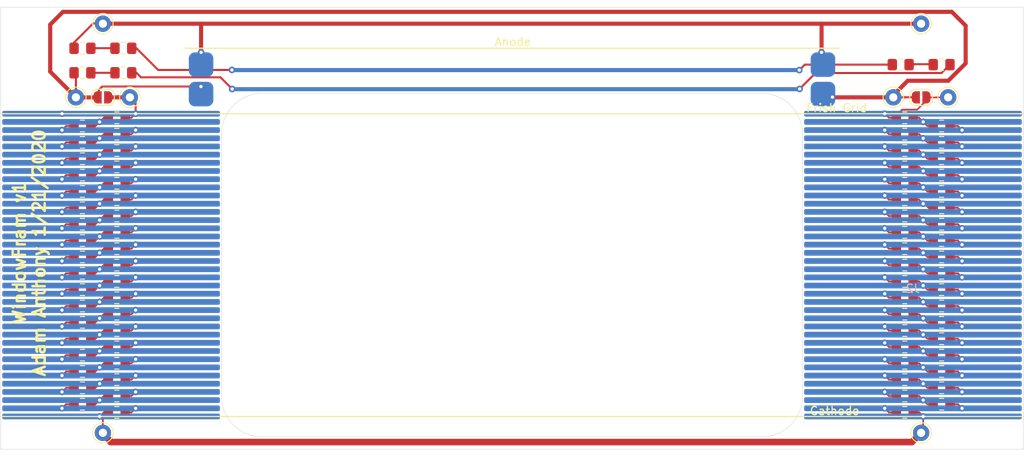
<source format=kicad_pcb>
(kicad_pcb (version 20171130) (host pcbnew "(5.1.5)-3")

  (general
    (thickness 1.6)
    (drawings 30)
    (tracks 491)
    (zones 0)
    (modules 97)
    (nets 83)
  )

  (page A4)
  (layers
    (0 F.Cu signal)
    (31 B.Cu signal)
    (32 B.Adhes user)
    (33 F.Adhes user)
    (34 B.Paste user)
    (35 F.Paste user)
    (36 B.SilkS user)
    (37 F.SilkS user)
    (38 B.Mask user hide)
    (39 F.Mask user hide)
    (40 Dwgs.User user)
    (41 Cmts.User user)
    (42 Eco1.User user)
    (43 Eco2.User user)
    (44 Edge.Cuts user)
    (45 Margin user)
    (46 B.CrtYd user)
    (47 F.CrtYd user)
    (48 B.Fab user)
    (49 F.Fab user)
  )

  (setup
    (last_trace_width 0.25)
    (user_trace_width 0.2)
    (user_trace_width 0.5)
    (user_trace_width 0.8)
    (trace_clearance 0.2)
    (zone_clearance 0.508)
    (zone_45_only no)
    (trace_min 0.2)
    (via_size 0.8)
    (via_drill 0.4)
    (via_min_size 0.4)
    (via_min_drill 0.3)
    (uvia_size 0.3)
    (uvia_drill 0.1)
    (uvias_allowed no)
    (uvia_min_size 0.2)
    (uvia_min_drill 0.1)
    (edge_width 0.05)
    (segment_width 0.2)
    (pcb_text_width 0.3)
    (pcb_text_size 1.5 1.5)
    (mod_edge_width 0.12)
    (mod_text_size 1 1)
    (mod_text_width 0.15)
    (pad_size 80 0.5)
    (pad_drill 0)
    (pad_to_mask_clearance 0.051)
    (solder_mask_min_width 0.25)
    (aux_axis_origin 0 0)
    (visible_elements 7FFFFFFF)
    (pcbplotparams
      (layerselection 0x010fc_ffffffff)
      (usegerberextensions true)
      (usegerberattributes false)
      (usegerberadvancedattributes false)
      (creategerberjobfile true)
      (excludeedgelayer true)
      (linewidth 0.100000)
      (plotframeref false)
      (viasonmask false)
      (mode 1)
      (useauxorigin false)
      (hpglpennumber 1)
      (hpglpenspeed 20)
      (hpglpendiameter 15.000000)
      (psnegative false)
      (psa4output false)
      (plotreference true)
      (plotvalue true)
      (plotinvisibletext false)
      (padsonsilk false)
      (subtractmaskfromsilk false)
      (outputformat 1)
      (mirror false)
      (drillshape 0)
      (scaleselection 1)
      (outputdirectory ""))
  )

  (net 0 "")
  (net 1 /L38)
  (net 2 /L37)
  (net 3 /L36)
  (net 4 /L35)
  (net 5 /L34)
  (net 6 /L33)
  (net 7 /L32)
  (net 8 /L31)
  (net 9 /L30)
  (net 10 /L29)
  (net 11 /L28)
  (net 12 /L27)
  (net 13 /L26)
  (net 14 /L25)
  (net 15 /L24)
  (net 16 /L23)
  (net 17 /L22)
  (net 18 /L21)
  (net 19 /L20)
  (net 20 /L19)
  (net 21 /L18)
  (net 22 /L17)
  (net 23 /L16)
  (net 24 /L15)
  (net 25 /L14)
  (net 26 /L13)
  (net 27 /L12)
  (net 28 /L11)
  (net 29 /L10)
  (net 30 /L9)
  (net 31 /L8)
  (net 32 /L7)
  (net 33 /L6)
  (net 34 /L5)
  (net 35 /L4)
  (net 36 /L3)
  (net 37 /L2)
  (net 38 /L1)
  (net 39 /R37)
  (net 40 /R36)
  (net 41 /R35)
  (net 42 /R34)
  (net 43 /R33)
  (net 44 /R32)
  (net 45 /R31)
  (net 46 /R30)
  (net 47 /R29)
  (net 48 /R28)
  (net 49 /R27)
  (net 50 /R26)
  (net 51 /R25)
  (net 52 /R24)
  (net 53 /R23)
  (net 54 /R22)
  (net 55 /R21)
  (net 56 /R20)
  (net 57 /R19)
  (net 58 /R18)
  (net 59 /R17)
  (net 60 /R16)
  (net 61 /R15)
  (net 62 /R14)
  (net 63 /R13)
  (net 64 /R12)
  (net 65 /R11)
  (net 66 /R10)
  (net 67 /R9)
  (net 68 /R8)
  (net 69 /R7)
  (net 70 /R6)
  (net 71 /R5)
  (net 72 /R4)
  (net 73 /R3)
  (net 74 /R2)
  (net 75 "Net-(R77-Pad1)")
  (net 76 /R1)
  (net 77 /FrishV)
  (net 78 "Net-(R38-Pad1)")
  (net 79 /2)
  (net 80 /1)
  (net 81 "Net-(R76-Pad1)")
  (net 82 "Net-(R78-Pad1)")

  (net_class Default "This is the default net class."
    (clearance 0.2)
    (trace_width 0.25)
    (via_dia 0.8)
    (via_drill 0.4)
    (uvia_dia 0.3)
    (uvia_drill 0.1)
    (add_net /1)
    (add_net /2)
    (add_net /FrishV)
    (add_net /L1)
    (add_net /L10)
    (add_net /L11)
    (add_net /L12)
    (add_net /L13)
    (add_net /L14)
    (add_net /L15)
    (add_net /L16)
    (add_net /L17)
    (add_net /L18)
    (add_net /L19)
    (add_net /L2)
    (add_net /L20)
    (add_net /L21)
    (add_net /L22)
    (add_net /L23)
    (add_net /L24)
    (add_net /L25)
    (add_net /L26)
    (add_net /L27)
    (add_net /L28)
    (add_net /L29)
    (add_net /L3)
    (add_net /L30)
    (add_net /L31)
    (add_net /L32)
    (add_net /L33)
    (add_net /L34)
    (add_net /L35)
    (add_net /L36)
    (add_net /L37)
    (add_net /L38)
    (add_net /L4)
    (add_net /L5)
    (add_net /L6)
    (add_net /L7)
    (add_net /L8)
    (add_net /L9)
    (add_net /R1)
    (add_net /R10)
    (add_net /R11)
    (add_net /R12)
    (add_net /R13)
    (add_net /R14)
    (add_net /R15)
    (add_net /R16)
    (add_net /R17)
    (add_net /R18)
    (add_net /R19)
    (add_net /R2)
    (add_net /R20)
    (add_net /R21)
    (add_net /R22)
    (add_net /R23)
    (add_net /R24)
    (add_net /R25)
    (add_net /R26)
    (add_net /R27)
    (add_net /R28)
    (add_net /R29)
    (add_net /R3)
    (add_net /R30)
    (add_net /R31)
    (add_net /R32)
    (add_net /R33)
    (add_net /R34)
    (add_net /R35)
    (add_net /R36)
    (add_net /R37)
    (add_net /R4)
    (add_net /R5)
    (add_net /R6)
    (add_net /R7)
    (add_net /R8)
    (add_net /R9)
    (add_net "Net-(R38-Pad1)")
    (add_net "Net-(R76-Pad1)")
    (add_net "Net-(R77-Pad1)")
    (add_net "Net-(R78-Pad1)")
  )

  (module ICComponents:WindowConnectionPoint (layer B.Cu) (tedit 5E29D34E) (tstamp 5E2AA3C7)
    (at 38 -20)
    (path /5E2B18D5)
    (fp_text reference TPe (at 0 -0.5) (layer Dwgs.User)
      (effects (font (size 1 1) (thickness 0.15)))
    )
    (fp_text value Cath (at 0 0.5) (layer B.Fab)
      (effects (font (size 1 1) (thickness 0.15)) (justify mirror))
    )
    (pad 1 smd roundrect (at 0 0) (size 3 3) (layers B.Cu B.Paste B.Mask) (roundrect_rratio 0.25)
      (net 82 "Net-(R78-Pad1)"))
  )

  (module ICComponents:WindowConnectionPoint (layer B.Cu) (tedit 5E29D34E) (tstamp 5E2AA3C2)
    (at 38 -16.4)
    (path /5E2A706B)
    (fp_text reference TP11 (at 0 -0.5) (layer Dwgs.User)
      (effects (font (size 1 1) (thickness 0.15)))
    )
    (fp_text value VFrish (at 0 0.5) (layer B.Fab)
      (effects (font (size 1 1) (thickness 0.15)) (justify mirror))
    )
    (pad 1 smd roundrect (at 0 0) (size 3 3) (layers B.Cu B.Paste B.Mask) (roundrect_rratio 0.25)
      (net 77 /FrishV))
  )

  (module ICComponents:WindowConnectionPoint (layer B.Cu) (tedit 5E29D34E) (tstamp 5E2AA3BD)
    (at -38 -20)
    (path /5E2AF853)
    (fp_text reference TP10 (at 0 -0.5) (layer Dwgs.User)
      (effects (font (size 1 1) (thickness 0.15)))
    )
    (fp_text value Cath (at 0 0.5) (layer B.Fab)
      (effects (font (size 1 1) (thickness 0.15)) (justify mirror))
    )
    (pad 1 smd roundrect (at 0 0) (size 3 3) (layers B.Cu B.Paste B.Mask) (roundrect_rratio 0.25)
      (net 82 "Net-(R78-Pad1)"))
  )

  (module ICComponents:WindowConnectionPoint (layer B.Cu) (tedit 5E29D34E) (tstamp 5E2AA3B8)
    (at -38 -16.4)
    (path /5E2A6A74)
    (fp_text reference TP9 (at 0 -0.5) (layer Dwgs.User)
      (effects (font (size 1 1) (thickness 0.15)))
    )
    (fp_text value VFrish (at -1.18 1.28) (layer B.Fab)
      (effects (font (size 1 1) (thickness 0.15)) (justify mirror))
    )
    (pad 1 smd roundrect (at 0 0) (size 3 3) (layers B.Cu B.Paste B.Mask) (roundrect_rratio 0.25)
      (net 77 /FrishV))
  )

  (module ICComponents:UpperWindowFrame (layer B.Cu) (tedit 5E29D327) (tstamp 5E2A7A75)
    (at 0.41 -18 180)
    (path /5E29C410)
    (fp_text reference J3 (at 0.1016 -3.4798 180) (layer Dwgs.User)
      (effects (font (size 1 1) (thickness 0.15)))
    )
    (fp_text value UpperGrid (at 0 3.556 180) (layer B.Fab)
      (effects (font (size 1 1) (thickness 0.15)) (justify mirror))
    )
    (pad 2 smd roundrect (at 0 -1 180) (size 70 0.5) (layers B.Cu B.Paste B.Mask) (roundrect_rratio 0.25)
      (net 79 /2))
    (pad 1 smd roundrect (at 0 1.333333 180) (size 70 0.5) (layers B.Cu B.Paste B.Mask) (roundrect_rratio 0.25)
      (net 80 /1))
  )

  (module Resistor_SMD:R_0805_2012Metric_Pad1.15x1.40mm_HandSolder (layer F.Cu) (tedit 5B36C52B) (tstamp 5E2A4B0E)
    (at -47.5 -19 180)
    (descr "Resistor SMD 0805 (2012 Metric), square (rectangular) end terminal, IPC_7351 nominal with elongated pad for handsoldering. (Body size source: https://docs.google.com/spreadsheets/d/1BsfQQcO9C6DZCsRaXUlFlo91Tg2WpOkGARC1WS5S8t0/edit?usp=sharing), generated with kicad-footprint-generator")
    (tags "resistor handsolder")
    (path /5E2A1B3A)
    (attr smd)
    (fp_text reference R80 (at 0 -1.65) (layer Dwgs.User)
      (effects (font (size 1 1) (thickness 0.15)))
    )
    (fp_text value 10M (at 0 1.65) (layer F.Fab)
      (effects (font (size 1 1) (thickness 0.15)))
    )
    (fp_text user %R (at 0 0) (layer F.Fab)
      (effects (font (size 0.5 0.5) (thickness 0.08)))
    )
    (fp_line (start 1.85 0.95) (end -1.85 0.95) (layer F.CrtYd) (width 0.05))
    (fp_line (start 1.85 -0.95) (end 1.85 0.95) (layer F.CrtYd) (width 0.05))
    (fp_line (start -1.85 -0.95) (end 1.85 -0.95) (layer F.CrtYd) (width 0.05))
    (fp_line (start -1.85 0.95) (end -1.85 -0.95) (layer F.CrtYd) (width 0.05))
    (fp_line (start -0.261252 0.71) (end 0.261252 0.71) (layer F.SilkS) (width 0.12))
    (fp_line (start -0.261252 -0.71) (end 0.261252 -0.71) (layer F.SilkS) (width 0.12))
    (fp_line (start 1 0.6) (end -1 0.6) (layer F.Fab) (width 0.1))
    (fp_line (start 1 -0.6) (end 1 0.6) (layer F.Fab) (width 0.1))
    (fp_line (start -1 -0.6) (end 1 -0.6) (layer F.Fab) (width 0.1))
    (fp_line (start -1 0.6) (end -1 -0.6) (layer F.Fab) (width 0.1))
    (pad 2 smd roundrect (at 1.025 0 180) (size 1.15 1.4) (layers F.Cu F.Paste F.Mask) (roundrect_rratio 0.217391)
      (net 75 "Net-(R77-Pad1)"))
    (pad 1 smd roundrect (at -1.025 0 180) (size 1.15 1.4) (layers F.Cu F.Paste F.Mask) (roundrect_rratio 0.217391)
      (net 79 /2))
    (model ${KISYS3DMOD}/Resistor_SMD.3dshapes/R_0805_2012Metric.wrl
      (at (xyz 0 0 0))
      (scale (xyz 1 1 1))
      (rotate (xyz 0 0 0))
    )
  )

  (module Resistor_SMD:R_0805_2012Metric_Pad1.15x1.40mm_HandSolder (layer F.Cu) (tedit 5B36C52B) (tstamp 5E2A4AFD)
    (at 47.5 -20)
    (descr "Resistor SMD 0805 (2012 Metric), square (rectangular) end terminal, IPC_7351 nominal with elongated pad for handsoldering. (Body size source: https://docs.google.com/spreadsheets/d/1BsfQQcO9C6DZCsRaXUlFlo91Tg2WpOkGARC1WS5S8t0/edit?usp=sharing), generated with kicad-footprint-generator")
    (tags "resistor handsolder")
    (path /5E2A22B6)
    (attr smd)
    (fp_text reference R79 (at 0 -1.65) (layer Dwgs.User)
      (effects (font (size 1 1) (thickness 0.15)))
    )
    (fp_text value 10M (at 0 1.65) (layer F.Fab)
      (effects (font (size 1 1) (thickness 0.15)))
    )
    (fp_text user %R (at 0 0) (layer F.Fab)
      (effects (font (size 0.5 0.5) (thickness 0.08)))
    )
    (fp_line (start 1.85 0.95) (end -1.85 0.95) (layer F.CrtYd) (width 0.05))
    (fp_line (start 1.85 -0.95) (end 1.85 0.95) (layer F.CrtYd) (width 0.05))
    (fp_line (start -1.85 -0.95) (end 1.85 -0.95) (layer F.CrtYd) (width 0.05))
    (fp_line (start -1.85 0.95) (end -1.85 -0.95) (layer F.CrtYd) (width 0.05))
    (fp_line (start -0.261252 0.71) (end 0.261252 0.71) (layer F.SilkS) (width 0.12))
    (fp_line (start -0.261252 -0.71) (end 0.261252 -0.71) (layer F.SilkS) (width 0.12))
    (fp_line (start 1 0.6) (end -1 0.6) (layer F.Fab) (width 0.1))
    (fp_line (start 1 -0.6) (end 1 0.6) (layer F.Fab) (width 0.1))
    (fp_line (start -1 -0.6) (end 1 -0.6) (layer F.Fab) (width 0.1))
    (fp_line (start -1 0.6) (end -1 -0.6) (layer F.Fab) (width 0.1))
    (pad 2 smd roundrect (at 1.025 0) (size 1.15 1.4) (layers F.Cu F.Paste F.Mask) (roundrect_rratio 0.217391)
      (net 81 "Net-(R76-Pad1)"))
    (pad 1 smd roundrect (at -1.025 0) (size 1.15 1.4) (layers F.Cu F.Paste F.Mask) (roundrect_rratio 0.217391)
      (net 80 /1))
    (model ${KISYS3DMOD}/Resistor_SMD.3dshapes/R_0805_2012Metric.wrl
      (at (xyz 0 0 0))
      (scale (xyz 1 1 1))
      (rotate (xyz 0 0 0))
    )
  )

  (module Resistor_SMD:R_0805_2012Metric_Pad1.15x1.40mm_HandSolder (layer F.Cu) (tedit 5B36C52B) (tstamp 5E2A4AEC)
    (at -52.5 -22)
    (descr "Resistor SMD 0805 (2012 Metric), square (rectangular) end terminal, IPC_7351 nominal with elongated pad for handsoldering. (Body size source: https://docs.google.com/spreadsheets/d/1BsfQQcO9C6DZCsRaXUlFlo91Tg2WpOkGARC1WS5S8t0/edit?usp=sharing), generated with kicad-footprint-generator")
    (tags "resistor handsolder")
    (path /5E2A28ED)
    (attr smd)
    (fp_text reference R78 (at 0 -1.65) (layer Dwgs.User)
      (effects (font (size 1 1) (thickness 0.15)))
    )
    (fp_text value 10M (at 0 1.65) (layer F.Fab)
      (effects (font (size 1 1) (thickness 0.15)))
    )
    (fp_text user %R (at 0 0) (layer F.Fab)
      (effects (font (size 0.5 0.5) (thickness 0.08)))
    )
    (fp_line (start 1.85 0.95) (end -1.85 0.95) (layer F.CrtYd) (width 0.05))
    (fp_line (start 1.85 -0.95) (end 1.85 0.95) (layer F.CrtYd) (width 0.05))
    (fp_line (start -1.85 -0.95) (end 1.85 -0.95) (layer F.CrtYd) (width 0.05))
    (fp_line (start -1.85 0.95) (end -1.85 -0.95) (layer F.CrtYd) (width 0.05))
    (fp_line (start -0.261252 0.71) (end 0.261252 0.71) (layer F.SilkS) (width 0.12))
    (fp_line (start -0.261252 -0.71) (end 0.261252 -0.71) (layer F.SilkS) (width 0.12))
    (fp_line (start 1 0.6) (end -1 0.6) (layer F.Fab) (width 0.1))
    (fp_line (start 1 -0.6) (end 1 0.6) (layer F.Fab) (width 0.1))
    (fp_line (start -1 -0.6) (end 1 -0.6) (layer F.Fab) (width 0.1))
    (fp_line (start -1 0.6) (end -1 -0.6) (layer F.Fab) (width 0.1))
    (pad 2 smd roundrect (at 1.025 0) (size 1.15 1.4) (layers F.Cu F.Paste F.Mask) (roundrect_rratio 0.217391)
      (net 78 "Net-(R38-Pad1)"))
    (pad 1 smd roundrect (at -1.025 0) (size 1.15 1.4) (layers F.Cu F.Paste F.Mask) (roundrect_rratio 0.217391)
      (net 82 "Net-(R78-Pad1)"))
    (model ${KISYS3DMOD}/Resistor_SMD.3dshapes/R_0805_2012Metric.wrl
      (at (xyz 0 0 0))
      (scale (xyz 1 1 1))
      (rotate (xyz 0 0 0))
    )
  )

  (module Resistor_SMD:R_0805_2012Metric_Pad1.15x1.40mm_HandSolder (layer F.Cu) (tedit 5B36C52B) (tstamp 5E2A4ADB)
    (at -52.5 -19 180)
    (descr "Resistor SMD 0805 (2012 Metric), square (rectangular) end terminal, IPC_7351 nominal with elongated pad for handsoldering. (Body size source: https://docs.google.com/spreadsheets/d/1BsfQQcO9C6DZCsRaXUlFlo91Tg2WpOkGARC1WS5S8t0/edit?usp=sharing), generated with kicad-footprint-generator")
    (tags "resistor handsolder")
    (path /5E29EC95)
    (attr smd)
    (fp_text reference Re (at 0 -1.65) (layer Dwgs.User)
      (effects (font (size 1 1) (thickness 0.15)))
    )
    (fp_text value 10M (at 0 1.65) (layer F.Fab)
      (effects (font (size 1 1) (thickness 0.15)))
    )
    (fp_text user %R (at 0 0) (layer F.Fab)
      (effects (font (size 0.5 0.5) (thickness 0.08)))
    )
    (fp_line (start 1.85 0.95) (end -1.85 0.95) (layer F.CrtYd) (width 0.05))
    (fp_line (start 1.85 -0.95) (end 1.85 0.95) (layer F.CrtYd) (width 0.05))
    (fp_line (start -1.85 -0.95) (end 1.85 -0.95) (layer F.CrtYd) (width 0.05))
    (fp_line (start -1.85 0.95) (end -1.85 -0.95) (layer F.CrtYd) (width 0.05))
    (fp_line (start -0.261252 0.71) (end 0.261252 0.71) (layer F.SilkS) (width 0.12))
    (fp_line (start -0.261252 -0.71) (end 0.261252 -0.71) (layer F.SilkS) (width 0.12))
    (fp_line (start 1 0.6) (end -1 0.6) (layer F.Fab) (width 0.1))
    (fp_line (start 1 -0.6) (end 1 0.6) (layer F.Fab) (width 0.1))
    (fp_line (start -1 -0.6) (end 1 -0.6) (layer F.Fab) (width 0.1))
    (fp_line (start -1 0.6) (end -1 -0.6) (layer F.Fab) (width 0.1))
    (pad 2 smd roundrect (at 1.025 0 180) (size 1.15 1.4) (layers F.Cu F.Paste F.Mask) (roundrect_rratio 0.217391)
      (net 77 /FrishV))
    (pad 1 smd roundrect (at -1.025 0 180) (size 1.15 1.4) (layers F.Cu F.Paste F.Mask) (roundrect_rratio 0.217391)
      (net 75 "Net-(R77-Pad1)"))
    (model ${KISYS3DMOD}/Resistor_SMD.3dshapes/R_0805_2012Metric.wrl
      (at (xyz 0 0 0))
      (scale (xyz 1 1 1))
      (rotate (xyz 0 0 0))
    )
  )

  (module Resistor_SMD:R_0805_2012Metric_Pad1.15x1.40mm_HandSolder (layer F.Cu) (tedit 5B36C52B) (tstamp 5E2A4ACA)
    (at 52.5 -20)
    (descr "Resistor SMD 0805 (2012 Metric), square (rectangular) end terminal, IPC_7351 nominal with elongated pad for handsoldering. (Body size source: https://docs.google.com/spreadsheets/d/1BsfQQcO9C6DZCsRaXUlFlo91Tg2WpOkGARC1WS5S8t0/edit?usp=sharing), generated with kicad-footprint-generator")
    (tags "resistor handsolder")
    (path /5E2A1E92)
    (attr smd)
    (fp_text reference R76 (at 0 -1.65) (layer Dwgs.User)
      (effects (font (size 1 1) (thickness 0.15)))
    )
    (fp_text value 10M (at 0 1.65) (layer F.Fab)
      (effects (font (size 1 1) (thickness 0.15)))
    )
    (fp_text user %R (at 0 0) (layer F.Fab)
      (effects (font (size 0.5 0.5) (thickness 0.08)))
    )
    (fp_line (start 1.85 0.95) (end -1.85 0.95) (layer F.CrtYd) (width 0.05))
    (fp_line (start 1.85 -0.95) (end 1.85 0.95) (layer F.CrtYd) (width 0.05))
    (fp_line (start -1.85 -0.95) (end 1.85 -0.95) (layer F.CrtYd) (width 0.05))
    (fp_line (start -1.85 0.95) (end -1.85 -0.95) (layer F.CrtYd) (width 0.05))
    (fp_line (start -0.261252 0.71) (end 0.261252 0.71) (layer F.SilkS) (width 0.12))
    (fp_line (start -0.261252 -0.71) (end 0.261252 -0.71) (layer F.SilkS) (width 0.12))
    (fp_line (start 1 0.6) (end -1 0.6) (layer F.Fab) (width 0.1))
    (fp_line (start 1 -0.6) (end 1 0.6) (layer F.Fab) (width 0.1))
    (fp_line (start -1 -0.6) (end 1 -0.6) (layer F.Fab) (width 0.1))
    (fp_line (start -1 0.6) (end -1 -0.6) (layer F.Fab) (width 0.1))
    (pad 2 smd roundrect (at 1.025 0) (size 1.15 1.4) (layers F.Cu F.Paste F.Mask) (roundrect_rratio 0.217391)
      (net 79 /2))
    (pad 1 smd roundrect (at -1.025 0) (size 1.15 1.4) (layers F.Cu F.Paste F.Mask) (roundrect_rratio 0.217391)
      (net 81 "Net-(R76-Pad1)"))
    (model ${KISYS3DMOD}/Resistor_SMD.3dshapes/R_0805_2012Metric.wrl
      (at (xyz 0 0 0))
      (scale (xyz 1 1 1))
      (rotate (xyz 0 0 0))
    )
  )

  (module Resistor_SMD:R_0805_2012Metric_Pad1.15x1.40mm_HandSolder (layer F.Cu) (tedit 5B36C52B) (tstamp 5E2A4619)
    (at -47.5 -22)
    (descr "Resistor SMD 0805 (2012 Metric), square (rectangular) end terminal, IPC_7351 nominal with elongated pad for handsoldering. (Body size source: https://docs.google.com/spreadsheets/d/1BsfQQcO9C6DZCsRaXUlFlo91Tg2WpOkGARC1WS5S8t0/edit?usp=sharing), generated with kicad-footprint-generator")
    (tags "resistor handsolder")
    (path /5E2A2548)
    (attr smd)
    (fp_text reference R38 (at 0 -1.65) (layer Dwgs.User)
      (effects (font (size 1 1) (thickness 0.15)))
    )
    (fp_text value 10M (at 0 1.65) (layer F.Fab)
      (effects (font (size 1 1) (thickness 0.15)))
    )
    (fp_text user %R (at 0 0) (layer F.Fab)
      (effects (font (size 0.5 0.5) (thickness 0.08)))
    )
    (fp_line (start 1.85 0.95) (end -1.85 0.95) (layer F.CrtYd) (width 0.05))
    (fp_line (start 1.85 -0.95) (end 1.85 0.95) (layer F.CrtYd) (width 0.05))
    (fp_line (start -1.85 -0.95) (end 1.85 -0.95) (layer F.CrtYd) (width 0.05))
    (fp_line (start -1.85 0.95) (end -1.85 -0.95) (layer F.CrtYd) (width 0.05))
    (fp_line (start -0.261252 0.71) (end 0.261252 0.71) (layer F.SilkS) (width 0.12))
    (fp_line (start -0.261252 -0.71) (end 0.261252 -0.71) (layer F.SilkS) (width 0.12))
    (fp_line (start 1 0.6) (end -1 0.6) (layer F.Fab) (width 0.1))
    (fp_line (start 1 -0.6) (end 1 0.6) (layer F.Fab) (width 0.1))
    (fp_line (start -1 -0.6) (end 1 -0.6) (layer F.Fab) (width 0.1))
    (fp_line (start -1 0.6) (end -1 -0.6) (layer F.Fab) (width 0.1))
    (pad 2 smd roundrect (at 1.025 0) (size 1.15 1.4) (layers F.Cu F.Paste F.Mask) (roundrect_rratio 0.217391)
      (net 80 /1))
    (pad 1 smd roundrect (at -1.025 0) (size 1.15 1.4) (layers F.Cu F.Paste F.Mask) (roundrect_rratio 0.217391)
      (net 78 "Net-(R38-Pad1)"))
    (model ${KISYS3DMOD}/Resistor_SMD.3dshapes/R_0805_2012Metric.wrl
      (at (xyz 0 0 0))
      (scale (xyz 1 1 1))
      (rotate (xyz 0 0 0))
    )
  )

  (module Connector_Pin:Pin_D1.0mm_L10.0mm (layer F.Cu) (tedit 5A1DC084) (tstamp 5E277399)
    (at -50 -25)
    (descr "solder Pin_ diameter 1.0mm, hole diameter 1.0mm (press fit), length 10.0mm")
    (tags "solder Pin_ press fit")
    (path /5E29082D)
    (fp_text reference TP8 (at 0 2.25) (layer Dwgs.User)
      (effects (font (size 1 1) (thickness 0.15)))
    )
    (fp_text value Cath (at 0 -2.05) (layer F.Fab)
      (effects (font (size 1 1) (thickness 0.15)))
    )
    (fp_circle (center 0 0) (end 1.25 0.05) (layer F.SilkS) (width 0.12))
    (fp_circle (center 0 0) (end 1 0) (layer F.Fab) (width 0.12))
    (fp_circle (center 0 0) (end 0.5 0) (layer F.Fab) (width 0.12))
    (fp_circle (center 0 0) (end 1.5 0) (layer F.CrtYd) (width 0.05))
    (fp_text user %R (at 0 2.25) (layer F.Fab)
      (effects (font (size 1 1) (thickness 0.15)))
    )
    (pad 1 thru_hole circle (at 0 0) (size 2 2) (drill 1) (layers *.Cu *.Mask)
      (net 82 "Net-(R78-Pad1)"))
    (model ${KISYS3DMOD}/Connector_Pin.3dshapes/Pin_D1.0mm_L10.0mm.wrl
      (at (xyz 0 0 0))
      (scale (xyz 1 1 1))
      (rotate (xyz 0 0 0))
    )
  )

  (module Connector_Pin:Pin_D1.0mm_L10.0mm (layer F.Cu) (tedit 5A1DC084) (tstamp 5E27738F)
    (at 50 -25)
    (descr "solder Pin_ diameter 1.0mm, hole diameter 1.0mm (press fit), length 10.0mm")
    (tags "solder Pin_ press fit")
    (path /5E2901B3)
    (fp_text reference TP7 (at 0 2.25) (layer Dwgs.User)
      (effects (font (size 1 1) (thickness 0.15)))
    )
    (fp_text value Cath (at 0 -2.05) (layer F.Fab)
      (effects (font (size 1 1) (thickness 0.15)))
    )
    (fp_circle (center 0 0) (end 1.25 0.05) (layer F.SilkS) (width 0.12))
    (fp_circle (center 0 0) (end 1 0) (layer F.Fab) (width 0.12))
    (fp_circle (center 0 0) (end 0.5 0) (layer F.Fab) (width 0.12))
    (fp_circle (center 0 0) (end 1.5 0) (layer F.CrtYd) (width 0.05))
    (fp_text user %R (at 0 2.25) (layer F.Fab)
      (effects (font (size 1 1) (thickness 0.15)))
    )
    (pad 1 thru_hole circle (at 0 0) (size 2 2) (drill 1) (layers *.Cu *.Mask)
      (net 82 "Net-(R78-Pad1)"))
    (model ${KISYS3DMOD}/Connector_Pin.3dshapes/Pin_D1.0mm_L10.0mm.wrl
      (at (xyz 0 0 0))
      (scale (xyz 1 1 1))
      (rotate (xyz 0 0 0))
    )
  )

  (module Connector_Pin:Pin_D1.0mm_L10.0mm (layer F.Cu) (tedit 5A1DC084) (tstamp 5E267E9B)
    (at -53.3 -16)
    (descr "solder Pin_ diameter 1.0mm, hole diameter 1.0mm (press fit), length 10.0mm")
    (tags "solder Pin_ press fit")
    (path /5E29D013)
    (fp_text reference TP6 (at -3.277 0.477) (layer Dwgs.User)
      (effects (font (size 1 1) (thickness 0.15)))
    )
    (fp_text value VFrish (at 0 -2.05) (layer F.Fab)
      (effects (font (size 1 1) (thickness 0.15)))
    )
    (fp_circle (center 0 0) (end 1.25 0.05) (layer F.SilkS) (width 0.12))
    (fp_circle (center 0 0) (end 1 0) (layer F.Fab) (width 0.12))
    (fp_circle (center 0 0) (end 0.5 0) (layer F.Fab) (width 0.12))
    (fp_circle (center 0 0) (end 1.5 0) (layer F.CrtYd) (width 0.05))
    (fp_text user %R (at -3.258 0.496) (layer F.Fab)
      (effects (font (size 1 1) (thickness 0.15)))
    )
    (pad 1 thru_hole circle (at 0 0) (size 2 2) (drill 1) (layers *.Cu *.Mask)
      (net 77 /FrishV))
    (model ${KISYS3DMOD}/Connector_Pin.3dshapes/Pin_D1.0mm_L10.0mm.wrl
      (at (xyz 0 0 0))
      (scale (xyz 1 1 1))
      (rotate (xyz 0 0 0))
    )
  )

  (module Connector_Pin:Pin_D1.0mm_L10.0mm (layer F.Cu) (tedit 5A1DC084) (tstamp 5E267E91)
    (at 46.6 -16)
    (descr "solder Pin_ diameter 1.0mm, hole diameter 1.0mm (press fit), length 10.0mm")
    (tags "solder Pin_ press fit")
    (path /5E29D2D1)
    (fp_text reference TP5 (at -0.352 1.945) (layer Dwgs.User)
      (effects (font (size 1 1) (thickness 0.15)))
    )
    (fp_text value VFrish (at 0 -2.05) (layer F.Fab)
      (effects (font (size 1 1) (thickness 0.15)))
    )
    (fp_circle (center 0 0) (end 1.25 0.05) (layer F.SilkS) (width 0.12))
    (fp_circle (center 0 0) (end 1 0) (layer F.Fab) (width 0.12))
    (fp_circle (center 0 0) (end 0.5 0) (layer F.Fab) (width 0.12))
    (fp_circle (center 0 0) (end 1.5 0) (layer F.CrtYd) (width 0.05))
    (fp_text user %R (at 0 2.25) (layer F.Fab)
      (effects (font (size 1 1) (thickness 0.15)))
    )
    (pad 1 thru_hole circle (at 0 0) (size 2 2) (drill 1) (layers *.Cu *.Mask)
      (net 77 /FrishV))
    (model ${KISYS3DMOD}/Connector_Pin.3dshapes/Pin_D1.0mm_L10.0mm.wrl
      (at (xyz 0 0 0))
      (scale (xyz 1 1 1))
      (rotate (xyz 0 0 0))
    )
  )

  (module Jumper:SolderJumper-2_P1.3mm_Open_RoundedPad1.0x1.5mm (layer F.Cu) (tedit 5E27C123) (tstamp 5E2674FF)
    (at 50 -16)
    (descr "SMD Solder Jumper, 1x1.5mm, rounded Pads, 0.3mm gap, open")
    (tags "solder jumper open")
    (path /5E2A0E0B)
    (attr virtual)
    (fp_text reference JP2 (at 0 -1.8) (layer Dwgs.User)
      (effects (font (size 1 1) (thickness 0.15)))
    )
    (fp_text value JFrish (at 0 1.9) (layer F.Fab)
      (effects (font (size 1 1) (thickness 0.15)))
    )
    (fp_line (start 1.65 1.25) (end -1.65 1.25) (layer F.CrtYd) (width 0.05))
    (fp_line (start 1.65 1.25) (end 1.65 -1.25) (layer F.CrtYd) (width 0.05))
    (fp_line (start -1.65 -1.25) (end -1.65 1.25) (layer F.CrtYd) (width 0.05))
    (fp_line (start -1.65 -1.25) (end 1.65 -1.25) (layer F.CrtYd) (width 0.05))
    (fp_line (start -0.7 -1) (end 0.7 -1) (layer F.SilkS) (width 0.12))
    (fp_line (start 1.4 -0.3) (end 1.4 0.3) (layer F.SilkS) (width 0.12))
    (fp_line (start 0.7 1) (end -0.7 1) (layer F.SilkS) (width 0.12))
    (fp_line (start -1.4 0.3) (end -1.4 -0.3) (layer F.SilkS) (width 0.12))
    (fp_arc (start -0.7 -0.3) (end -0.7 -1) (angle -90) (layer F.SilkS) (width 0.12))
    (fp_arc (start -0.7 0.3) (end -1.4 0.3) (angle -90) (layer F.SilkS) (width 0.12))
    (fp_arc (start 0.7 0.3) (end 0.7 1) (angle -90) (layer F.SilkS) (width 0.12))
    (fp_arc (start 0.7 -0.3) (end 1.4 -0.3) (angle -90) (layer F.SilkS) (width 0.12))
    (pad 2 smd custom (at 0.65 0) (size 1 0.5) (layers F.Cu F.Mask)
      (net 76 /R1) (zone_connect 2)
      (options (clearance outline) (anchor rect))
      (primitives
        (gr_circle (center 0 0.25) (end 0.5 0.25) (width 0))
        (gr_circle (center 0 -0.25) (end 0.5 -0.25) (width 0))
        (gr_poly (pts
           (xy 0 -0.75) (xy -0.5 -0.75) (xy -0.5 0.75) (xy 0 0.75)) (width 0))
      ))
    (pad 1 smd custom (at -0.65 0) (size 1 0.5) (layers F.Cu F.Mask)
      (net 77 /FrishV) (zone_connect 2)
      (options (clearance outline) (anchor rect))
      (primitives
        (gr_circle (center 0 0.25) (end 0.5 0.25) (width 0))
        (gr_circle (center 0 -0.25) (end 0.5 -0.25) (width 0))
        (gr_poly (pts
           (xy 0 -0.75) (xy 0.5 -0.75) (xy 0.5 0.75) (xy 0 0.75)) (width 0))
      ))
  )

  (module Jumper:SolderJumper-2_P1.3mm_Open_RoundedPad1.0x1.5mm (layer F.Cu) (tedit 5B391E66) (tstamp 5E2A2B19)
    (at -50 -16 180)
    (descr "SMD Solder Jumper, 1x1.5mm, rounded Pads, 0.3mm gap, open")
    (tags "solder jumper open")
    (path /5E2A3BD3)
    (attr virtual)
    (fp_text reference JP1 (at 0 -1.8) (layer Dwgs.User)
      (effects (font (size 1 1) (thickness 0.15)))
    )
    (fp_text value JFrish (at 0 1.9) (layer F.Fab)
      (effects (font (size 1 1) (thickness 0.15)))
    )
    (fp_line (start 1.65 1.25) (end -1.65 1.25) (layer F.CrtYd) (width 0.05))
    (fp_line (start 1.65 1.25) (end 1.65 -1.25) (layer F.CrtYd) (width 0.05))
    (fp_line (start -1.65 -1.25) (end -1.65 1.25) (layer F.CrtYd) (width 0.05))
    (fp_line (start -1.65 -1.25) (end 1.65 -1.25) (layer F.CrtYd) (width 0.05))
    (fp_line (start -0.7 -1) (end 0.7 -1) (layer F.SilkS) (width 0.12))
    (fp_line (start 1.4 -0.3) (end 1.4 0.3) (layer F.SilkS) (width 0.12))
    (fp_line (start 0.7 1) (end -0.7 1) (layer F.SilkS) (width 0.12))
    (fp_line (start -1.4 0.3) (end -1.4 -0.3) (layer F.SilkS) (width 0.12))
    (fp_arc (start -0.7 -0.3) (end -0.7 -1) (angle -90) (layer F.SilkS) (width 0.12))
    (fp_arc (start -0.7 0.3) (end -1.4 0.3) (angle -90) (layer F.SilkS) (width 0.12))
    (fp_arc (start 0.7 0.3) (end 0.7 1) (angle -90) (layer F.SilkS) (width 0.12))
    (fp_arc (start 0.7 -0.3) (end 1.4 -0.3) (angle -90) (layer F.SilkS) (width 0.12))
    (pad 2 smd custom (at 0.65 0 180) (size 1 0.5) (layers F.Cu F.Mask)
      (net 77 /FrishV) (zone_connect 2)
      (options (clearance outline) (anchor rect))
      (primitives
        (gr_circle (center 0 0.25) (end 0.5 0.25) (width 0))
        (gr_circle (center 0 -0.25) (end 0.5 -0.25) (width 0))
        (gr_poly (pts
           (xy 0 -0.75) (xy -0.5 -0.75) (xy -0.5 0.75) (xy 0 0.75)) (width 0))
      ))
    (pad 1 smd custom (at -0.65 0 180) (size 1 0.5) (layers F.Cu F.Mask)
      (net 38 /L1) (zone_connect 2)
      (options (clearance outline) (anchor rect))
      (primitives
        (gr_circle (center 0 0.25) (end 0.5 0.25) (width 0))
        (gr_circle (center 0 -0.25) (end 0.5 -0.25) (width 0))
        (gr_poly (pts
           (xy 0 -0.75) (xy 0.5 -0.75) (xy 0.5 0.75) (xy 0 0.75)) (width 0))
      ))
  )

  (module Connector_Pin:Pin_D1.0mm_L10.0mm (layer F.Cu) (tedit 5A1DC084) (tstamp 5E232DCF)
    (at 50 25)
    (descr "solder Pin_ diameter 1.0mm, hole diameter 1.0mm (press fit), length 10.0mm")
    (tags "solder Pin_ press fit")
    (path /5E36277D)
    (fp_text reference TP4 (at 0 2.25) (layer Dwgs.User)
      (effects (font (size 1 1) (thickness 0.15)))
    )
    (fp_text value VCath (at 0 -2.05) (layer F.Fab)
      (effects (font (size 1 1) (thickness 0.15)))
    )
    (fp_circle (center 0 0) (end 1.25 0.05) (layer F.SilkS) (width 0.12))
    (fp_circle (center 0 0) (end 1 0) (layer F.Fab) (width 0.12))
    (fp_circle (center 0 0) (end 0.5 0) (layer F.Fab) (width 0.12))
    (fp_circle (center 0 0) (end 1.5 0) (layer F.CrtYd) (width 0.05))
    (fp_text user %R (at 0 2.25) (layer F.Fab)
      (effects (font (size 1 1) (thickness 0.15)))
    )
    (pad 1 thru_hole circle (at 0 0) (size 2 2) (drill 1) (layers *.Cu *.Mask)
      (net 1 /L38))
    (model ${KISYS3DMOD}/Connector_Pin.3dshapes/Pin_D1.0mm_L10.0mm.wrl
      (at (xyz 0 0 0))
      (scale (xyz 1 1 1))
      (rotate (xyz 0 0 0))
    )
  )

  (module Connector_Pin:Pin_D1.0mm_L10.0mm (layer F.Cu) (tedit 5A1DC084) (tstamp 5E232DC5)
    (at 53.3 -16)
    (descr "solder Pin_ diameter 1.0mm, hole diameter 1.0mm (press fit), length 10.0mm")
    (tags "solder Pin_ press fit")
    (path /5E360ABE)
    (fp_text reference TP3 (at 0 2.25) (layer Dwgs.User)
      (effects (font (size 1 1) (thickness 0.15)))
    )
    (fp_text value VFrish (at 0 -2.05) (layer F.Fab)
      (effects (font (size 1 1) (thickness 0.15)))
    )
    (fp_circle (center 0 0) (end 1.25 0.05) (layer F.SilkS) (width 0.12))
    (fp_circle (center 0 0) (end 1 0) (layer F.Fab) (width 0.12))
    (fp_circle (center 0 0) (end 0.5 0) (layer F.Fab) (width 0.12))
    (fp_circle (center 0 0) (end 1.5 0) (layer F.CrtYd) (width 0.05))
    (fp_text user %R (at 0 2.25) (layer F.Fab)
      (effects (font (size 1 1) (thickness 0.15)))
    )
    (pad 1 thru_hole circle (at 0 0) (size 2 2) (drill 1) (layers *.Cu *.Mask)
      (net 76 /R1))
    (model ${KISYS3DMOD}/Connector_Pin.3dshapes/Pin_D1.0mm_L10.0mm.wrl
      (at (xyz 0 0 0))
      (scale (xyz 1 1 1))
      (rotate (xyz 0 0 0))
    )
  )

  (module Connector_Pin:Pin_D1.0mm_L10.0mm (layer F.Cu) (tedit 5A1DC084) (tstamp 5E232DBB)
    (at -50 25)
    (descr "solder Pin_ diameter 1.0mm, hole diameter 1.0mm (press fit), length 10.0mm")
    (tags "solder Pin_ press fit")
    (path /5E36200A)
    (fp_text reference TP2 (at 0 2.25) (layer Dwgs.User)
      (effects (font (size 1 1) (thickness 0.15)))
    )
    (fp_text value VCath (at 0 -2.05) (layer F.Fab)
      (effects (font (size 1 1) (thickness 0.15)))
    )
    (fp_circle (center 0 0) (end 1.25 0.05) (layer F.SilkS) (width 0.12))
    (fp_circle (center 0 0) (end 1 0) (layer F.Fab) (width 0.12))
    (fp_circle (center 0 0) (end 0.5 0) (layer F.Fab) (width 0.12))
    (fp_circle (center 0 0) (end 1.5 0) (layer F.CrtYd) (width 0.05))
    (fp_text user %R (at 0 2.25) (layer F.Fab)
      (effects (font (size 1 1) (thickness 0.15)))
    )
    (pad 1 thru_hole circle (at 0 0) (size 2 2) (drill 1) (layers *.Cu *.Mask)
      (net 1 /L38))
    (model ${KISYS3DMOD}/Connector_Pin.3dshapes/Pin_D1.0mm_L10.0mm.wrl
      (at (xyz 0 0 0))
      (scale (xyz 1 1 1))
      (rotate (xyz 0 0 0))
    )
  )

  (module Connector_Pin:Pin_D1.0mm_L10.0mm (layer F.Cu) (tedit 5A1DC084) (tstamp 5E232DB1)
    (at -46.7 -16)
    (descr "solder Pin_ diameter 1.0mm, hole diameter 1.0mm (press fit), length 10.0mm")
    (tags "solder Pin_ press fit")
    (path /5E361C3B)
    (fp_text reference TP1 (at 2.8 0.4) (layer Dwgs.User)
      (effects (font (size 1 1) (thickness 0.15)))
    )
    (fp_text value VFrish (at 0 -2.05) (layer F.Fab)
      (effects (font (size 1 1) (thickness 0.15)))
    )
    (fp_circle (center 0 0) (end 1.25 0.05) (layer F.SilkS) (width 0.12))
    (fp_circle (center 0 0) (end 1 0) (layer F.Fab) (width 0.12))
    (fp_circle (center 0 0) (end 0.5 0) (layer F.Fab) (width 0.12))
    (fp_circle (center 0 0) (end 1.5 0) (layer F.CrtYd) (width 0.05))
    (fp_text user %R (at -2.55 0.65) (layer F.Fab)
      (effects (font (size 1 1) (thickness 0.15)))
    )
    (pad 1 thru_hole circle (at 0 0) (size 2 2) (drill 1) (layers *.Cu *.Mask)
      (net 38 /L1))
    (model ${KISYS3DMOD}/Connector_Pin.3dshapes/Pin_D1.0mm_L10.0mm.wrl
      (at (xyz 0 0 0))
      (scale (xyz 1 1 1))
      (rotate (xyz 0 0 0))
    )
  )

  (module ICComponents:WindowFramePads (layer B.Cu) (tedit 5E222D98) (tstamp 5E221355)
    (at 49 4.5 180)
    (path /5E34345B)
    (fp_text reference J2 (at 0 -2.8702) (layer B.SilkS)
      (effects (font (size 1 1) (thickness 0.15)) (justify mirror))
    )
    (fp_text value FieldCage (at 0 2.2352) (layer B.Fab)
      (effects (font (size 1 1) (thickness 0.15)) (justify mirror))
    )
    (pad 38 smd roundrect (at 0 -18.5 180) (size 26.6 0.7) (layers B.Cu B.Paste B.Mask) (roundrect_rratio 0.25)
      (net 1 /L38))
    (pad 37 smd roundrect (at 0 -17.5 180) (size 26.6 0.7) (layers B.Cu B.Paste B.Mask) (roundrect_rratio 0.25)
      (net 39 /R37))
    (pad 36 smd roundrect (at 0 -16.5 180) (size 26.6 0.7) (layers B.Cu B.Paste B.Mask) (roundrect_rratio 0.25)
      (net 40 /R36))
    (pad 35 smd roundrect (at 0 -15.5 180) (size 26.6 0.7) (layers B.Cu B.Paste B.Mask) (roundrect_rratio 0.25)
      (net 41 /R35))
    (pad 34 smd roundrect (at 0 -14.5 180) (size 26.6 0.7) (layers B.Cu B.Paste B.Mask) (roundrect_rratio 0.25)
      (net 42 /R34))
    (pad 33 smd roundrect (at 0 -13.5 180) (size 26.6 0.7) (layers B.Cu B.Paste B.Mask) (roundrect_rratio 0.25)
      (net 43 /R33))
    (pad 32 smd roundrect (at 0 -12.5 180) (size 26.6 0.7) (layers B.Cu B.Paste B.Mask) (roundrect_rratio 0.25)
      (net 44 /R32))
    (pad 31 smd roundrect (at 0 -11.5 180) (size 26.6 0.7) (layers B.Cu B.Paste B.Mask) (roundrect_rratio 0.25)
      (net 45 /R31))
    (pad 30 smd roundrect (at 0 -10.5 180) (size 26.6 0.7) (layers B.Cu B.Paste B.Mask) (roundrect_rratio 0.25)
      (net 46 /R30))
    (pad 29 smd roundrect (at 0 -9.5 180) (size 26.6 0.7) (layers B.Cu B.Paste B.Mask) (roundrect_rratio 0.25)
      (net 47 /R29))
    (pad 28 smd roundrect (at 0 -8.5 180) (size 26.6 0.7) (layers B.Cu B.Paste B.Mask) (roundrect_rratio 0.25)
      (net 48 /R28))
    (pad 27 smd roundrect (at 0 -7.5 180) (size 26.6 0.7) (layers B.Cu B.Paste B.Mask) (roundrect_rratio 0.25)
      (net 49 /R27))
    (pad 26 smd roundrect (at 0 -6.5 180) (size 26.6 0.7) (layers B.Cu B.Paste B.Mask) (roundrect_rratio 0.25)
      (net 50 /R26))
    (pad 25 smd roundrect (at 0 -5.5 180) (size 26.6 0.7) (layers B.Cu B.Paste B.Mask) (roundrect_rratio 0.25)
      (net 51 /R25))
    (pad 24 smd roundrect (at 0 -4.5 180) (size 26.6 0.7) (layers B.Cu B.Paste B.Mask) (roundrect_rratio 0.25)
      (net 52 /R24))
    (pad 23 smd roundrect (at 0 -3.5 180) (size 26.6 0.7) (layers B.Cu B.Paste B.Mask) (roundrect_rratio 0.25)
      (net 53 /R23))
    (pad 22 smd roundrect (at 0 -2.5 180) (size 26.6 0.7) (layers B.Cu B.Paste B.Mask) (roundrect_rratio 0.25)
      (net 54 /R22))
    (pad 21 smd roundrect (at 0 -1.5 180) (size 26.6 0.7) (layers B.Cu B.Paste B.Mask) (roundrect_rratio 0.25)
      (net 55 /R21))
    (pad 20 smd roundrect (at 0 -0.5 180) (size 26.6 0.7) (layers B.Cu B.Paste B.Mask) (roundrect_rratio 0.25)
      (net 56 /R20))
    (pad 19 smd roundrect (at 0 0.5 180) (size 26.6 0.7) (layers B.Cu B.Paste B.Mask) (roundrect_rratio 0.25)
      (net 57 /R19))
    (pad 18 smd roundrect (at 0 1.5 180) (size 26.6 0.7) (layers B.Cu B.Paste B.Mask) (roundrect_rratio 0.25)
      (net 58 /R18))
    (pad 17 smd roundrect (at 0 2.5 180) (size 26.6 0.7) (layers B.Cu B.Paste B.Mask) (roundrect_rratio 0.25)
      (net 59 /R17))
    (pad 16 smd roundrect (at 0 3.5 180) (size 26.6 0.7) (layers B.Cu B.Paste B.Mask) (roundrect_rratio 0.25)
      (net 60 /R16))
    (pad 15 smd roundrect (at 0 4.5 180) (size 26.6 0.7) (layers B.Cu B.Paste B.Mask) (roundrect_rratio 0.25)
      (net 61 /R15))
    (pad 14 smd roundrect (at 0 5.5 180) (size 26.6 0.7) (layers B.Cu B.Paste B.Mask) (roundrect_rratio 0.25)
      (net 62 /R14))
    (pad 13 smd roundrect (at 0 6.5 180) (size 26.6 0.7) (layers B.Cu B.Paste B.Mask) (roundrect_rratio 0.25)
      (net 63 /R13))
    (pad 12 smd roundrect (at 0 7.5 180) (size 26.6 0.7) (layers B.Cu B.Paste B.Mask) (roundrect_rratio 0.25)
      (net 64 /R12))
    (pad 11 smd roundrect (at 0 8.5 180) (size 26.6 0.7) (layers B.Cu B.Paste B.Mask) (roundrect_rratio 0.25)
      (net 65 /R11))
    (pad 10 smd roundrect (at 0 9.5 180) (size 26.6 0.7) (layers B.Cu B.Paste B.Mask) (roundrect_rratio 0.25)
      (net 66 /R10))
    (pad 9 smd roundrect (at 0 10.5 180) (size 26.6 0.7) (layers B.Cu B.Paste B.Mask) (roundrect_rratio 0.25)
      (net 67 /R9))
    (pad 8 smd roundrect (at 0 11.5 180) (size 26.6 0.7) (layers B.Cu B.Paste B.Mask) (roundrect_rratio 0.25)
      (net 68 /R8))
    (pad 7 smd roundrect (at 0 12.5 180) (size 26.6 0.7) (layers B.Cu B.Paste B.Mask) (roundrect_rratio 0.25)
      (net 69 /R7))
    (pad 6 smd roundrect (at 0 13.5 180) (size 26.6 0.7) (layers B.Cu B.Paste B.Mask) (roundrect_rratio 0.25)
      (net 70 /R6))
    (pad 5 smd roundrect (at 0 14.5 180) (size 26.6 0.7) (layers B.Cu B.Paste B.Mask) (roundrect_rratio 0.25)
      (net 71 /R5))
    (pad 4 smd roundrect (at 0 15.5 180) (size 26.6 0.7) (layers B.Cu B.Paste B.Mask) (roundrect_rratio 0.25)
      (net 72 /R4))
    (pad 3 smd roundrect (at 0 16.5 180) (size 26.6 0.7) (layers B.Cu B.Paste B.Mask) (roundrect_rratio 0.25)
      (net 73 /R3))
    (pad 2 smd roundrect (at 0 17.5 180) (size 26.6 0.7) (layers B.Cu B.Paste B.Mask) (roundrect_rratio 0.25)
      (net 74 /R2))
    (pad 1 smd roundrect (at 0 18.5 180) (size 26.6 0.7) (layers B.Cu B.Paste B.Mask) (roundrect_rratio 0.25)
      (net 76 /R1))
  )

  (module ICComponents:WindowFramePads (layer B.Cu) (tedit 5E222D98) (tstamp 5E2261D1)
    (at -49 4.5 180)
    (path /5E30C3B8)
    (fp_text reference J1 (at 0 -2.8702) (layer Dwgs.User)
      (effects (font (size 1 1) (thickness 0.15)))
    )
    (fp_text value FieldCage (at 0 2.2352) (layer B.Fab)
      (effects (font (size 1 1) (thickness 0.15)) (justify mirror))
    )
    (pad 38 smd roundrect (at 0 -18.5 180) (size 26.6 0.7) (layers B.Cu B.Paste B.Mask) (roundrect_rratio 0.25)
      (net 1 /L38))
    (pad 37 smd roundrect (at 0 -17.5 180) (size 26.6 0.7) (layers B.Cu B.Paste B.Mask) (roundrect_rratio 0.25)
      (net 2 /L37))
    (pad 36 smd roundrect (at 0 -16.5 180) (size 26.6 0.7) (layers B.Cu B.Paste B.Mask) (roundrect_rratio 0.25)
      (net 3 /L36))
    (pad 35 smd roundrect (at 0 -15.5 180) (size 26.6 0.7) (layers B.Cu B.Paste B.Mask) (roundrect_rratio 0.25)
      (net 4 /L35))
    (pad 34 smd roundrect (at 0 -14.5 180) (size 26.6 0.7) (layers B.Cu B.Paste B.Mask) (roundrect_rratio 0.25)
      (net 5 /L34))
    (pad 33 smd roundrect (at 0 -13.5 180) (size 26.6 0.7) (layers B.Cu B.Paste B.Mask) (roundrect_rratio 0.25)
      (net 6 /L33))
    (pad 32 smd roundrect (at 0 -12.5 180) (size 26.6 0.7) (layers B.Cu B.Paste B.Mask) (roundrect_rratio 0.25)
      (net 7 /L32))
    (pad 31 smd roundrect (at 0 -11.5 180) (size 26.6 0.7) (layers B.Cu B.Paste B.Mask) (roundrect_rratio 0.25)
      (net 8 /L31))
    (pad 30 smd roundrect (at 0 -10.5 180) (size 26.6 0.7) (layers B.Cu B.Paste B.Mask) (roundrect_rratio 0.25)
      (net 9 /L30))
    (pad 29 smd roundrect (at 0 -9.5 180) (size 26.6 0.7) (layers B.Cu B.Paste B.Mask) (roundrect_rratio 0.25)
      (net 10 /L29))
    (pad 28 smd roundrect (at 0 -8.5 180) (size 26.6 0.7) (layers B.Cu B.Paste B.Mask) (roundrect_rratio 0.25)
      (net 11 /L28))
    (pad 27 smd roundrect (at 0 -7.5 180) (size 26.6 0.7) (layers B.Cu B.Paste B.Mask) (roundrect_rratio 0.25)
      (net 12 /L27))
    (pad 26 smd roundrect (at 0 -6.5 180) (size 26.6 0.7) (layers B.Cu B.Paste B.Mask) (roundrect_rratio 0.25)
      (net 13 /L26))
    (pad 25 smd roundrect (at 0 -5.5 180) (size 26.6 0.7) (layers B.Cu B.Paste B.Mask) (roundrect_rratio 0.25)
      (net 14 /L25))
    (pad 24 smd roundrect (at 0 -4.5 180) (size 26.6 0.7) (layers B.Cu B.Paste B.Mask) (roundrect_rratio 0.25)
      (net 15 /L24))
    (pad 23 smd roundrect (at 0 -3.5 180) (size 26.6 0.7) (layers B.Cu B.Paste B.Mask) (roundrect_rratio 0.25)
      (net 16 /L23))
    (pad 22 smd roundrect (at 0 -2.5 180) (size 26.6 0.7) (layers B.Cu B.Paste B.Mask) (roundrect_rratio 0.25)
      (net 17 /L22))
    (pad 21 smd roundrect (at 0 -1.5 180) (size 26.6 0.7) (layers B.Cu B.Paste B.Mask) (roundrect_rratio 0.25)
      (net 18 /L21))
    (pad 20 smd roundrect (at 0 -0.5 180) (size 26.6 0.7) (layers B.Cu B.Paste B.Mask) (roundrect_rratio 0.25)
      (net 19 /L20))
    (pad 19 smd roundrect (at 0 0.5 180) (size 26.6 0.7) (layers B.Cu B.Paste B.Mask) (roundrect_rratio 0.25)
      (net 20 /L19))
    (pad 18 smd roundrect (at 0 1.5 180) (size 26.6 0.7) (layers B.Cu B.Paste B.Mask) (roundrect_rratio 0.25)
      (net 21 /L18))
    (pad 17 smd roundrect (at 0 2.5 180) (size 26.6 0.7) (layers B.Cu B.Paste B.Mask) (roundrect_rratio 0.25)
      (net 22 /L17))
    (pad 16 smd roundrect (at 0 3.5 180) (size 26.6 0.7) (layers B.Cu B.Paste B.Mask) (roundrect_rratio 0.25)
      (net 23 /L16))
    (pad 15 smd roundrect (at 0 4.5 180) (size 26.6 0.7) (layers B.Cu B.Paste B.Mask) (roundrect_rratio 0.25)
      (net 24 /L15))
    (pad 14 smd roundrect (at 0 5.5 180) (size 26.6 0.7) (layers B.Cu B.Paste B.Mask) (roundrect_rratio 0.25)
      (net 25 /L14))
    (pad 13 smd roundrect (at 0 6.5 180) (size 26.6 0.7) (layers B.Cu B.Paste B.Mask) (roundrect_rratio 0.25)
      (net 26 /L13))
    (pad 12 smd roundrect (at 0 7.5 180) (size 26.6 0.7) (layers B.Cu B.Paste B.Mask) (roundrect_rratio 0.25)
      (net 27 /L12))
    (pad 11 smd roundrect (at 0 8.5 180) (size 26.6 0.7) (layers B.Cu B.Paste B.Mask) (roundrect_rratio 0.25)
      (net 28 /L11))
    (pad 10 smd roundrect (at 0 9.5 180) (size 26.6 0.7) (layers B.Cu B.Paste B.Mask) (roundrect_rratio 0.25)
      (net 29 /L10))
    (pad 9 smd roundrect (at 0 10.5 180) (size 26.6 0.7) (layers B.Cu B.Paste B.Mask) (roundrect_rratio 0.25)
      (net 30 /L9))
    (pad 8 smd roundrect (at 0 11.5 180) (size 26.6 0.7) (layers B.Cu B.Paste B.Mask) (roundrect_rratio 0.25)
      (net 31 /L8))
    (pad 7 smd roundrect (at 0 12.5 180) (size 26.6 0.7) (layers B.Cu B.Paste B.Mask) (roundrect_rratio 0.25)
      (net 32 /L7))
    (pad 6 smd roundrect (at 0 13.5 180) (size 26.6 0.7) (layers B.Cu B.Paste B.Mask) (roundrect_rratio 0.25)
      (net 33 /L6))
    (pad 5 smd roundrect (at 0 14.5 180) (size 26.6 0.7) (layers B.Cu B.Paste B.Mask) (roundrect_rratio 0.25)
      (net 34 /L5))
    (pad 4 smd roundrect (at 0 15.5 180) (size 26.6 0.7) (layers B.Cu B.Paste B.Mask) (roundrect_rratio 0.25)
      (net 35 /L4))
    (pad 3 smd roundrect (at 0 16.5 180) (size 26.6 0.7) (layers B.Cu B.Paste B.Mask) (roundrect_rratio 0.25)
      (net 36 /L3))
    (pad 2 smd roundrect (at 0 17.5 180) (size 26.6 0.7) (layers B.Cu B.Paste B.Mask) (roundrect_rratio 0.25)
      (net 37 /L2))
    (pad 1 smd roundrect (at 0 18.5 180) (size 26.6 0.7) (layers B.Cu B.Paste B.Mask) (roundrect_rratio 0.25)
      (net 38 /L1))
  )

  (module Resistor_SMD:R_0805_2012Metric_Pad1.15x1.40mm_HandSolder (layer F.Cu) (tedit 5B36C52B) (tstamp 5E22BEC7)
    (at 48 20.5 180)
    (descr "Resistor SMD 0805 (2012 Metric), square (rectangular) end terminal, IPC_7351 nominal with elongated pad for handsoldering. (Body size source: https://docs.google.com/spreadsheets/d/1BsfQQcO9C6DZCsRaXUlFlo91Tg2WpOkGARC1WS5S8t0/edit?usp=sharing), generated with kicad-footprint-generator")
    (tags "resistor handsolder")
    (path /5E3435B9)
    (attr smd)
    (fp_text reference R73 (at 0 -1.65) (layer Dwgs.User)
      (effects (font (size 1 1) (thickness 0.15)))
    )
    (fp_text value 10M (at 0 1.65) (layer F.Fab)
      (effects (font (size 1 1) (thickness 0.15)))
    )
    (fp_text user %R (at 0 0) (layer F.Fab)
      (effects (font (size 0.5 0.5) (thickness 0.08)))
    )
    (fp_line (start 1.85 0.95) (end -1.85 0.95) (layer F.CrtYd) (width 0.05))
    (fp_line (start 1.85 -0.95) (end 1.85 0.95) (layer F.CrtYd) (width 0.05))
    (fp_line (start -1.85 -0.95) (end 1.85 -0.95) (layer F.CrtYd) (width 0.05))
    (fp_line (start -1.85 0.95) (end -1.85 -0.95) (layer F.CrtYd) (width 0.05))
    (fp_line (start -0.261252 0.71) (end 0.261252 0.71) (layer F.SilkS) (width 0.12))
    (fp_line (start -0.261252 -0.71) (end 0.261252 -0.71) (layer F.SilkS) (width 0.12))
    (fp_line (start 1 0.6) (end -1 0.6) (layer F.Fab) (width 0.1))
    (fp_line (start 1 -0.6) (end 1 0.6) (layer F.Fab) (width 0.1))
    (fp_line (start -1 -0.6) (end 1 -0.6) (layer F.Fab) (width 0.1))
    (fp_line (start -1 0.6) (end -1 -0.6) (layer F.Fab) (width 0.1))
    (pad 2 smd roundrect (at 1.025 0 180) (size 1.15 1.4) (layers F.Cu F.Paste F.Mask) (roundrect_rratio 0.217391)
      (net 41 /R35))
    (pad 1 smd roundrect (at -1.025 0 180) (size 1.15 1.4) (layers F.Cu F.Paste F.Mask) (roundrect_rratio 0.217391)
      (net 40 /R36))
    (model ${KISYS3DMOD}/Resistor_SMD.3dshapes/R_0805_2012Metric.wrl
      (at (xyz 0 0 0))
      (scale (xyz 1 1 1))
      (rotate (xyz 0 0 0))
    )
  )

  (module Resistor_SMD:R_0805_2012Metric_Pad1.15x1.40mm_HandSolder (layer F.Cu) (tedit 5B36C52B) (tstamp 5E22183F)
    (at 48 22.5 180)
    (descr "Resistor SMD 0805 (2012 Metric), square (rectangular) end terminal, IPC_7351 nominal with elongated pad for handsoldering. (Body size source: https://docs.google.com/spreadsheets/d/1BsfQQcO9C6DZCsRaXUlFlo91Tg2WpOkGARC1WS5S8t0/edit?usp=sharing), generated with kicad-footprint-generator")
    (tags "resistor handsolder")
    (path /5E3435CD)
    (attr smd)
    (fp_text reference R75 (at 0 -1.65) (layer Dwgs.User)
      (effects (font (size 1 1) (thickness 0.15)))
    )
    (fp_text value 10M (at 0 1.65) (layer F.Fab)
      (effects (font (size 1 1) (thickness 0.15)))
    )
    (fp_text user %R (at 0 0) (layer F.Fab)
      (effects (font (size 0.5 0.5) (thickness 0.08)))
    )
    (fp_line (start 1.85 0.95) (end -1.85 0.95) (layer F.CrtYd) (width 0.05))
    (fp_line (start 1.85 -0.95) (end 1.85 0.95) (layer F.CrtYd) (width 0.05))
    (fp_line (start -1.85 -0.95) (end 1.85 -0.95) (layer F.CrtYd) (width 0.05))
    (fp_line (start -1.85 0.95) (end -1.85 -0.95) (layer F.CrtYd) (width 0.05))
    (fp_line (start -0.261252 0.71) (end 0.261252 0.71) (layer F.SilkS) (width 0.12))
    (fp_line (start -0.261252 -0.71) (end 0.261252 -0.71) (layer F.SilkS) (width 0.12))
    (fp_line (start 1 0.6) (end -1 0.6) (layer F.Fab) (width 0.1))
    (fp_line (start 1 -0.6) (end 1 0.6) (layer F.Fab) (width 0.1))
    (fp_line (start -1 -0.6) (end 1 -0.6) (layer F.Fab) (width 0.1))
    (fp_line (start -1 0.6) (end -1 -0.6) (layer F.Fab) (width 0.1))
    (pad 2 smd roundrect (at 1.025 0 180) (size 1.15 1.4) (layers F.Cu F.Paste F.Mask) (roundrect_rratio 0.217391)
      (net 39 /R37))
    (pad 1 smd roundrect (at -1.025 0 180) (size 1.15 1.4) (layers F.Cu F.Paste F.Mask) (roundrect_rratio 0.217391)
      (net 1 /L38))
    (model ${KISYS3DMOD}/Resistor_SMD.3dshapes/R_0805_2012Metric.wrl
      (at (xyz 0 0 0))
      (scale (xyz 1 1 1))
      (rotate (xyz 0 0 0))
    )
  )

  (module Resistor_SMD:R_0805_2012Metric_Pad1.15x1.40mm_HandSolder (layer F.Cu) (tedit 5B36C52B) (tstamp 5E22182E)
    (at 52.5 21.5 180)
    (descr "Resistor SMD 0805 (2012 Metric), square (rectangular) end terminal, IPC_7351 nominal with elongated pad for handsoldering. (Body size source: https://docs.google.com/spreadsheets/d/1BsfQQcO9C6DZCsRaXUlFlo91Tg2WpOkGARC1WS5S8t0/edit?usp=sharing), generated with kicad-footprint-generator")
    (tags "resistor handsolder")
    (path /5E3435C3)
    (attr smd)
    (fp_text reference R74 (at 0 -1.65) (layer Dwgs.User)
      (effects (font (size 1 1) (thickness 0.15)))
    )
    (fp_text value 10M (at 0 1.65) (layer F.Fab)
      (effects (font (size 1 1) (thickness 0.15)))
    )
    (fp_text user %R (at 0 0) (layer F.Fab)
      (effects (font (size 0.5 0.5) (thickness 0.08)))
    )
    (fp_line (start 1.85 0.95) (end -1.85 0.95) (layer F.CrtYd) (width 0.05))
    (fp_line (start 1.85 -0.95) (end 1.85 0.95) (layer F.CrtYd) (width 0.05))
    (fp_line (start -1.85 -0.95) (end 1.85 -0.95) (layer F.CrtYd) (width 0.05))
    (fp_line (start -1.85 0.95) (end -1.85 -0.95) (layer F.CrtYd) (width 0.05))
    (fp_line (start -0.261252 0.71) (end 0.261252 0.71) (layer F.SilkS) (width 0.12))
    (fp_line (start -0.261252 -0.71) (end 0.261252 -0.71) (layer F.SilkS) (width 0.12))
    (fp_line (start 1 0.6) (end -1 0.6) (layer F.Fab) (width 0.1))
    (fp_line (start 1 -0.6) (end 1 0.6) (layer F.Fab) (width 0.1))
    (fp_line (start -1 -0.6) (end 1 -0.6) (layer F.Fab) (width 0.1))
    (fp_line (start -1 0.6) (end -1 -0.6) (layer F.Fab) (width 0.1))
    (pad 2 smd roundrect (at 1.025 0 180) (size 1.15 1.4) (layers F.Cu F.Paste F.Mask) (roundrect_rratio 0.217391)
      (net 40 /R36))
    (pad 1 smd roundrect (at -1.025 0 180) (size 1.15 1.4) (layers F.Cu F.Paste F.Mask) (roundrect_rratio 0.217391)
      (net 39 /R37))
    (model ${KISYS3DMOD}/Resistor_SMD.3dshapes/R_0805_2012Metric.wrl
      (at (xyz 0 0 0))
      (scale (xyz 1 1 1))
      (rotate (xyz 0 0 0))
    )
  )

  (module Resistor_SMD:R_0805_2012Metric_Pad1.15x1.40mm_HandSolder (layer F.Cu) (tedit 5B36C52B) (tstamp 5E22180C)
    (at 52.5 19.5 180)
    (descr "Resistor SMD 0805 (2012 Metric), square (rectangular) end terminal, IPC_7351 nominal with elongated pad for handsoldering. (Body size source: https://docs.google.com/spreadsheets/d/1BsfQQcO9C6DZCsRaXUlFlo91Tg2WpOkGARC1WS5S8t0/edit?usp=sharing), generated with kicad-footprint-generator")
    (tags "resistor handsolder")
    (path /5E3435AF)
    (attr smd)
    (fp_text reference R72 (at 0 -1.65) (layer Dwgs.User)
      (effects (font (size 1 1) (thickness 0.15)))
    )
    (fp_text value 10M (at 0 1.65) (layer F.Fab)
      (effects (font (size 1 1) (thickness 0.15)))
    )
    (fp_text user %R (at 0 0) (layer F.Fab)
      (effects (font (size 0.5 0.5) (thickness 0.08)))
    )
    (fp_line (start 1.85 0.95) (end -1.85 0.95) (layer F.CrtYd) (width 0.05))
    (fp_line (start 1.85 -0.95) (end 1.85 0.95) (layer F.CrtYd) (width 0.05))
    (fp_line (start -1.85 -0.95) (end 1.85 -0.95) (layer F.CrtYd) (width 0.05))
    (fp_line (start -1.85 0.95) (end -1.85 -0.95) (layer F.CrtYd) (width 0.05))
    (fp_line (start -0.261252 0.71) (end 0.261252 0.71) (layer F.SilkS) (width 0.12))
    (fp_line (start -0.261252 -0.71) (end 0.261252 -0.71) (layer F.SilkS) (width 0.12))
    (fp_line (start 1 0.6) (end -1 0.6) (layer F.Fab) (width 0.1))
    (fp_line (start 1 -0.6) (end 1 0.6) (layer F.Fab) (width 0.1))
    (fp_line (start -1 -0.6) (end 1 -0.6) (layer F.Fab) (width 0.1))
    (fp_line (start -1 0.6) (end -1 -0.6) (layer F.Fab) (width 0.1))
    (pad 2 smd roundrect (at 1.025 0 180) (size 1.15 1.4) (layers F.Cu F.Paste F.Mask) (roundrect_rratio 0.217391)
      (net 42 /R34))
    (pad 1 smd roundrect (at -1.025 0 180) (size 1.15 1.4) (layers F.Cu F.Paste F.Mask) (roundrect_rratio 0.217391)
      (net 41 /R35))
    (model ${KISYS3DMOD}/Resistor_SMD.3dshapes/R_0805_2012Metric.wrl
      (at (xyz 0 0 0))
      (scale (xyz 1 1 1))
      (rotate (xyz 0 0 0))
    )
  )

  (module Resistor_SMD:R_0805_2012Metric_Pad1.15x1.40mm_HandSolder (layer F.Cu) (tedit 5B36C52B) (tstamp 5E2217FB)
    (at 48 18.5 180)
    (descr "Resistor SMD 0805 (2012 Metric), square (rectangular) end terminal, IPC_7351 nominal with elongated pad for handsoldering. (Body size source: https://docs.google.com/spreadsheets/d/1BsfQQcO9C6DZCsRaXUlFlo91Tg2WpOkGARC1WS5S8t0/edit?usp=sharing), generated with kicad-footprint-generator")
    (tags "resistor handsolder")
    (path /5E3435A5)
    (attr smd)
    (fp_text reference R71 (at 0 -1.65) (layer Dwgs.User)
      (effects (font (size 1 1) (thickness 0.15)))
    )
    (fp_text value 10M (at 0 1.65) (layer F.Fab)
      (effects (font (size 1 1) (thickness 0.15)))
    )
    (fp_text user %R (at 0 0) (layer F.Fab)
      (effects (font (size 0.5 0.5) (thickness 0.08)))
    )
    (fp_line (start 1.85 0.95) (end -1.85 0.95) (layer F.CrtYd) (width 0.05))
    (fp_line (start 1.85 -0.95) (end 1.85 0.95) (layer F.CrtYd) (width 0.05))
    (fp_line (start -1.85 -0.95) (end 1.85 -0.95) (layer F.CrtYd) (width 0.05))
    (fp_line (start -1.85 0.95) (end -1.85 -0.95) (layer F.CrtYd) (width 0.05))
    (fp_line (start -0.261252 0.71) (end 0.261252 0.71) (layer F.SilkS) (width 0.12))
    (fp_line (start -0.261252 -0.71) (end 0.261252 -0.71) (layer F.SilkS) (width 0.12))
    (fp_line (start 1 0.6) (end -1 0.6) (layer F.Fab) (width 0.1))
    (fp_line (start 1 -0.6) (end 1 0.6) (layer F.Fab) (width 0.1))
    (fp_line (start -1 -0.6) (end 1 -0.6) (layer F.Fab) (width 0.1))
    (fp_line (start -1 0.6) (end -1 -0.6) (layer F.Fab) (width 0.1))
    (pad 2 smd roundrect (at 1.025 0 180) (size 1.15 1.4) (layers F.Cu F.Paste F.Mask) (roundrect_rratio 0.217391)
      (net 43 /R33))
    (pad 1 smd roundrect (at -1.025 0 180) (size 1.15 1.4) (layers F.Cu F.Paste F.Mask) (roundrect_rratio 0.217391)
      (net 42 /R34))
    (model ${KISYS3DMOD}/Resistor_SMD.3dshapes/R_0805_2012Metric.wrl
      (at (xyz 0 0 0))
      (scale (xyz 1 1 1))
      (rotate (xyz 0 0 0))
    )
  )

  (module Resistor_SMD:R_0805_2012Metric_Pad1.15x1.40mm_HandSolder (layer F.Cu) (tedit 5B36C52B) (tstamp 5E2217EA)
    (at 52.5 17.5 180)
    (descr "Resistor SMD 0805 (2012 Metric), square (rectangular) end terminal, IPC_7351 nominal with elongated pad for handsoldering. (Body size source: https://docs.google.com/spreadsheets/d/1BsfQQcO9C6DZCsRaXUlFlo91Tg2WpOkGARC1WS5S8t0/edit?usp=sharing), generated with kicad-footprint-generator")
    (tags "resistor handsolder")
    (path /5E34359B)
    (attr smd)
    (fp_text reference R70 (at 0 -1.65) (layer Dwgs.User)
      (effects (font (size 1 1) (thickness 0.15)))
    )
    (fp_text value 10M (at 0 1.65) (layer F.Fab)
      (effects (font (size 1 1) (thickness 0.15)))
    )
    (fp_text user %R (at 0 0) (layer F.Fab)
      (effects (font (size 0.5 0.5) (thickness 0.08)))
    )
    (fp_line (start 1.85 0.95) (end -1.85 0.95) (layer F.CrtYd) (width 0.05))
    (fp_line (start 1.85 -0.95) (end 1.85 0.95) (layer F.CrtYd) (width 0.05))
    (fp_line (start -1.85 -0.95) (end 1.85 -0.95) (layer F.CrtYd) (width 0.05))
    (fp_line (start -1.85 0.95) (end -1.85 -0.95) (layer F.CrtYd) (width 0.05))
    (fp_line (start -0.261252 0.71) (end 0.261252 0.71) (layer F.SilkS) (width 0.12))
    (fp_line (start -0.261252 -0.71) (end 0.261252 -0.71) (layer F.SilkS) (width 0.12))
    (fp_line (start 1 0.6) (end -1 0.6) (layer F.Fab) (width 0.1))
    (fp_line (start 1 -0.6) (end 1 0.6) (layer F.Fab) (width 0.1))
    (fp_line (start -1 -0.6) (end 1 -0.6) (layer F.Fab) (width 0.1))
    (fp_line (start -1 0.6) (end -1 -0.6) (layer F.Fab) (width 0.1))
    (pad 2 smd roundrect (at 1.025 0 180) (size 1.15 1.4) (layers F.Cu F.Paste F.Mask) (roundrect_rratio 0.217391)
      (net 44 /R32))
    (pad 1 smd roundrect (at -1.025 0 180) (size 1.15 1.4) (layers F.Cu F.Paste F.Mask) (roundrect_rratio 0.217391)
      (net 43 /R33))
    (model ${KISYS3DMOD}/Resistor_SMD.3dshapes/R_0805_2012Metric.wrl
      (at (xyz 0 0 0))
      (scale (xyz 1 1 1))
      (rotate (xyz 0 0 0))
    )
  )

  (module Resistor_SMD:R_0805_2012Metric_Pad1.15x1.40mm_HandSolder (layer F.Cu) (tedit 5B36C52B) (tstamp 5E2217D9)
    (at 48 16.5 180)
    (descr "Resistor SMD 0805 (2012 Metric), square (rectangular) end terminal, IPC_7351 nominal with elongated pad for handsoldering. (Body size source: https://docs.google.com/spreadsheets/d/1BsfQQcO9C6DZCsRaXUlFlo91Tg2WpOkGARC1WS5S8t0/edit?usp=sharing), generated with kicad-footprint-generator")
    (tags "resistor handsolder")
    (path /5E343591)
    (attr smd)
    (fp_text reference R69 (at 0 -1.65) (layer Dwgs.User)
      (effects (font (size 1 1) (thickness 0.15)))
    )
    (fp_text value 10M (at 0 1.65) (layer F.Fab)
      (effects (font (size 1 1) (thickness 0.15)))
    )
    (fp_text user %R (at 0 0) (layer F.Fab)
      (effects (font (size 0.5 0.5) (thickness 0.08)))
    )
    (fp_line (start 1.85 0.95) (end -1.85 0.95) (layer F.CrtYd) (width 0.05))
    (fp_line (start 1.85 -0.95) (end 1.85 0.95) (layer F.CrtYd) (width 0.05))
    (fp_line (start -1.85 -0.95) (end 1.85 -0.95) (layer F.CrtYd) (width 0.05))
    (fp_line (start -1.85 0.95) (end -1.85 -0.95) (layer F.CrtYd) (width 0.05))
    (fp_line (start -0.261252 0.71) (end 0.261252 0.71) (layer F.SilkS) (width 0.12))
    (fp_line (start -0.261252 -0.71) (end 0.261252 -0.71) (layer F.SilkS) (width 0.12))
    (fp_line (start 1 0.6) (end -1 0.6) (layer F.Fab) (width 0.1))
    (fp_line (start 1 -0.6) (end 1 0.6) (layer F.Fab) (width 0.1))
    (fp_line (start -1 -0.6) (end 1 -0.6) (layer F.Fab) (width 0.1))
    (fp_line (start -1 0.6) (end -1 -0.6) (layer F.Fab) (width 0.1))
    (pad 2 smd roundrect (at 1.025 0 180) (size 1.15 1.4) (layers F.Cu F.Paste F.Mask) (roundrect_rratio 0.217391)
      (net 45 /R31))
    (pad 1 smd roundrect (at -1.025 0 180) (size 1.15 1.4) (layers F.Cu F.Paste F.Mask) (roundrect_rratio 0.217391)
      (net 44 /R32))
    (model ${KISYS3DMOD}/Resistor_SMD.3dshapes/R_0805_2012Metric.wrl
      (at (xyz 0 0 0))
      (scale (xyz 1 1 1))
      (rotate (xyz 0 0 0))
    )
  )

  (module Resistor_SMD:R_0805_2012Metric_Pad1.15x1.40mm_HandSolder (layer F.Cu) (tedit 5B36C52B) (tstamp 5E2217C8)
    (at 52.5 15.5 180)
    (descr "Resistor SMD 0805 (2012 Metric), square (rectangular) end terminal, IPC_7351 nominal with elongated pad for handsoldering. (Body size source: https://docs.google.com/spreadsheets/d/1BsfQQcO9C6DZCsRaXUlFlo91Tg2WpOkGARC1WS5S8t0/edit?usp=sharing), generated with kicad-footprint-generator")
    (tags "resistor handsolder")
    (path /5E343587)
    (attr smd)
    (fp_text reference R68 (at 0 -1.65) (layer Dwgs.User)
      (effects (font (size 1 1) (thickness 0.15)))
    )
    (fp_text value 10M (at 0 1.65) (layer F.Fab)
      (effects (font (size 1 1) (thickness 0.15)))
    )
    (fp_text user %R (at 0 0) (layer F.Fab)
      (effects (font (size 0.5 0.5) (thickness 0.08)))
    )
    (fp_line (start 1.85 0.95) (end -1.85 0.95) (layer F.CrtYd) (width 0.05))
    (fp_line (start 1.85 -0.95) (end 1.85 0.95) (layer F.CrtYd) (width 0.05))
    (fp_line (start -1.85 -0.95) (end 1.85 -0.95) (layer F.CrtYd) (width 0.05))
    (fp_line (start -1.85 0.95) (end -1.85 -0.95) (layer F.CrtYd) (width 0.05))
    (fp_line (start -0.261252 0.71) (end 0.261252 0.71) (layer F.SilkS) (width 0.12))
    (fp_line (start -0.261252 -0.71) (end 0.261252 -0.71) (layer F.SilkS) (width 0.12))
    (fp_line (start 1 0.6) (end -1 0.6) (layer F.Fab) (width 0.1))
    (fp_line (start 1 -0.6) (end 1 0.6) (layer F.Fab) (width 0.1))
    (fp_line (start -1 -0.6) (end 1 -0.6) (layer F.Fab) (width 0.1))
    (fp_line (start -1 0.6) (end -1 -0.6) (layer F.Fab) (width 0.1))
    (pad 2 smd roundrect (at 1.025 0 180) (size 1.15 1.4) (layers F.Cu F.Paste F.Mask) (roundrect_rratio 0.217391)
      (net 46 /R30))
    (pad 1 smd roundrect (at -1.025 0 180) (size 1.15 1.4) (layers F.Cu F.Paste F.Mask) (roundrect_rratio 0.217391)
      (net 45 /R31))
    (model ${KISYS3DMOD}/Resistor_SMD.3dshapes/R_0805_2012Metric.wrl
      (at (xyz 0 0 0))
      (scale (xyz 1 1 1))
      (rotate (xyz 0 0 0))
    )
  )

  (module Resistor_SMD:R_0805_2012Metric_Pad1.15x1.40mm_HandSolder (layer F.Cu) (tedit 5B36C52B) (tstamp 5E2217B7)
    (at 48 14.5 180)
    (descr "Resistor SMD 0805 (2012 Metric), square (rectangular) end terminal, IPC_7351 nominal with elongated pad for handsoldering. (Body size source: https://docs.google.com/spreadsheets/d/1BsfQQcO9C6DZCsRaXUlFlo91Tg2WpOkGARC1WS5S8t0/edit?usp=sharing), generated with kicad-footprint-generator")
    (tags "resistor handsolder")
    (path /5E34357D)
    (attr smd)
    (fp_text reference R67 (at 0 -1.65) (layer Dwgs.User)
      (effects (font (size 1 1) (thickness 0.15)))
    )
    (fp_text value 10M (at 0 1.65) (layer F.Fab)
      (effects (font (size 1 1) (thickness 0.15)))
    )
    (fp_text user %R (at 0 0) (layer F.Fab)
      (effects (font (size 0.5 0.5) (thickness 0.08)))
    )
    (fp_line (start 1.85 0.95) (end -1.85 0.95) (layer F.CrtYd) (width 0.05))
    (fp_line (start 1.85 -0.95) (end 1.85 0.95) (layer F.CrtYd) (width 0.05))
    (fp_line (start -1.85 -0.95) (end 1.85 -0.95) (layer F.CrtYd) (width 0.05))
    (fp_line (start -1.85 0.95) (end -1.85 -0.95) (layer F.CrtYd) (width 0.05))
    (fp_line (start -0.261252 0.71) (end 0.261252 0.71) (layer F.SilkS) (width 0.12))
    (fp_line (start -0.261252 -0.71) (end 0.261252 -0.71) (layer F.SilkS) (width 0.12))
    (fp_line (start 1 0.6) (end -1 0.6) (layer F.Fab) (width 0.1))
    (fp_line (start 1 -0.6) (end 1 0.6) (layer F.Fab) (width 0.1))
    (fp_line (start -1 -0.6) (end 1 -0.6) (layer F.Fab) (width 0.1))
    (fp_line (start -1 0.6) (end -1 -0.6) (layer F.Fab) (width 0.1))
    (pad 2 smd roundrect (at 1.025 0 180) (size 1.15 1.4) (layers F.Cu F.Paste F.Mask) (roundrect_rratio 0.217391)
      (net 47 /R29))
    (pad 1 smd roundrect (at -1.025 0 180) (size 1.15 1.4) (layers F.Cu F.Paste F.Mask) (roundrect_rratio 0.217391)
      (net 46 /R30))
    (model ${KISYS3DMOD}/Resistor_SMD.3dshapes/R_0805_2012Metric.wrl
      (at (xyz 0 0 0))
      (scale (xyz 1 1 1))
      (rotate (xyz 0 0 0))
    )
  )

  (module Resistor_SMD:R_0805_2012Metric_Pad1.15x1.40mm_HandSolder (layer F.Cu) (tedit 5B36C52B) (tstamp 5E2217A6)
    (at 52.5 13.5 180)
    (descr "Resistor SMD 0805 (2012 Metric), square (rectangular) end terminal, IPC_7351 nominal with elongated pad for handsoldering. (Body size source: https://docs.google.com/spreadsheets/d/1BsfQQcO9C6DZCsRaXUlFlo91Tg2WpOkGARC1WS5S8t0/edit?usp=sharing), generated with kicad-footprint-generator")
    (tags "resistor handsolder")
    (path /5E343573)
    (attr smd)
    (fp_text reference R66 (at 0 -1.65) (layer Dwgs.User)
      (effects (font (size 1 1) (thickness 0.15)))
    )
    (fp_text value 10M (at 0 1.65) (layer F.Fab)
      (effects (font (size 1 1) (thickness 0.15)))
    )
    (fp_text user %R (at 0 0) (layer F.Fab)
      (effects (font (size 0.5 0.5) (thickness 0.08)))
    )
    (fp_line (start 1.85 0.95) (end -1.85 0.95) (layer F.CrtYd) (width 0.05))
    (fp_line (start 1.85 -0.95) (end 1.85 0.95) (layer F.CrtYd) (width 0.05))
    (fp_line (start -1.85 -0.95) (end 1.85 -0.95) (layer F.CrtYd) (width 0.05))
    (fp_line (start -1.85 0.95) (end -1.85 -0.95) (layer F.CrtYd) (width 0.05))
    (fp_line (start -0.261252 0.71) (end 0.261252 0.71) (layer F.SilkS) (width 0.12))
    (fp_line (start -0.261252 -0.71) (end 0.261252 -0.71) (layer F.SilkS) (width 0.12))
    (fp_line (start 1 0.6) (end -1 0.6) (layer F.Fab) (width 0.1))
    (fp_line (start 1 -0.6) (end 1 0.6) (layer F.Fab) (width 0.1))
    (fp_line (start -1 -0.6) (end 1 -0.6) (layer F.Fab) (width 0.1))
    (fp_line (start -1 0.6) (end -1 -0.6) (layer F.Fab) (width 0.1))
    (pad 2 smd roundrect (at 1.025 0 180) (size 1.15 1.4) (layers F.Cu F.Paste F.Mask) (roundrect_rratio 0.217391)
      (net 48 /R28))
    (pad 1 smd roundrect (at -1.025 0 180) (size 1.15 1.4) (layers F.Cu F.Paste F.Mask) (roundrect_rratio 0.217391)
      (net 47 /R29))
    (model ${KISYS3DMOD}/Resistor_SMD.3dshapes/R_0805_2012Metric.wrl
      (at (xyz 0 0 0))
      (scale (xyz 1 1 1))
      (rotate (xyz 0 0 0))
    )
  )

  (module Resistor_SMD:R_0805_2012Metric_Pad1.15x1.40mm_HandSolder (layer F.Cu) (tedit 5B36C52B) (tstamp 5E221795)
    (at 48 12.5 180)
    (descr "Resistor SMD 0805 (2012 Metric), square (rectangular) end terminal, IPC_7351 nominal with elongated pad for handsoldering. (Body size source: https://docs.google.com/spreadsheets/d/1BsfQQcO9C6DZCsRaXUlFlo91Tg2WpOkGARC1WS5S8t0/edit?usp=sharing), generated with kicad-footprint-generator")
    (tags "resistor handsolder")
    (path /5E343569)
    (attr smd)
    (fp_text reference R65 (at 0 -1.65) (layer Dwgs.User)
      (effects (font (size 1 1) (thickness 0.15)))
    )
    (fp_text value 10M (at 0 1.65) (layer F.Fab)
      (effects (font (size 1 1) (thickness 0.15)))
    )
    (fp_text user %R (at 0 0) (layer F.Fab)
      (effects (font (size 0.5 0.5) (thickness 0.08)))
    )
    (fp_line (start 1.85 0.95) (end -1.85 0.95) (layer F.CrtYd) (width 0.05))
    (fp_line (start 1.85 -0.95) (end 1.85 0.95) (layer F.CrtYd) (width 0.05))
    (fp_line (start -1.85 -0.95) (end 1.85 -0.95) (layer F.CrtYd) (width 0.05))
    (fp_line (start -1.85 0.95) (end -1.85 -0.95) (layer F.CrtYd) (width 0.05))
    (fp_line (start -0.261252 0.71) (end 0.261252 0.71) (layer F.SilkS) (width 0.12))
    (fp_line (start -0.261252 -0.71) (end 0.261252 -0.71) (layer F.SilkS) (width 0.12))
    (fp_line (start 1 0.6) (end -1 0.6) (layer F.Fab) (width 0.1))
    (fp_line (start 1 -0.6) (end 1 0.6) (layer F.Fab) (width 0.1))
    (fp_line (start -1 -0.6) (end 1 -0.6) (layer F.Fab) (width 0.1))
    (fp_line (start -1 0.6) (end -1 -0.6) (layer F.Fab) (width 0.1))
    (pad 2 smd roundrect (at 1.025 0 180) (size 1.15 1.4) (layers F.Cu F.Paste F.Mask) (roundrect_rratio 0.217391)
      (net 49 /R27))
    (pad 1 smd roundrect (at -1.025 0 180) (size 1.15 1.4) (layers F.Cu F.Paste F.Mask) (roundrect_rratio 0.217391)
      (net 48 /R28))
    (model ${KISYS3DMOD}/Resistor_SMD.3dshapes/R_0805_2012Metric.wrl
      (at (xyz 0 0 0))
      (scale (xyz 1 1 1))
      (rotate (xyz 0 0 0))
    )
  )

  (module Resistor_SMD:R_0805_2012Metric_Pad1.15x1.40mm_HandSolder (layer F.Cu) (tedit 5B36C52B) (tstamp 5E221784)
    (at 52.5 11.5 180)
    (descr "Resistor SMD 0805 (2012 Metric), square (rectangular) end terminal, IPC_7351 nominal with elongated pad for handsoldering. (Body size source: https://docs.google.com/spreadsheets/d/1BsfQQcO9C6DZCsRaXUlFlo91Tg2WpOkGARC1WS5S8t0/edit?usp=sharing), generated with kicad-footprint-generator")
    (tags "resistor handsolder")
    (path /5E34355F)
    (attr smd)
    (fp_text reference R64 (at 0 -1.65) (layer Dwgs.User)
      (effects (font (size 1 1) (thickness 0.15)))
    )
    (fp_text value 10M (at 0 1.65) (layer F.Fab)
      (effects (font (size 1 1) (thickness 0.15)))
    )
    (fp_text user %R (at 0 0) (layer F.Fab)
      (effects (font (size 0.5 0.5) (thickness 0.08)))
    )
    (fp_line (start 1.85 0.95) (end -1.85 0.95) (layer F.CrtYd) (width 0.05))
    (fp_line (start 1.85 -0.95) (end 1.85 0.95) (layer F.CrtYd) (width 0.05))
    (fp_line (start -1.85 -0.95) (end 1.85 -0.95) (layer F.CrtYd) (width 0.05))
    (fp_line (start -1.85 0.95) (end -1.85 -0.95) (layer F.CrtYd) (width 0.05))
    (fp_line (start -0.261252 0.71) (end 0.261252 0.71) (layer F.SilkS) (width 0.12))
    (fp_line (start -0.261252 -0.71) (end 0.261252 -0.71) (layer F.SilkS) (width 0.12))
    (fp_line (start 1 0.6) (end -1 0.6) (layer F.Fab) (width 0.1))
    (fp_line (start 1 -0.6) (end 1 0.6) (layer F.Fab) (width 0.1))
    (fp_line (start -1 -0.6) (end 1 -0.6) (layer F.Fab) (width 0.1))
    (fp_line (start -1 0.6) (end -1 -0.6) (layer F.Fab) (width 0.1))
    (pad 2 smd roundrect (at 1.025 0 180) (size 1.15 1.4) (layers F.Cu F.Paste F.Mask) (roundrect_rratio 0.217391)
      (net 50 /R26))
    (pad 1 smd roundrect (at -1.025 0 180) (size 1.15 1.4) (layers F.Cu F.Paste F.Mask) (roundrect_rratio 0.217391)
      (net 49 /R27))
    (model ${KISYS3DMOD}/Resistor_SMD.3dshapes/R_0805_2012Metric.wrl
      (at (xyz 0 0 0))
      (scale (xyz 1 1 1))
      (rotate (xyz 0 0 0))
    )
  )

  (module Resistor_SMD:R_0805_2012Metric_Pad1.15x1.40mm_HandSolder (layer F.Cu) (tedit 5B36C52B) (tstamp 5E221773)
    (at 48 10.5 180)
    (descr "Resistor SMD 0805 (2012 Metric), square (rectangular) end terminal, IPC_7351 nominal with elongated pad for handsoldering. (Body size source: https://docs.google.com/spreadsheets/d/1BsfQQcO9C6DZCsRaXUlFlo91Tg2WpOkGARC1WS5S8t0/edit?usp=sharing), generated with kicad-footprint-generator")
    (tags "resistor handsolder")
    (path /5E343555)
    (attr smd)
    (fp_text reference R63 (at 0 -1.65) (layer Dwgs.User)
      (effects (font (size 1 1) (thickness 0.15)))
    )
    (fp_text value 10M (at 0 1.65) (layer F.Fab)
      (effects (font (size 1 1) (thickness 0.15)))
    )
    (fp_text user %R (at 0 0) (layer F.Fab)
      (effects (font (size 0.5 0.5) (thickness 0.08)))
    )
    (fp_line (start 1.85 0.95) (end -1.85 0.95) (layer F.CrtYd) (width 0.05))
    (fp_line (start 1.85 -0.95) (end 1.85 0.95) (layer F.CrtYd) (width 0.05))
    (fp_line (start -1.85 -0.95) (end 1.85 -0.95) (layer F.CrtYd) (width 0.05))
    (fp_line (start -1.85 0.95) (end -1.85 -0.95) (layer F.CrtYd) (width 0.05))
    (fp_line (start -0.261252 0.71) (end 0.261252 0.71) (layer F.SilkS) (width 0.12))
    (fp_line (start -0.261252 -0.71) (end 0.261252 -0.71) (layer F.SilkS) (width 0.12))
    (fp_line (start 1 0.6) (end -1 0.6) (layer F.Fab) (width 0.1))
    (fp_line (start 1 -0.6) (end 1 0.6) (layer F.Fab) (width 0.1))
    (fp_line (start -1 -0.6) (end 1 -0.6) (layer F.Fab) (width 0.1))
    (fp_line (start -1 0.6) (end -1 -0.6) (layer F.Fab) (width 0.1))
    (pad 2 smd roundrect (at 1.025 0 180) (size 1.15 1.4) (layers F.Cu F.Paste F.Mask) (roundrect_rratio 0.217391)
      (net 51 /R25))
    (pad 1 smd roundrect (at -1.025 0 180) (size 1.15 1.4) (layers F.Cu F.Paste F.Mask) (roundrect_rratio 0.217391)
      (net 50 /R26))
    (model ${KISYS3DMOD}/Resistor_SMD.3dshapes/R_0805_2012Metric.wrl
      (at (xyz 0 0 0))
      (scale (xyz 1 1 1))
      (rotate (xyz 0 0 0))
    )
  )

  (module Resistor_SMD:R_0805_2012Metric_Pad1.15x1.40mm_HandSolder (layer F.Cu) (tedit 5B36C52B) (tstamp 5E221762)
    (at 52.5 9.5 180)
    (descr "Resistor SMD 0805 (2012 Metric), square (rectangular) end terminal, IPC_7351 nominal with elongated pad for handsoldering. (Body size source: https://docs.google.com/spreadsheets/d/1BsfQQcO9C6DZCsRaXUlFlo91Tg2WpOkGARC1WS5S8t0/edit?usp=sharing), generated with kicad-footprint-generator")
    (tags "resistor handsolder")
    (path /5E34354B)
    (attr smd)
    (fp_text reference R62 (at 0 -1.65) (layer Dwgs.User)
      (effects (font (size 1 1) (thickness 0.15)))
    )
    (fp_text value 10M (at 0 1.65) (layer F.Fab)
      (effects (font (size 1 1) (thickness 0.15)))
    )
    (fp_text user %R (at 0 0) (layer F.Fab)
      (effects (font (size 0.5 0.5) (thickness 0.08)))
    )
    (fp_line (start 1.85 0.95) (end -1.85 0.95) (layer F.CrtYd) (width 0.05))
    (fp_line (start 1.85 -0.95) (end 1.85 0.95) (layer F.CrtYd) (width 0.05))
    (fp_line (start -1.85 -0.95) (end 1.85 -0.95) (layer F.CrtYd) (width 0.05))
    (fp_line (start -1.85 0.95) (end -1.85 -0.95) (layer F.CrtYd) (width 0.05))
    (fp_line (start -0.261252 0.71) (end 0.261252 0.71) (layer F.SilkS) (width 0.12))
    (fp_line (start -0.261252 -0.71) (end 0.261252 -0.71) (layer F.SilkS) (width 0.12))
    (fp_line (start 1 0.6) (end -1 0.6) (layer F.Fab) (width 0.1))
    (fp_line (start 1 -0.6) (end 1 0.6) (layer F.Fab) (width 0.1))
    (fp_line (start -1 -0.6) (end 1 -0.6) (layer F.Fab) (width 0.1))
    (fp_line (start -1 0.6) (end -1 -0.6) (layer F.Fab) (width 0.1))
    (pad 2 smd roundrect (at 1.025 0 180) (size 1.15 1.4) (layers F.Cu F.Paste F.Mask) (roundrect_rratio 0.217391)
      (net 52 /R24))
    (pad 1 smd roundrect (at -1.025 0 180) (size 1.15 1.4) (layers F.Cu F.Paste F.Mask) (roundrect_rratio 0.217391)
      (net 51 /R25))
    (model ${KISYS3DMOD}/Resistor_SMD.3dshapes/R_0805_2012Metric.wrl
      (at (xyz 0 0 0))
      (scale (xyz 1 1 1))
      (rotate (xyz 0 0 0))
    )
  )

  (module Resistor_SMD:R_0805_2012Metric_Pad1.15x1.40mm_HandSolder (layer F.Cu) (tedit 5B36C52B) (tstamp 5E221751)
    (at 48 8.5 180)
    (descr "Resistor SMD 0805 (2012 Metric), square (rectangular) end terminal, IPC_7351 nominal with elongated pad for handsoldering. (Body size source: https://docs.google.com/spreadsheets/d/1BsfQQcO9C6DZCsRaXUlFlo91Tg2WpOkGARC1WS5S8t0/edit?usp=sharing), generated with kicad-footprint-generator")
    (tags "resistor handsolder")
    (path /5E343541)
    (attr smd)
    (fp_text reference R61 (at 0 -1.65) (layer Dwgs.User)
      (effects (font (size 1 1) (thickness 0.15)))
    )
    (fp_text value 10M (at 0 1.65) (layer F.Fab)
      (effects (font (size 1 1) (thickness 0.15)))
    )
    (fp_text user %R (at 0 0) (layer F.Fab)
      (effects (font (size 0.5 0.5) (thickness 0.08)))
    )
    (fp_line (start 1.85 0.95) (end -1.85 0.95) (layer F.CrtYd) (width 0.05))
    (fp_line (start 1.85 -0.95) (end 1.85 0.95) (layer F.CrtYd) (width 0.05))
    (fp_line (start -1.85 -0.95) (end 1.85 -0.95) (layer F.CrtYd) (width 0.05))
    (fp_line (start -1.85 0.95) (end -1.85 -0.95) (layer F.CrtYd) (width 0.05))
    (fp_line (start -0.261252 0.71) (end 0.261252 0.71) (layer F.SilkS) (width 0.12))
    (fp_line (start -0.261252 -0.71) (end 0.261252 -0.71) (layer F.SilkS) (width 0.12))
    (fp_line (start 1 0.6) (end -1 0.6) (layer F.Fab) (width 0.1))
    (fp_line (start 1 -0.6) (end 1 0.6) (layer F.Fab) (width 0.1))
    (fp_line (start -1 -0.6) (end 1 -0.6) (layer F.Fab) (width 0.1))
    (fp_line (start -1 0.6) (end -1 -0.6) (layer F.Fab) (width 0.1))
    (pad 2 smd roundrect (at 1.025 0 180) (size 1.15 1.4) (layers F.Cu F.Paste F.Mask) (roundrect_rratio 0.217391)
      (net 53 /R23))
    (pad 1 smd roundrect (at -1.025 0 180) (size 1.15 1.4) (layers F.Cu F.Paste F.Mask) (roundrect_rratio 0.217391)
      (net 52 /R24))
    (model ${KISYS3DMOD}/Resistor_SMD.3dshapes/R_0805_2012Metric.wrl
      (at (xyz 0 0 0))
      (scale (xyz 1 1 1))
      (rotate (xyz 0 0 0))
    )
  )

  (module Resistor_SMD:R_0805_2012Metric_Pad1.15x1.40mm_HandSolder (layer F.Cu) (tedit 5B36C52B) (tstamp 5E221740)
    (at 52.5 7.5 180)
    (descr "Resistor SMD 0805 (2012 Metric), square (rectangular) end terminal, IPC_7351 nominal with elongated pad for handsoldering. (Body size source: https://docs.google.com/spreadsheets/d/1BsfQQcO9C6DZCsRaXUlFlo91Tg2WpOkGARC1WS5S8t0/edit?usp=sharing), generated with kicad-footprint-generator")
    (tags "resistor handsolder")
    (path /5E343537)
    (attr smd)
    (fp_text reference R60 (at 0 -1.65) (layer Dwgs.User)
      (effects (font (size 1 1) (thickness 0.15)))
    )
    (fp_text value 10M (at 0 1.65) (layer F.Fab)
      (effects (font (size 1 1) (thickness 0.15)))
    )
    (fp_text user %R (at 0 0) (layer F.Fab)
      (effects (font (size 0.5 0.5) (thickness 0.08)))
    )
    (fp_line (start 1.85 0.95) (end -1.85 0.95) (layer F.CrtYd) (width 0.05))
    (fp_line (start 1.85 -0.95) (end 1.85 0.95) (layer F.CrtYd) (width 0.05))
    (fp_line (start -1.85 -0.95) (end 1.85 -0.95) (layer F.CrtYd) (width 0.05))
    (fp_line (start -1.85 0.95) (end -1.85 -0.95) (layer F.CrtYd) (width 0.05))
    (fp_line (start -0.261252 0.71) (end 0.261252 0.71) (layer F.SilkS) (width 0.12))
    (fp_line (start -0.261252 -0.71) (end 0.261252 -0.71) (layer F.SilkS) (width 0.12))
    (fp_line (start 1 0.6) (end -1 0.6) (layer F.Fab) (width 0.1))
    (fp_line (start 1 -0.6) (end 1 0.6) (layer F.Fab) (width 0.1))
    (fp_line (start -1 -0.6) (end 1 -0.6) (layer F.Fab) (width 0.1))
    (fp_line (start -1 0.6) (end -1 -0.6) (layer F.Fab) (width 0.1))
    (pad 2 smd roundrect (at 1.025 0 180) (size 1.15 1.4) (layers F.Cu F.Paste F.Mask) (roundrect_rratio 0.217391)
      (net 54 /R22))
    (pad 1 smd roundrect (at -1.025 0 180) (size 1.15 1.4) (layers F.Cu F.Paste F.Mask) (roundrect_rratio 0.217391)
      (net 53 /R23))
    (model ${KISYS3DMOD}/Resistor_SMD.3dshapes/R_0805_2012Metric.wrl
      (at (xyz 0 0 0))
      (scale (xyz 1 1 1))
      (rotate (xyz 0 0 0))
    )
  )

  (module Resistor_SMD:R_0805_2012Metric_Pad1.15x1.40mm_HandSolder (layer F.Cu) (tedit 5B36C52B) (tstamp 5E22172F)
    (at 48 6.5 180)
    (descr "Resistor SMD 0805 (2012 Metric), square (rectangular) end terminal, IPC_7351 nominal with elongated pad for handsoldering. (Body size source: https://docs.google.com/spreadsheets/d/1BsfQQcO9C6DZCsRaXUlFlo91Tg2WpOkGARC1WS5S8t0/edit?usp=sharing), generated with kicad-footprint-generator")
    (tags "resistor handsolder")
    (path /5E34352D)
    (attr smd)
    (fp_text reference R59 (at 0 -1.65) (layer Dwgs.User)
      (effects (font (size 1 1) (thickness 0.15)))
    )
    (fp_text value 10M (at 0 1.65) (layer F.Fab)
      (effects (font (size 1 1) (thickness 0.15)))
    )
    (fp_text user %R (at 0 0) (layer F.Fab)
      (effects (font (size 0.5 0.5) (thickness 0.08)))
    )
    (fp_line (start 1.85 0.95) (end -1.85 0.95) (layer F.CrtYd) (width 0.05))
    (fp_line (start 1.85 -0.95) (end 1.85 0.95) (layer F.CrtYd) (width 0.05))
    (fp_line (start -1.85 -0.95) (end 1.85 -0.95) (layer F.CrtYd) (width 0.05))
    (fp_line (start -1.85 0.95) (end -1.85 -0.95) (layer F.CrtYd) (width 0.05))
    (fp_line (start -0.261252 0.71) (end 0.261252 0.71) (layer F.SilkS) (width 0.12))
    (fp_line (start -0.261252 -0.71) (end 0.261252 -0.71) (layer F.SilkS) (width 0.12))
    (fp_line (start 1 0.6) (end -1 0.6) (layer F.Fab) (width 0.1))
    (fp_line (start 1 -0.6) (end 1 0.6) (layer F.Fab) (width 0.1))
    (fp_line (start -1 -0.6) (end 1 -0.6) (layer F.Fab) (width 0.1))
    (fp_line (start -1 0.6) (end -1 -0.6) (layer F.Fab) (width 0.1))
    (pad 2 smd roundrect (at 1.025 0 180) (size 1.15 1.4) (layers F.Cu F.Paste F.Mask) (roundrect_rratio 0.217391)
      (net 55 /R21))
    (pad 1 smd roundrect (at -1.025 0 180) (size 1.15 1.4) (layers F.Cu F.Paste F.Mask) (roundrect_rratio 0.217391)
      (net 54 /R22))
    (model ${KISYS3DMOD}/Resistor_SMD.3dshapes/R_0805_2012Metric.wrl
      (at (xyz 0 0 0))
      (scale (xyz 1 1 1))
      (rotate (xyz 0 0 0))
    )
  )

  (module Resistor_SMD:R_0805_2012Metric_Pad1.15x1.40mm_HandSolder (layer F.Cu) (tedit 5B36C52B) (tstamp 5E22171E)
    (at 52.5 5.5 180)
    (descr "Resistor SMD 0805 (2012 Metric), square (rectangular) end terminal, IPC_7351 nominal with elongated pad for handsoldering. (Body size source: https://docs.google.com/spreadsheets/d/1BsfQQcO9C6DZCsRaXUlFlo91Tg2WpOkGARC1WS5S8t0/edit?usp=sharing), generated with kicad-footprint-generator")
    (tags "resistor handsolder")
    (path /5E343523)
    (attr smd)
    (fp_text reference R58 (at 0 -1.65) (layer Dwgs.User)
      (effects (font (size 1 1) (thickness 0.15)))
    )
    (fp_text value 10M (at 0 1.65) (layer F.Fab)
      (effects (font (size 1 1) (thickness 0.15)))
    )
    (fp_text user %R (at 0 0) (layer F.Fab)
      (effects (font (size 0.5 0.5) (thickness 0.08)))
    )
    (fp_line (start 1.85 0.95) (end -1.85 0.95) (layer F.CrtYd) (width 0.05))
    (fp_line (start 1.85 -0.95) (end 1.85 0.95) (layer F.CrtYd) (width 0.05))
    (fp_line (start -1.85 -0.95) (end 1.85 -0.95) (layer F.CrtYd) (width 0.05))
    (fp_line (start -1.85 0.95) (end -1.85 -0.95) (layer F.CrtYd) (width 0.05))
    (fp_line (start -0.261252 0.71) (end 0.261252 0.71) (layer F.SilkS) (width 0.12))
    (fp_line (start -0.261252 -0.71) (end 0.261252 -0.71) (layer F.SilkS) (width 0.12))
    (fp_line (start 1 0.6) (end -1 0.6) (layer F.Fab) (width 0.1))
    (fp_line (start 1 -0.6) (end 1 0.6) (layer F.Fab) (width 0.1))
    (fp_line (start -1 -0.6) (end 1 -0.6) (layer F.Fab) (width 0.1))
    (fp_line (start -1 0.6) (end -1 -0.6) (layer F.Fab) (width 0.1))
    (pad 2 smd roundrect (at 1.025 0 180) (size 1.15 1.4) (layers F.Cu F.Paste F.Mask) (roundrect_rratio 0.217391)
      (net 56 /R20))
    (pad 1 smd roundrect (at -1.025 0 180) (size 1.15 1.4) (layers F.Cu F.Paste F.Mask) (roundrect_rratio 0.217391)
      (net 55 /R21))
    (model ${KISYS3DMOD}/Resistor_SMD.3dshapes/R_0805_2012Metric.wrl
      (at (xyz 0 0 0))
      (scale (xyz 1 1 1))
      (rotate (xyz 0 0 0))
    )
  )

  (module Resistor_SMD:R_0805_2012Metric_Pad1.15x1.40mm_HandSolder (layer F.Cu) (tedit 5B36C52B) (tstamp 5E22170D)
    (at 48 4.5 180)
    (descr "Resistor SMD 0805 (2012 Metric), square (rectangular) end terminal, IPC_7351 nominal with elongated pad for handsoldering. (Body size source: https://docs.google.com/spreadsheets/d/1BsfQQcO9C6DZCsRaXUlFlo91Tg2WpOkGARC1WS5S8t0/edit?usp=sharing), generated with kicad-footprint-generator")
    (tags "resistor handsolder")
    (path /5E343519)
    (attr smd)
    (fp_text reference R57 (at 0 -1.65) (layer Dwgs.User)
      (effects (font (size 1 1) (thickness 0.15)))
    )
    (fp_text value 10M (at 0 1.65) (layer F.Fab)
      (effects (font (size 1 1) (thickness 0.15)))
    )
    (fp_text user %R (at 0 0) (layer F.Fab)
      (effects (font (size 0.5 0.5) (thickness 0.08)))
    )
    (fp_line (start 1.85 0.95) (end -1.85 0.95) (layer F.CrtYd) (width 0.05))
    (fp_line (start 1.85 -0.95) (end 1.85 0.95) (layer F.CrtYd) (width 0.05))
    (fp_line (start -1.85 -0.95) (end 1.85 -0.95) (layer F.CrtYd) (width 0.05))
    (fp_line (start -1.85 0.95) (end -1.85 -0.95) (layer F.CrtYd) (width 0.05))
    (fp_line (start -0.261252 0.71) (end 0.261252 0.71) (layer F.SilkS) (width 0.12))
    (fp_line (start -0.261252 -0.71) (end 0.261252 -0.71) (layer F.SilkS) (width 0.12))
    (fp_line (start 1 0.6) (end -1 0.6) (layer F.Fab) (width 0.1))
    (fp_line (start 1 -0.6) (end 1 0.6) (layer F.Fab) (width 0.1))
    (fp_line (start -1 -0.6) (end 1 -0.6) (layer F.Fab) (width 0.1))
    (fp_line (start -1 0.6) (end -1 -0.6) (layer F.Fab) (width 0.1))
    (pad 2 smd roundrect (at 1.025 0 180) (size 1.15 1.4) (layers F.Cu F.Paste F.Mask) (roundrect_rratio 0.217391)
      (net 57 /R19))
    (pad 1 smd roundrect (at -1.025 0 180) (size 1.15 1.4) (layers F.Cu F.Paste F.Mask) (roundrect_rratio 0.217391)
      (net 56 /R20))
    (model ${KISYS3DMOD}/Resistor_SMD.3dshapes/R_0805_2012Metric.wrl
      (at (xyz 0 0 0))
      (scale (xyz 1 1 1))
      (rotate (xyz 0 0 0))
    )
  )

  (module Resistor_SMD:R_0805_2012Metric_Pad1.15x1.40mm_HandSolder (layer F.Cu) (tedit 5B36C52B) (tstamp 5E2216FC)
    (at 52.5 3.5 180)
    (descr "Resistor SMD 0805 (2012 Metric), square (rectangular) end terminal, IPC_7351 nominal with elongated pad for handsoldering. (Body size source: https://docs.google.com/spreadsheets/d/1BsfQQcO9C6DZCsRaXUlFlo91Tg2WpOkGARC1WS5S8t0/edit?usp=sharing), generated with kicad-footprint-generator")
    (tags "resistor handsolder")
    (path /5E34350F)
    (attr smd)
    (fp_text reference R56 (at 0 -1.65) (layer Dwgs.User)
      (effects (font (size 1 1) (thickness 0.15)))
    )
    (fp_text value 10M (at 0 1.65) (layer F.Fab)
      (effects (font (size 1 1) (thickness 0.15)))
    )
    (fp_text user %R (at 0 0) (layer F.Fab)
      (effects (font (size 0.5 0.5) (thickness 0.08)))
    )
    (fp_line (start 1.85 0.95) (end -1.85 0.95) (layer F.CrtYd) (width 0.05))
    (fp_line (start 1.85 -0.95) (end 1.85 0.95) (layer F.CrtYd) (width 0.05))
    (fp_line (start -1.85 -0.95) (end 1.85 -0.95) (layer F.CrtYd) (width 0.05))
    (fp_line (start -1.85 0.95) (end -1.85 -0.95) (layer F.CrtYd) (width 0.05))
    (fp_line (start -0.261252 0.71) (end 0.261252 0.71) (layer F.SilkS) (width 0.12))
    (fp_line (start -0.261252 -0.71) (end 0.261252 -0.71) (layer F.SilkS) (width 0.12))
    (fp_line (start 1 0.6) (end -1 0.6) (layer F.Fab) (width 0.1))
    (fp_line (start 1 -0.6) (end 1 0.6) (layer F.Fab) (width 0.1))
    (fp_line (start -1 -0.6) (end 1 -0.6) (layer F.Fab) (width 0.1))
    (fp_line (start -1 0.6) (end -1 -0.6) (layer F.Fab) (width 0.1))
    (pad 2 smd roundrect (at 1.025 0 180) (size 1.15 1.4) (layers F.Cu F.Paste F.Mask) (roundrect_rratio 0.217391)
      (net 58 /R18))
    (pad 1 smd roundrect (at -1.025 0 180) (size 1.15 1.4) (layers F.Cu F.Paste F.Mask) (roundrect_rratio 0.217391)
      (net 57 /R19))
    (model ${KISYS3DMOD}/Resistor_SMD.3dshapes/R_0805_2012Metric.wrl
      (at (xyz 0 0 0))
      (scale (xyz 1 1 1))
      (rotate (xyz 0 0 0))
    )
  )

  (module Resistor_SMD:R_0805_2012Metric_Pad1.15x1.40mm_HandSolder (layer F.Cu) (tedit 5B36C52B) (tstamp 5E2216EB)
    (at 48 2.5 180)
    (descr "Resistor SMD 0805 (2012 Metric), square (rectangular) end terminal, IPC_7351 nominal with elongated pad for handsoldering. (Body size source: https://docs.google.com/spreadsheets/d/1BsfQQcO9C6DZCsRaXUlFlo91Tg2WpOkGARC1WS5S8t0/edit?usp=sharing), generated with kicad-footprint-generator")
    (tags "resistor handsolder")
    (path /5E343505)
    (attr smd)
    (fp_text reference R55 (at 0 -1.65) (layer Dwgs.User)
      (effects (font (size 1 1) (thickness 0.15)))
    )
    (fp_text value 10M (at 0 1.65) (layer F.Fab)
      (effects (font (size 1 1) (thickness 0.15)))
    )
    (fp_text user %R (at 0 0) (layer F.Fab)
      (effects (font (size 0.5 0.5) (thickness 0.08)))
    )
    (fp_line (start 1.85 0.95) (end -1.85 0.95) (layer F.CrtYd) (width 0.05))
    (fp_line (start 1.85 -0.95) (end 1.85 0.95) (layer F.CrtYd) (width 0.05))
    (fp_line (start -1.85 -0.95) (end 1.85 -0.95) (layer F.CrtYd) (width 0.05))
    (fp_line (start -1.85 0.95) (end -1.85 -0.95) (layer F.CrtYd) (width 0.05))
    (fp_line (start -0.261252 0.71) (end 0.261252 0.71) (layer F.SilkS) (width 0.12))
    (fp_line (start -0.261252 -0.71) (end 0.261252 -0.71) (layer F.SilkS) (width 0.12))
    (fp_line (start 1 0.6) (end -1 0.6) (layer F.Fab) (width 0.1))
    (fp_line (start 1 -0.6) (end 1 0.6) (layer F.Fab) (width 0.1))
    (fp_line (start -1 -0.6) (end 1 -0.6) (layer F.Fab) (width 0.1))
    (fp_line (start -1 0.6) (end -1 -0.6) (layer F.Fab) (width 0.1))
    (pad 2 smd roundrect (at 1.025 0 180) (size 1.15 1.4) (layers F.Cu F.Paste F.Mask) (roundrect_rratio 0.217391)
      (net 59 /R17))
    (pad 1 smd roundrect (at -1.025 0 180) (size 1.15 1.4) (layers F.Cu F.Paste F.Mask) (roundrect_rratio 0.217391)
      (net 58 /R18))
    (model ${KISYS3DMOD}/Resistor_SMD.3dshapes/R_0805_2012Metric.wrl
      (at (xyz 0 0 0))
      (scale (xyz 1 1 1))
      (rotate (xyz 0 0 0))
    )
  )

  (module Resistor_SMD:R_0805_2012Metric_Pad1.15x1.40mm_HandSolder (layer F.Cu) (tedit 5B36C52B) (tstamp 5E2216DA)
    (at 52.5 1.5 180)
    (descr "Resistor SMD 0805 (2012 Metric), square (rectangular) end terminal, IPC_7351 nominal with elongated pad for handsoldering. (Body size source: https://docs.google.com/spreadsheets/d/1BsfQQcO9C6DZCsRaXUlFlo91Tg2WpOkGARC1WS5S8t0/edit?usp=sharing), generated with kicad-footprint-generator")
    (tags "resistor handsolder")
    (path /5E3434FB)
    (attr smd)
    (fp_text reference R54 (at 0 -1.65) (layer Dwgs.User)
      (effects (font (size 1 1) (thickness 0.15)))
    )
    (fp_text value 10M (at 0 1.65) (layer F.Fab)
      (effects (font (size 1 1) (thickness 0.15)))
    )
    (fp_text user %R (at 0 0) (layer F.Fab)
      (effects (font (size 0.5 0.5) (thickness 0.08)))
    )
    (fp_line (start 1.85 0.95) (end -1.85 0.95) (layer F.CrtYd) (width 0.05))
    (fp_line (start 1.85 -0.95) (end 1.85 0.95) (layer F.CrtYd) (width 0.05))
    (fp_line (start -1.85 -0.95) (end 1.85 -0.95) (layer F.CrtYd) (width 0.05))
    (fp_line (start -1.85 0.95) (end -1.85 -0.95) (layer F.CrtYd) (width 0.05))
    (fp_line (start -0.261252 0.71) (end 0.261252 0.71) (layer F.SilkS) (width 0.12))
    (fp_line (start -0.261252 -0.71) (end 0.261252 -0.71) (layer F.SilkS) (width 0.12))
    (fp_line (start 1 0.6) (end -1 0.6) (layer F.Fab) (width 0.1))
    (fp_line (start 1 -0.6) (end 1 0.6) (layer F.Fab) (width 0.1))
    (fp_line (start -1 -0.6) (end 1 -0.6) (layer F.Fab) (width 0.1))
    (fp_line (start -1 0.6) (end -1 -0.6) (layer F.Fab) (width 0.1))
    (pad 2 smd roundrect (at 1.025 0 180) (size 1.15 1.4) (layers F.Cu F.Paste F.Mask) (roundrect_rratio 0.217391)
      (net 60 /R16))
    (pad 1 smd roundrect (at -1.025 0 180) (size 1.15 1.4) (layers F.Cu F.Paste F.Mask) (roundrect_rratio 0.217391)
      (net 59 /R17))
    (model ${KISYS3DMOD}/Resistor_SMD.3dshapes/R_0805_2012Metric.wrl
      (at (xyz 0 0 0))
      (scale (xyz 1 1 1))
      (rotate (xyz 0 0 0))
    )
  )

  (module Resistor_SMD:R_0805_2012Metric_Pad1.15x1.40mm_HandSolder (layer F.Cu) (tedit 5B36C52B) (tstamp 5E2216C9)
    (at 48 0.5 180)
    (descr "Resistor SMD 0805 (2012 Metric), square (rectangular) end terminal, IPC_7351 nominal with elongated pad for handsoldering. (Body size source: https://docs.google.com/spreadsheets/d/1BsfQQcO9C6DZCsRaXUlFlo91Tg2WpOkGARC1WS5S8t0/edit?usp=sharing), generated with kicad-footprint-generator")
    (tags "resistor handsolder")
    (path /5E3434F1)
    (attr smd)
    (fp_text reference R53 (at 0 -1.65) (layer Dwgs.User)
      (effects (font (size 1 1) (thickness 0.15)))
    )
    (fp_text value 10M (at 0 1.65) (layer F.Fab)
      (effects (font (size 1 1) (thickness 0.15)))
    )
    (fp_text user %R (at 0 0) (layer F.Fab)
      (effects (font (size 0.5 0.5) (thickness 0.08)))
    )
    (fp_line (start 1.85 0.95) (end -1.85 0.95) (layer F.CrtYd) (width 0.05))
    (fp_line (start 1.85 -0.95) (end 1.85 0.95) (layer F.CrtYd) (width 0.05))
    (fp_line (start -1.85 -0.95) (end 1.85 -0.95) (layer F.CrtYd) (width 0.05))
    (fp_line (start -1.85 0.95) (end -1.85 -0.95) (layer F.CrtYd) (width 0.05))
    (fp_line (start -0.261252 0.71) (end 0.261252 0.71) (layer F.SilkS) (width 0.12))
    (fp_line (start -0.261252 -0.71) (end 0.261252 -0.71) (layer F.SilkS) (width 0.12))
    (fp_line (start 1 0.6) (end -1 0.6) (layer F.Fab) (width 0.1))
    (fp_line (start 1 -0.6) (end 1 0.6) (layer F.Fab) (width 0.1))
    (fp_line (start -1 -0.6) (end 1 -0.6) (layer F.Fab) (width 0.1))
    (fp_line (start -1 0.6) (end -1 -0.6) (layer F.Fab) (width 0.1))
    (pad 2 smd roundrect (at 1.025 0 180) (size 1.15 1.4) (layers F.Cu F.Paste F.Mask) (roundrect_rratio 0.217391)
      (net 61 /R15))
    (pad 1 smd roundrect (at -1.025 0 180) (size 1.15 1.4) (layers F.Cu F.Paste F.Mask) (roundrect_rratio 0.217391)
      (net 60 /R16))
    (model ${KISYS3DMOD}/Resistor_SMD.3dshapes/R_0805_2012Metric.wrl
      (at (xyz 0 0 0))
      (scale (xyz 1 1 1))
      (rotate (xyz 0 0 0))
    )
  )

  (module Resistor_SMD:R_0805_2012Metric_Pad1.15x1.40mm_HandSolder (layer F.Cu) (tedit 5B36C52B) (tstamp 5E2216B8)
    (at 52.5 -0.5 180)
    (descr "Resistor SMD 0805 (2012 Metric), square (rectangular) end terminal, IPC_7351 nominal with elongated pad for handsoldering. (Body size source: https://docs.google.com/spreadsheets/d/1BsfQQcO9C6DZCsRaXUlFlo91Tg2WpOkGARC1WS5S8t0/edit?usp=sharing), generated with kicad-footprint-generator")
    (tags "resistor handsolder")
    (path /5E3434E7)
    (attr smd)
    (fp_text reference R52 (at 0 -1.65) (layer Dwgs.User)
      (effects (font (size 1 1) (thickness 0.15)))
    )
    (fp_text value 10M (at 0 1.65) (layer F.Fab)
      (effects (font (size 1 1) (thickness 0.15)))
    )
    (fp_text user %R (at 0 0) (layer F.Fab)
      (effects (font (size 0.5 0.5) (thickness 0.08)))
    )
    (fp_line (start 1.85 0.95) (end -1.85 0.95) (layer F.CrtYd) (width 0.05))
    (fp_line (start 1.85 -0.95) (end 1.85 0.95) (layer F.CrtYd) (width 0.05))
    (fp_line (start -1.85 -0.95) (end 1.85 -0.95) (layer F.CrtYd) (width 0.05))
    (fp_line (start -1.85 0.95) (end -1.85 -0.95) (layer F.CrtYd) (width 0.05))
    (fp_line (start -0.261252 0.71) (end 0.261252 0.71) (layer F.SilkS) (width 0.12))
    (fp_line (start -0.261252 -0.71) (end 0.261252 -0.71) (layer F.SilkS) (width 0.12))
    (fp_line (start 1 0.6) (end -1 0.6) (layer F.Fab) (width 0.1))
    (fp_line (start 1 -0.6) (end 1 0.6) (layer F.Fab) (width 0.1))
    (fp_line (start -1 -0.6) (end 1 -0.6) (layer F.Fab) (width 0.1))
    (fp_line (start -1 0.6) (end -1 -0.6) (layer F.Fab) (width 0.1))
    (pad 2 smd roundrect (at 1.025 0 180) (size 1.15 1.4) (layers F.Cu F.Paste F.Mask) (roundrect_rratio 0.217391)
      (net 62 /R14))
    (pad 1 smd roundrect (at -1.025 0 180) (size 1.15 1.4) (layers F.Cu F.Paste F.Mask) (roundrect_rratio 0.217391)
      (net 61 /R15))
    (model ${KISYS3DMOD}/Resistor_SMD.3dshapes/R_0805_2012Metric.wrl
      (at (xyz 0 0 0))
      (scale (xyz 1 1 1))
      (rotate (xyz 0 0 0))
    )
  )

  (module Resistor_SMD:R_0805_2012Metric_Pad1.15x1.40mm_HandSolder (layer F.Cu) (tedit 5B36C52B) (tstamp 5E2216A7)
    (at 48 -1.5 180)
    (descr "Resistor SMD 0805 (2012 Metric), square (rectangular) end terminal, IPC_7351 nominal with elongated pad for handsoldering. (Body size source: https://docs.google.com/spreadsheets/d/1BsfQQcO9C6DZCsRaXUlFlo91Tg2WpOkGARC1WS5S8t0/edit?usp=sharing), generated with kicad-footprint-generator")
    (tags "resistor handsolder")
    (path /5E3434DD)
    (attr smd)
    (fp_text reference R51 (at 0 -1.65) (layer Dwgs.User)
      (effects (font (size 1 1) (thickness 0.15)))
    )
    (fp_text value 10M (at 0 1.65) (layer F.Fab)
      (effects (font (size 1 1) (thickness 0.15)))
    )
    (fp_text user %R (at 0 0) (layer F.Fab)
      (effects (font (size 0.5 0.5) (thickness 0.08)))
    )
    (fp_line (start 1.85 0.95) (end -1.85 0.95) (layer F.CrtYd) (width 0.05))
    (fp_line (start 1.85 -0.95) (end 1.85 0.95) (layer F.CrtYd) (width 0.05))
    (fp_line (start -1.85 -0.95) (end 1.85 -0.95) (layer F.CrtYd) (width 0.05))
    (fp_line (start -1.85 0.95) (end -1.85 -0.95) (layer F.CrtYd) (width 0.05))
    (fp_line (start -0.261252 0.71) (end 0.261252 0.71) (layer F.SilkS) (width 0.12))
    (fp_line (start -0.261252 -0.71) (end 0.261252 -0.71) (layer F.SilkS) (width 0.12))
    (fp_line (start 1 0.6) (end -1 0.6) (layer F.Fab) (width 0.1))
    (fp_line (start 1 -0.6) (end 1 0.6) (layer F.Fab) (width 0.1))
    (fp_line (start -1 -0.6) (end 1 -0.6) (layer F.Fab) (width 0.1))
    (fp_line (start -1 0.6) (end -1 -0.6) (layer F.Fab) (width 0.1))
    (pad 2 smd roundrect (at 1.025 0 180) (size 1.15 1.4) (layers F.Cu F.Paste F.Mask) (roundrect_rratio 0.217391)
      (net 63 /R13))
    (pad 1 smd roundrect (at -1.025 0 180) (size 1.15 1.4) (layers F.Cu F.Paste F.Mask) (roundrect_rratio 0.217391)
      (net 62 /R14))
    (model ${KISYS3DMOD}/Resistor_SMD.3dshapes/R_0805_2012Metric.wrl
      (at (xyz 0 0 0))
      (scale (xyz 1 1 1))
      (rotate (xyz 0 0 0))
    )
  )

  (module Resistor_SMD:R_0805_2012Metric_Pad1.15x1.40mm_HandSolder (layer F.Cu) (tedit 5B36C52B) (tstamp 5E221696)
    (at 52.5 -2.5 180)
    (descr "Resistor SMD 0805 (2012 Metric), square (rectangular) end terminal, IPC_7351 nominal with elongated pad for handsoldering. (Body size source: https://docs.google.com/spreadsheets/d/1BsfQQcO9C6DZCsRaXUlFlo91Tg2WpOkGARC1WS5S8t0/edit?usp=sharing), generated with kicad-footprint-generator")
    (tags "resistor handsolder")
    (path /5E3434D3)
    (attr smd)
    (fp_text reference R50 (at 0 -1.65) (layer Dwgs.User)
      (effects (font (size 1 1) (thickness 0.15)))
    )
    (fp_text value 10M (at 0 1.65) (layer F.Fab)
      (effects (font (size 1 1) (thickness 0.15)))
    )
    (fp_text user %R (at 0 0) (layer F.Fab)
      (effects (font (size 0.5 0.5) (thickness 0.08)))
    )
    (fp_line (start 1.85 0.95) (end -1.85 0.95) (layer F.CrtYd) (width 0.05))
    (fp_line (start 1.85 -0.95) (end 1.85 0.95) (layer F.CrtYd) (width 0.05))
    (fp_line (start -1.85 -0.95) (end 1.85 -0.95) (layer F.CrtYd) (width 0.05))
    (fp_line (start -1.85 0.95) (end -1.85 -0.95) (layer F.CrtYd) (width 0.05))
    (fp_line (start -0.261252 0.71) (end 0.261252 0.71) (layer F.SilkS) (width 0.12))
    (fp_line (start -0.261252 -0.71) (end 0.261252 -0.71) (layer F.SilkS) (width 0.12))
    (fp_line (start 1 0.6) (end -1 0.6) (layer F.Fab) (width 0.1))
    (fp_line (start 1 -0.6) (end 1 0.6) (layer F.Fab) (width 0.1))
    (fp_line (start -1 -0.6) (end 1 -0.6) (layer F.Fab) (width 0.1))
    (fp_line (start -1 0.6) (end -1 -0.6) (layer F.Fab) (width 0.1))
    (pad 2 smd roundrect (at 1.025 0 180) (size 1.15 1.4) (layers F.Cu F.Paste F.Mask) (roundrect_rratio 0.217391)
      (net 64 /R12))
    (pad 1 smd roundrect (at -1.025 0 180) (size 1.15 1.4) (layers F.Cu F.Paste F.Mask) (roundrect_rratio 0.217391)
      (net 63 /R13))
    (model ${KISYS3DMOD}/Resistor_SMD.3dshapes/R_0805_2012Metric.wrl
      (at (xyz 0 0 0))
      (scale (xyz 1 1 1))
      (rotate (xyz 0 0 0))
    )
  )

  (module Resistor_SMD:R_0805_2012Metric_Pad1.15x1.40mm_HandSolder (layer F.Cu) (tedit 5B36C52B) (tstamp 5E221685)
    (at 48 -3.5 180)
    (descr "Resistor SMD 0805 (2012 Metric), square (rectangular) end terminal, IPC_7351 nominal with elongated pad for handsoldering. (Body size source: https://docs.google.com/spreadsheets/d/1BsfQQcO9C6DZCsRaXUlFlo91Tg2WpOkGARC1WS5S8t0/edit?usp=sharing), generated with kicad-footprint-generator")
    (tags "resistor handsolder")
    (path /5E3434C9)
    (attr smd)
    (fp_text reference R49 (at 0 -1.65) (layer Dwgs.User)
      (effects (font (size 1 1) (thickness 0.15)))
    )
    (fp_text value 10M (at 0 1.65) (layer F.Fab)
      (effects (font (size 1 1) (thickness 0.15)))
    )
    (fp_text user %R (at 0 0) (layer F.Fab)
      (effects (font (size 0.5 0.5) (thickness 0.08)))
    )
    (fp_line (start 1.85 0.95) (end -1.85 0.95) (layer F.CrtYd) (width 0.05))
    (fp_line (start 1.85 -0.95) (end 1.85 0.95) (layer F.CrtYd) (width 0.05))
    (fp_line (start -1.85 -0.95) (end 1.85 -0.95) (layer F.CrtYd) (width 0.05))
    (fp_line (start -1.85 0.95) (end -1.85 -0.95) (layer F.CrtYd) (width 0.05))
    (fp_line (start -0.261252 0.71) (end 0.261252 0.71) (layer F.SilkS) (width 0.12))
    (fp_line (start -0.261252 -0.71) (end 0.261252 -0.71) (layer F.SilkS) (width 0.12))
    (fp_line (start 1 0.6) (end -1 0.6) (layer F.Fab) (width 0.1))
    (fp_line (start 1 -0.6) (end 1 0.6) (layer F.Fab) (width 0.1))
    (fp_line (start -1 -0.6) (end 1 -0.6) (layer F.Fab) (width 0.1))
    (fp_line (start -1 0.6) (end -1 -0.6) (layer F.Fab) (width 0.1))
    (pad 2 smd roundrect (at 1.025 0 180) (size 1.15 1.4) (layers F.Cu F.Paste F.Mask) (roundrect_rratio 0.217391)
      (net 65 /R11))
    (pad 1 smd roundrect (at -1.025 0 180) (size 1.15 1.4) (layers F.Cu F.Paste F.Mask) (roundrect_rratio 0.217391)
      (net 64 /R12))
    (model ${KISYS3DMOD}/Resistor_SMD.3dshapes/R_0805_2012Metric.wrl
      (at (xyz 0 0 0))
      (scale (xyz 1 1 1))
      (rotate (xyz 0 0 0))
    )
  )

  (module Resistor_SMD:R_0805_2012Metric_Pad1.15x1.40mm_HandSolder (layer F.Cu) (tedit 5B36C52B) (tstamp 5E221674)
    (at 52.5 -4.5 180)
    (descr "Resistor SMD 0805 (2012 Metric), square (rectangular) end terminal, IPC_7351 nominal with elongated pad for handsoldering. (Body size source: https://docs.google.com/spreadsheets/d/1BsfQQcO9C6DZCsRaXUlFlo91Tg2WpOkGARC1WS5S8t0/edit?usp=sharing), generated with kicad-footprint-generator")
    (tags "resistor handsolder")
    (path /5E3434BF)
    (attr smd)
    (fp_text reference R48 (at 0 -1.65) (layer Dwgs.User)
      (effects (font (size 1 1) (thickness 0.15)))
    )
    (fp_text value 10M (at 0 1.65) (layer F.Fab)
      (effects (font (size 1 1) (thickness 0.15)))
    )
    (fp_text user %R (at 0 0) (layer F.Fab)
      (effects (font (size 0.5 0.5) (thickness 0.08)))
    )
    (fp_line (start 1.85 0.95) (end -1.85 0.95) (layer F.CrtYd) (width 0.05))
    (fp_line (start 1.85 -0.95) (end 1.85 0.95) (layer F.CrtYd) (width 0.05))
    (fp_line (start -1.85 -0.95) (end 1.85 -0.95) (layer F.CrtYd) (width 0.05))
    (fp_line (start -1.85 0.95) (end -1.85 -0.95) (layer F.CrtYd) (width 0.05))
    (fp_line (start -0.261252 0.71) (end 0.261252 0.71) (layer F.SilkS) (width 0.12))
    (fp_line (start -0.261252 -0.71) (end 0.261252 -0.71) (layer F.SilkS) (width 0.12))
    (fp_line (start 1 0.6) (end -1 0.6) (layer F.Fab) (width 0.1))
    (fp_line (start 1 -0.6) (end 1 0.6) (layer F.Fab) (width 0.1))
    (fp_line (start -1 -0.6) (end 1 -0.6) (layer F.Fab) (width 0.1))
    (fp_line (start -1 0.6) (end -1 -0.6) (layer F.Fab) (width 0.1))
    (pad 2 smd roundrect (at 1.025 0 180) (size 1.15 1.4) (layers F.Cu F.Paste F.Mask) (roundrect_rratio 0.217391)
      (net 66 /R10))
    (pad 1 smd roundrect (at -1.025 0 180) (size 1.15 1.4) (layers F.Cu F.Paste F.Mask) (roundrect_rratio 0.217391)
      (net 65 /R11))
    (model ${KISYS3DMOD}/Resistor_SMD.3dshapes/R_0805_2012Metric.wrl
      (at (xyz 0 0 0))
      (scale (xyz 1 1 1))
      (rotate (xyz 0 0 0))
    )
  )

  (module Resistor_SMD:R_0805_2012Metric_Pad1.15x1.40mm_HandSolder (layer F.Cu) (tedit 5B36C52B) (tstamp 5E221663)
    (at 48 -5.5 180)
    (descr "Resistor SMD 0805 (2012 Metric), square (rectangular) end terminal, IPC_7351 nominal with elongated pad for handsoldering. (Body size source: https://docs.google.com/spreadsheets/d/1BsfQQcO9C6DZCsRaXUlFlo91Tg2WpOkGARC1WS5S8t0/edit?usp=sharing), generated with kicad-footprint-generator")
    (tags "resistor handsolder")
    (path /5E3434B5)
    (attr smd)
    (fp_text reference R47 (at 0 -1.65) (layer Dwgs.User)
      (effects (font (size 1 1) (thickness 0.15)))
    )
    (fp_text value 10M (at 0 1.65) (layer F.Fab)
      (effects (font (size 1 1) (thickness 0.15)))
    )
    (fp_text user %R (at 0 0) (layer F.Fab)
      (effects (font (size 0.5 0.5) (thickness 0.08)))
    )
    (fp_line (start 1.85 0.95) (end -1.85 0.95) (layer F.CrtYd) (width 0.05))
    (fp_line (start 1.85 -0.95) (end 1.85 0.95) (layer F.CrtYd) (width 0.05))
    (fp_line (start -1.85 -0.95) (end 1.85 -0.95) (layer F.CrtYd) (width 0.05))
    (fp_line (start -1.85 0.95) (end -1.85 -0.95) (layer F.CrtYd) (width 0.05))
    (fp_line (start -0.261252 0.71) (end 0.261252 0.71) (layer F.SilkS) (width 0.12))
    (fp_line (start -0.261252 -0.71) (end 0.261252 -0.71) (layer F.SilkS) (width 0.12))
    (fp_line (start 1 0.6) (end -1 0.6) (layer F.Fab) (width 0.1))
    (fp_line (start 1 -0.6) (end 1 0.6) (layer F.Fab) (width 0.1))
    (fp_line (start -1 -0.6) (end 1 -0.6) (layer F.Fab) (width 0.1))
    (fp_line (start -1 0.6) (end -1 -0.6) (layer F.Fab) (width 0.1))
    (pad 2 smd roundrect (at 1.025 0 180) (size 1.15 1.4) (layers F.Cu F.Paste F.Mask) (roundrect_rratio 0.217391)
      (net 67 /R9))
    (pad 1 smd roundrect (at -1.025 0 180) (size 1.15 1.4) (layers F.Cu F.Paste F.Mask) (roundrect_rratio 0.217391)
      (net 66 /R10))
    (model ${KISYS3DMOD}/Resistor_SMD.3dshapes/R_0805_2012Metric.wrl
      (at (xyz 0 0 0))
      (scale (xyz 1 1 1))
      (rotate (xyz 0 0 0))
    )
  )

  (module Resistor_SMD:R_0805_2012Metric_Pad1.15x1.40mm_HandSolder (layer F.Cu) (tedit 5B36C52B) (tstamp 5E221652)
    (at 52.5 -6.5 180)
    (descr "Resistor SMD 0805 (2012 Metric), square (rectangular) end terminal, IPC_7351 nominal with elongated pad for handsoldering. (Body size source: https://docs.google.com/spreadsheets/d/1BsfQQcO9C6DZCsRaXUlFlo91Tg2WpOkGARC1WS5S8t0/edit?usp=sharing), generated with kicad-footprint-generator")
    (tags "resistor handsolder")
    (path /5E3434AB)
    (attr smd)
    (fp_text reference R46 (at 0 -1.65) (layer Dwgs.User)
      (effects (font (size 1 1) (thickness 0.15)))
    )
    (fp_text value 10M (at 0 1.65) (layer F.Fab)
      (effects (font (size 1 1) (thickness 0.15)))
    )
    (fp_text user %R (at 0 0) (layer F.Fab)
      (effects (font (size 0.5 0.5) (thickness 0.08)))
    )
    (fp_line (start 1.85 0.95) (end -1.85 0.95) (layer F.CrtYd) (width 0.05))
    (fp_line (start 1.85 -0.95) (end 1.85 0.95) (layer F.CrtYd) (width 0.05))
    (fp_line (start -1.85 -0.95) (end 1.85 -0.95) (layer F.CrtYd) (width 0.05))
    (fp_line (start -1.85 0.95) (end -1.85 -0.95) (layer F.CrtYd) (width 0.05))
    (fp_line (start -0.261252 0.71) (end 0.261252 0.71) (layer F.SilkS) (width 0.12))
    (fp_line (start -0.261252 -0.71) (end 0.261252 -0.71) (layer F.SilkS) (width 0.12))
    (fp_line (start 1 0.6) (end -1 0.6) (layer F.Fab) (width 0.1))
    (fp_line (start 1 -0.6) (end 1 0.6) (layer F.Fab) (width 0.1))
    (fp_line (start -1 -0.6) (end 1 -0.6) (layer F.Fab) (width 0.1))
    (fp_line (start -1 0.6) (end -1 -0.6) (layer F.Fab) (width 0.1))
    (pad 2 smd roundrect (at 1.025 0 180) (size 1.15 1.4) (layers F.Cu F.Paste F.Mask) (roundrect_rratio 0.217391)
      (net 68 /R8))
    (pad 1 smd roundrect (at -1.025 0 180) (size 1.15 1.4) (layers F.Cu F.Paste F.Mask) (roundrect_rratio 0.217391)
      (net 67 /R9))
    (model ${KISYS3DMOD}/Resistor_SMD.3dshapes/R_0805_2012Metric.wrl
      (at (xyz 0 0 0))
      (scale (xyz 1 1 1))
      (rotate (xyz 0 0 0))
    )
  )

  (module Resistor_SMD:R_0805_2012Metric_Pad1.15x1.40mm_HandSolder (layer F.Cu) (tedit 5B36C52B) (tstamp 5E221641)
    (at 48 -7.5 180)
    (descr "Resistor SMD 0805 (2012 Metric), square (rectangular) end terminal, IPC_7351 nominal with elongated pad for handsoldering. (Body size source: https://docs.google.com/spreadsheets/d/1BsfQQcO9C6DZCsRaXUlFlo91Tg2WpOkGARC1WS5S8t0/edit?usp=sharing), generated with kicad-footprint-generator")
    (tags "resistor handsolder")
    (path /5E3434A1)
    (attr smd)
    (fp_text reference R45 (at 0 -1.65) (layer Dwgs.User)
      (effects (font (size 1 1) (thickness 0.15)))
    )
    (fp_text value 10M (at 0 1.65) (layer F.Fab)
      (effects (font (size 1 1) (thickness 0.15)))
    )
    (fp_text user %R (at 0 0) (layer F.Fab)
      (effects (font (size 0.5 0.5) (thickness 0.08)))
    )
    (fp_line (start 1.85 0.95) (end -1.85 0.95) (layer F.CrtYd) (width 0.05))
    (fp_line (start 1.85 -0.95) (end 1.85 0.95) (layer F.CrtYd) (width 0.05))
    (fp_line (start -1.85 -0.95) (end 1.85 -0.95) (layer F.CrtYd) (width 0.05))
    (fp_line (start -1.85 0.95) (end -1.85 -0.95) (layer F.CrtYd) (width 0.05))
    (fp_line (start -0.261252 0.71) (end 0.261252 0.71) (layer F.SilkS) (width 0.12))
    (fp_line (start -0.261252 -0.71) (end 0.261252 -0.71) (layer F.SilkS) (width 0.12))
    (fp_line (start 1 0.6) (end -1 0.6) (layer F.Fab) (width 0.1))
    (fp_line (start 1 -0.6) (end 1 0.6) (layer F.Fab) (width 0.1))
    (fp_line (start -1 -0.6) (end 1 -0.6) (layer F.Fab) (width 0.1))
    (fp_line (start -1 0.6) (end -1 -0.6) (layer F.Fab) (width 0.1))
    (pad 2 smd roundrect (at 1.025 0 180) (size 1.15 1.4) (layers F.Cu F.Paste F.Mask) (roundrect_rratio 0.217391)
      (net 69 /R7))
    (pad 1 smd roundrect (at -1.025 0 180) (size 1.15 1.4) (layers F.Cu F.Paste F.Mask) (roundrect_rratio 0.217391)
      (net 68 /R8))
    (model ${KISYS3DMOD}/Resistor_SMD.3dshapes/R_0805_2012Metric.wrl
      (at (xyz 0 0 0))
      (scale (xyz 1 1 1))
      (rotate (xyz 0 0 0))
    )
  )

  (module Resistor_SMD:R_0805_2012Metric_Pad1.15x1.40mm_HandSolder (layer F.Cu) (tedit 5B36C52B) (tstamp 5E22C110)
    (at 52.5 -8.5 180)
    (descr "Resistor SMD 0805 (2012 Metric), square (rectangular) end terminal, IPC_7351 nominal with elongated pad for handsoldering. (Body size source: https://docs.google.com/spreadsheets/d/1BsfQQcO9C6DZCsRaXUlFlo91Tg2WpOkGARC1WS5S8t0/edit?usp=sharing), generated with kicad-footprint-generator")
    (tags "resistor handsolder")
    (path /5E343497)
    (attr smd)
    (fp_text reference R44 (at 0 -1.65) (layer Dwgs.User)
      (effects (font (size 1 1) (thickness 0.15)))
    )
    (fp_text value 10M (at 0 1.65) (layer F.Fab)
      (effects (font (size 1 1) (thickness 0.15)))
    )
    (fp_text user %R (at 0 0) (layer F.Fab)
      (effects (font (size 0.5 0.5) (thickness 0.08)))
    )
    (fp_line (start 1.85 0.95) (end -1.85 0.95) (layer F.CrtYd) (width 0.05))
    (fp_line (start 1.85 -0.95) (end 1.85 0.95) (layer F.CrtYd) (width 0.05))
    (fp_line (start -1.85 -0.95) (end 1.85 -0.95) (layer F.CrtYd) (width 0.05))
    (fp_line (start -1.85 0.95) (end -1.85 -0.95) (layer F.CrtYd) (width 0.05))
    (fp_line (start -0.261252 0.71) (end 0.261252 0.71) (layer F.SilkS) (width 0.12))
    (fp_line (start -0.261252 -0.71) (end 0.261252 -0.71) (layer F.SilkS) (width 0.12))
    (fp_line (start 1 0.6) (end -1 0.6) (layer F.Fab) (width 0.1))
    (fp_line (start 1 -0.6) (end 1 0.6) (layer F.Fab) (width 0.1))
    (fp_line (start -1 -0.6) (end 1 -0.6) (layer F.Fab) (width 0.1))
    (fp_line (start -1 0.6) (end -1 -0.6) (layer F.Fab) (width 0.1))
    (pad 2 smd roundrect (at 1.025 0 180) (size 1.15 1.4) (layers F.Cu F.Paste F.Mask) (roundrect_rratio 0.217391)
      (net 70 /R6))
    (pad 1 smd roundrect (at -1.025 0 180) (size 1.15 1.4) (layers F.Cu F.Paste F.Mask) (roundrect_rratio 0.217391)
      (net 69 /R7))
    (model ${KISYS3DMOD}/Resistor_SMD.3dshapes/R_0805_2012Metric.wrl
      (at (xyz 0 0 0))
      (scale (xyz 1 1 1))
      (rotate (xyz 0 0 0))
    )
  )

  (module Resistor_SMD:R_0805_2012Metric_Pad1.15x1.40mm_HandSolder (layer F.Cu) (tedit 5B36C52B) (tstamp 5E22161F)
    (at 48 -9.5 180)
    (descr "Resistor SMD 0805 (2012 Metric), square (rectangular) end terminal, IPC_7351 nominal with elongated pad for handsoldering. (Body size source: https://docs.google.com/spreadsheets/d/1BsfQQcO9C6DZCsRaXUlFlo91Tg2WpOkGARC1WS5S8t0/edit?usp=sharing), generated with kicad-footprint-generator")
    (tags "resistor handsolder")
    (path /5E34348D)
    (attr smd)
    (fp_text reference R43 (at 0 -1.65) (layer Dwgs.User)
      (effects (font (size 1 1) (thickness 0.15)))
    )
    (fp_text value 10M (at 0 1.65) (layer F.Fab)
      (effects (font (size 1 1) (thickness 0.15)))
    )
    (fp_text user %R (at 0 0) (layer F.Fab)
      (effects (font (size 0.5 0.5) (thickness 0.08)))
    )
    (fp_line (start 1.85 0.95) (end -1.85 0.95) (layer F.CrtYd) (width 0.05))
    (fp_line (start 1.85 -0.95) (end 1.85 0.95) (layer F.CrtYd) (width 0.05))
    (fp_line (start -1.85 -0.95) (end 1.85 -0.95) (layer F.CrtYd) (width 0.05))
    (fp_line (start -1.85 0.95) (end -1.85 -0.95) (layer F.CrtYd) (width 0.05))
    (fp_line (start -0.261252 0.71) (end 0.261252 0.71) (layer F.SilkS) (width 0.12))
    (fp_line (start -0.261252 -0.71) (end 0.261252 -0.71) (layer F.SilkS) (width 0.12))
    (fp_line (start 1 0.6) (end -1 0.6) (layer F.Fab) (width 0.1))
    (fp_line (start 1 -0.6) (end 1 0.6) (layer F.Fab) (width 0.1))
    (fp_line (start -1 -0.6) (end 1 -0.6) (layer F.Fab) (width 0.1))
    (fp_line (start -1 0.6) (end -1 -0.6) (layer F.Fab) (width 0.1))
    (pad 2 smd roundrect (at 1.025 0 180) (size 1.15 1.4) (layers F.Cu F.Paste F.Mask) (roundrect_rratio 0.217391)
      (net 71 /R5))
    (pad 1 smd roundrect (at -1.025 0 180) (size 1.15 1.4) (layers F.Cu F.Paste F.Mask) (roundrect_rratio 0.217391)
      (net 70 /R6))
    (model ${KISYS3DMOD}/Resistor_SMD.3dshapes/R_0805_2012Metric.wrl
      (at (xyz 0 0 0))
      (scale (xyz 1 1 1))
      (rotate (xyz 0 0 0))
    )
  )

  (module Resistor_SMD:R_0805_2012Metric_Pad1.15x1.40mm_HandSolder (layer F.Cu) (tedit 5B36C52B) (tstamp 5E22160E)
    (at 52.5 -10.5 180)
    (descr "Resistor SMD 0805 (2012 Metric), square (rectangular) end terminal, IPC_7351 nominal with elongated pad for handsoldering. (Body size source: https://docs.google.com/spreadsheets/d/1BsfQQcO9C6DZCsRaXUlFlo91Tg2WpOkGARC1WS5S8t0/edit?usp=sharing), generated with kicad-footprint-generator")
    (tags "resistor handsolder")
    (path /5E343483)
    (attr smd)
    (fp_text reference R42 (at 0 -1.65) (layer Dwgs.User)
      (effects (font (size 1 1) (thickness 0.15)))
    )
    (fp_text value 10M (at 0 1.65) (layer F.Fab)
      (effects (font (size 1 1) (thickness 0.15)))
    )
    (fp_text user %R (at 0 0) (layer F.Fab)
      (effects (font (size 0.5 0.5) (thickness 0.08)))
    )
    (fp_line (start 1.85 0.95) (end -1.85 0.95) (layer F.CrtYd) (width 0.05))
    (fp_line (start 1.85 -0.95) (end 1.85 0.95) (layer F.CrtYd) (width 0.05))
    (fp_line (start -1.85 -0.95) (end 1.85 -0.95) (layer F.CrtYd) (width 0.05))
    (fp_line (start -1.85 0.95) (end -1.85 -0.95) (layer F.CrtYd) (width 0.05))
    (fp_line (start -0.261252 0.71) (end 0.261252 0.71) (layer F.SilkS) (width 0.12))
    (fp_line (start -0.261252 -0.71) (end 0.261252 -0.71) (layer F.SilkS) (width 0.12))
    (fp_line (start 1 0.6) (end -1 0.6) (layer F.Fab) (width 0.1))
    (fp_line (start 1 -0.6) (end 1 0.6) (layer F.Fab) (width 0.1))
    (fp_line (start -1 -0.6) (end 1 -0.6) (layer F.Fab) (width 0.1))
    (fp_line (start -1 0.6) (end -1 -0.6) (layer F.Fab) (width 0.1))
    (pad 2 smd roundrect (at 1.025 0 180) (size 1.15 1.4) (layers F.Cu F.Paste F.Mask) (roundrect_rratio 0.217391)
      (net 72 /R4))
    (pad 1 smd roundrect (at -1.025 0 180) (size 1.15 1.4) (layers F.Cu F.Paste F.Mask) (roundrect_rratio 0.217391)
      (net 71 /R5))
    (model ${KISYS3DMOD}/Resistor_SMD.3dshapes/R_0805_2012Metric.wrl
      (at (xyz 0 0 0))
      (scale (xyz 1 1 1))
      (rotate (xyz 0 0 0))
    )
  )

  (module Resistor_SMD:R_0805_2012Metric_Pad1.15x1.40mm_HandSolder (layer F.Cu) (tedit 5B36C52B) (tstamp 5E2215FD)
    (at 48 -11.5 180)
    (descr "Resistor SMD 0805 (2012 Metric), square (rectangular) end terminal, IPC_7351 nominal with elongated pad for handsoldering. (Body size source: https://docs.google.com/spreadsheets/d/1BsfQQcO9C6DZCsRaXUlFlo91Tg2WpOkGARC1WS5S8t0/edit?usp=sharing), generated with kicad-footprint-generator")
    (tags "resistor handsolder")
    (path /5E343479)
    (attr smd)
    (fp_text reference R41 (at 0 -1.65) (layer Dwgs.User)
      (effects (font (size 1 1) (thickness 0.15)))
    )
    (fp_text value 10M (at 0 1.65) (layer F.Fab)
      (effects (font (size 1 1) (thickness 0.15)))
    )
    (fp_text user %R (at 0 0) (layer F.Fab)
      (effects (font (size 0.5 0.5) (thickness 0.08)))
    )
    (fp_line (start 1.85 0.95) (end -1.85 0.95) (layer F.CrtYd) (width 0.05))
    (fp_line (start 1.85 -0.95) (end 1.85 0.95) (layer F.CrtYd) (width 0.05))
    (fp_line (start -1.85 -0.95) (end 1.85 -0.95) (layer F.CrtYd) (width 0.05))
    (fp_line (start -1.85 0.95) (end -1.85 -0.95) (layer F.CrtYd) (width 0.05))
    (fp_line (start -0.261252 0.71) (end 0.261252 0.71) (layer F.SilkS) (width 0.12))
    (fp_line (start -0.261252 -0.71) (end 0.261252 -0.71) (layer F.SilkS) (width 0.12))
    (fp_line (start 1 0.6) (end -1 0.6) (layer F.Fab) (width 0.1))
    (fp_line (start 1 -0.6) (end 1 0.6) (layer F.Fab) (width 0.1))
    (fp_line (start -1 -0.6) (end 1 -0.6) (layer F.Fab) (width 0.1))
    (fp_line (start -1 0.6) (end -1 -0.6) (layer F.Fab) (width 0.1))
    (pad 2 smd roundrect (at 1.025 0 180) (size 1.15 1.4) (layers F.Cu F.Paste F.Mask) (roundrect_rratio 0.217391)
      (net 73 /R3))
    (pad 1 smd roundrect (at -1.025 0 180) (size 1.15 1.4) (layers F.Cu F.Paste F.Mask) (roundrect_rratio 0.217391)
      (net 72 /R4))
    (model ${KISYS3DMOD}/Resistor_SMD.3dshapes/R_0805_2012Metric.wrl
      (at (xyz 0 0 0))
      (scale (xyz 1 1 1))
      (rotate (xyz 0 0 0))
    )
  )

  (module Resistor_SMD:R_0805_2012Metric_Pad1.15x1.40mm_HandSolder (layer F.Cu) (tedit 5B36C52B) (tstamp 5E2215EC)
    (at 52.5 -12.5 180)
    (descr "Resistor SMD 0805 (2012 Metric), square (rectangular) end terminal, IPC_7351 nominal with elongated pad for handsoldering. (Body size source: https://docs.google.com/spreadsheets/d/1BsfQQcO9C6DZCsRaXUlFlo91Tg2WpOkGARC1WS5S8t0/edit?usp=sharing), generated with kicad-footprint-generator")
    (tags "resistor handsolder")
    (path /5E34346F)
    (attr smd)
    (fp_text reference R40 (at 0 -1.65) (layer Dwgs.User)
      (effects (font (size 1 1) (thickness 0.15)))
    )
    (fp_text value 10M (at 0 1.65) (layer F.Fab)
      (effects (font (size 1 1) (thickness 0.15)))
    )
    (fp_text user %R (at 0 0) (layer F.Fab)
      (effects (font (size 0.5 0.5) (thickness 0.08)))
    )
    (fp_line (start 1.85 0.95) (end -1.85 0.95) (layer F.CrtYd) (width 0.05))
    (fp_line (start 1.85 -0.95) (end 1.85 0.95) (layer F.CrtYd) (width 0.05))
    (fp_line (start -1.85 -0.95) (end 1.85 -0.95) (layer F.CrtYd) (width 0.05))
    (fp_line (start -1.85 0.95) (end -1.85 -0.95) (layer F.CrtYd) (width 0.05))
    (fp_line (start -0.261252 0.71) (end 0.261252 0.71) (layer F.SilkS) (width 0.12))
    (fp_line (start -0.261252 -0.71) (end 0.261252 -0.71) (layer F.SilkS) (width 0.12))
    (fp_line (start 1 0.6) (end -1 0.6) (layer F.Fab) (width 0.1))
    (fp_line (start 1 -0.6) (end 1 0.6) (layer F.Fab) (width 0.1))
    (fp_line (start -1 -0.6) (end 1 -0.6) (layer F.Fab) (width 0.1))
    (fp_line (start -1 0.6) (end -1 -0.6) (layer F.Fab) (width 0.1))
    (pad 2 smd roundrect (at 1.025 0 180) (size 1.15 1.4) (layers F.Cu F.Paste F.Mask) (roundrect_rratio 0.217391)
      (net 74 /R2))
    (pad 1 smd roundrect (at -1.025 0 180) (size 1.15 1.4) (layers F.Cu F.Paste F.Mask) (roundrect_rratio 0.217391)
      (net 73 /R3))
    (model ${KISYS3DMOD}/Resistor_SMD.3dshapes/R_0805_2012Metric.wrl
      (at (xyz 0 0 0))
      (scale (xyz 1 1 1))
      (rotate (xyz 0 0 0))
    )
  )

  (module Resistor_SMD:R_0805_2012Metric_Pad1.15x1.40mm_HandSolder (layer F.Cu) (tedit 5B36C52B) (tstamp 5E2215DB)
    (at 48 -13.5 180)
    (descr "Resistor SMD 0805 (2012 Metric), square (rectangular) end terminal, IPC_7351 nominal with elongated pad for handsoldering. (Body size source: https://docs.google.com/spreadsheets/d/1BsfQQcO9C6DZCsRaXUlFlo91Tg2WpOkGARC1WS5S8t0/edit?usp=sharing), generated with kicad-footprint-generator")
    (tags "resistor handsolder")
    (path /5E343465)
    (attr smd)
    (fp_text reference R39 (at 0 -1.65) (layer Dwgs.User)
      (effects (font (size 1 1) (thickness 0.15)))
    )
    (fp_text value 10M (at 0 1.65) (layer F.Fab)
      (effects (font (size 1 1) (thickness 0.15)))
    )
    (fp_text user %R (at 0 0) (layer F.Fab)
      (effects (font (size 0.5 0.5) (thickness 0.08)))
    )
    (fp_line (start 1.85 0.95) (end -1.85 0.95) (layer F.CrtYd) (width 0.05))
    (fp_line (start 1.85 -0.95) (end 1.85 0.95) (layer F.CrtYd) (width 0.05))
    (fp_line (start -1.85 -0.95) (end 1.85 -0.95) (layer F.CrtYd) (width 0.05))
    (fp_line (start -1.85 0.95) (end -1.85 -0.95) (layer F.CrtYd) (width 0.05))
    (fp_line (start -0.261252 0.71) (end 0.261252 0.71) (layer F.SilkS) (width 0.12))
    (fp_line (start -0.261252 -0.71) (end 0.261252 -0.71) (layer F.SilkS) (width 0.12))
    (fp_line (start 1 0.6) (end -1 0.6) (layer F.Fab) (width 0.1))
    (fp_line (start 1 -0.6) (end 1 0.6) (layer F.Fab) (width 0.1))
    (fp_line (start -1 -0.6) (end 1 -0.6) (layer F.Fab) (width 0.1))
    (fp_line (start -1 0.6) (end -1 -0.6) (layer F.Fab) (width 0.1))
    (pad 2 smd roundrect (at 1.025 0 180) (size 1.15 1.4) (layers F.Cu F.Paste F.Mask) (roundrect_rratio 0.217391)
      (net 76 /R1))
    (pad 1 smd roundrect (at -1.025 0 180) (size 1.15 1.4) (layers F.Cu F.Paste F.Mask) (roundrect_rratio 0.217391)
      (net 74 /R2))
    (model ${KISYS3DMOD}/Resistor_SMD.3dshapes/R_0805_2012Metric.wrl
      (at (xyz 0 0 0))
      (scale (xyz 1 1 1))
      (rotate (xyz 0 0 0))
    )
  )

  (module Resistor_SMD:R_0805_2012Metric_Pad1.15x1.40mm_HandSolder (layer F.Cu) (tedit 5B36C52B) (tstamp 5E2215CA)
    (at -48.3 22.5)
    (descr "Resistor SMD 0805 (2012 Metric), square (rectangular) end terminal, IPC_7351 nominal with elongated pad for handsoldering. (Body size source: https://docs.google.com/spreadsheets/d/1BsfQQcO9C6DZCsRaXUlFlo91Tg2WpOkGARC1WS5S8t0/edit?usp=sharing), generated with kicad-footprint-generator")
    (tags "resistor handsolder")
    (path /5E336FB1)
    (attr smd)
    (fp_text reference R37 (at 0 -1.65) (layer Dwgs.User)
      (effects (font (size 1 1) (thickness 0.15)))
    )
    (fp_text value 10M (at 0 1.65) (layer F.Fab)
      (effects (font (size 1 1) (thickness 0.15)))
    )
    (fp_text user %R (at 0 0) (layer F.Fab)
      (effects (font (size 0.5 0.5) (thickness 0.08)))
    )
    (fp_line (start 1.85 0.95) (end -1.85 0.95) (layer F.CrtYd) (width 0.05))
    (fp_line (start 1.85 -0.95) (end 1.85 0.95) (layer F.CrtYd) (width 0.05))
    (fp_line (start -1.85 -0.95) (end 1.85 -0.95) (layer F.CrtYd) (width 0.05))
    (fp_line (start -1.85 0.95) (end -1.85 -0.95) (layer F.CrtYd) (width 0.05))
    (fp_line (start -0.261252 0.71) (end 0.261252 0.71) (layer F.SilkS) (width 0.12))
    (fp_line (start -0.261252 -0.71) (end 0.261252 -0.71) (layer F.SilkS) (width 0.12))
    (fp_line (start 1 0.6) (end -1 0.6) (layer F.Fab) (width 0.1))
    (fp_line (start 1 -0.6) (end 1 0.6) (layer F.Fab) (width 0.1))
    (fp_line (start -1 -0.6) (end 1 -0.6) (layer F.Fab) (width 0.1))
    (fp_line (start -1 0.6) (end -1 -0.6) (layer F.Fab) (width 0.1))
    (pad 2 smd roundrect (at 1.025 0) (size 1.15 1.4) (layers F.Cu F.Paste F.Mask) (roundrect_rratio 0.217391)
      (net 2 /L37))
    (pad 1 smd roundrect (at -1.025 0) (size 1.15 1.4) (layers F.Cu F.Paste F.Mask) (roundrect_rratio 0.217391)
      (net 1 /L38))
    (model ${KISYS3DMOD}/Resistor_SMD.3dshapes/R_0805_2012Metric.wrl
      (at (xyz 0 0 0))
      (scale (xyz 1 1 1))
      (rotate (xyz 0 0 0))
    )
  )

  (module Resistor_SMD:R_0805_2012Metric_Pad1.15x1.40mm_HandSolder (layer F.Cu) (tedit 5B36C52B) (tstamp 5E2215B9)
    (at -52.5 21.5)
    (descr "Resistor SMD 0805 (2012 Metric), square (rectangular) end terminal, IPC_7351 nominal with elongated pad for handsoldering. (Body size source: https://docs.google.com/spreadsheets/d/1BsfQQcO9C6DZCsRaXUlFlo91Tg2WpOkGARC1WS5S8t0/edit?usp=sharing), generated with kicad-footprint-generator")
    (tags "resistor handsolder")
    (path /5E336E18)
    (attr smd)
    (fp_text reference R36 (at 0 -1.65) (layer Dwgs.User)
      (effects (font (size 1 1) (thickness 0.15)))
    )
    (fp_text value 10M (at 0 1.65) (layer F.Fab)
      (effects (font (size 1 1) (thickness 0.15)))
    )
    (fp_text user %R (at 0 0) (layer F.Fab)
      (effects (font (size 0.5 0.5) (thickness 0.08)))
    )
    (fp_line (start 1.85 0.95) (end -1.85 0.95) (layer F.CrtYd) (width 0.05))
    (fp_line (start 1.85 -0.95) (end 1.85 0.95) (layer F.CrtYd) (width 0.05))
    (fp_line (start -1.85 -0.95) (end 1.85 -0.95) (layer F.CrtYd) (width 0.05))
    (fp_line (start -1.85 0.95) (end -1.85 -0.95) (layer F.CrtYd) (width 0.05))
    (fp_line (start -0.261252 0.71) (end 0.261252 0.71) (layer F.SilkS) (width 0.12))
    (fp_line (start -0.261252 -0.71) (end 0.261252 -0.71) (layer F.SilkS) (width 0.12))
    (fp_line (start 1 0.6) (end -1 0.6) (layer F.Fab) (width 0.1))
    (fp_line (start 1 -0.6) (end 1 0.6) (layer F.Fab) (width 0.1))
    (fp_line (start -1 -0.6) (end 1 -0.6) (layer F.Fab) (width 0.1))
    (fp_line (start -1 0.6) (end -1 -0.6) (layer F.Fab) (width 0.1))
    (pad 2 smd roundrect (at 1.025 0) (size 1.15 1.4) (layers F.Cu F.Paste F.Mask) (roundrect_rratio 0.217391)
      (net 3 /L36))
    (pad 1 smd roundrect (at -1.025 0) (size 1.15 1.4) (layers F.Cu F.Paste F.Mask) (roundrect_rratio 0.217391)
      (net 2 /L37))
    (model ${KISYS3DMOD}/Resistor_SMD.3dshapes/R_0805_2012Metric.wrl
      (at (xyz 0 0 0))
      (scale (xyz 1 1 1))
      (rotate (xyz 0 0 0))
    )
  )

  (module Resistor_SMD:R_0805_2012Metric_Pad1.15x1.40mm_HandSolder (layer F.Cu) (tedit 5B36C52B) (tstamp 5E2215A8)
    (at -48.3 20.5)
    (descr "Resistor SMD 0805 (2012 Metric), square (rectangular) end terminal, IPC_7351 nominal with elongated pad for handsoldering. (Body size source: https://docs.google.com/spreadsheets/d/1BsfQQcO9C6DZCsRaXUlFlo91Tg2WpOkGARC1WS5S8t0/edit?usp=sharing), generated with kicad-footprint-generator")
    (tags "resistor handsolder")
    (path /5E336CBE)
    (attr smd)
    (fp_text reference R35 (at 0 -1.65) (layer Dwgs.User)
      (effects (font (size 1 1) (thickness 0.15)))
    )
    (fp_text value 10M (at 0 1.65) (layer F.Fab)
      (effects (font (size 1 1) (thickness 0.15)))
    )
    (fp_text user %R (at 0 0) (layer F.Fab)
      (effects (font (size 0.5 0.5) (thickness 0.08)))
    )
    (fp_line (start 1.85 0.95) (end -1.85 0.95) (layer F.CrtYd) (width 0.05))
    (fp_line (start 1.85 -0.95) (end 1.85 0.95) (layer F.CrtYd) (width 0.05))
    (fp_line (start -1.85 -0.95) (end 1.85 -0.95) (layer F.CrtYd) (width 0.05))
    (fp_line (start -1.85 0.95) (end -1.85 -0.95) (layer F.CrtYd) (width 0.05))
    (fp_line (start -0.261252 0.71) (end 0.261252 0.71) (layer F.SilkS) (width 0.12))
    (fp_line (start -0.261252 -0.71) (end 0.261252 -0.71) (layer F.SilkS) (width 0.12))
    (fp_line (start 1 0.6) (end -1 0.6) (layer F.Fab) (width 0.1))
    (fp_line (start 1 -0.6) (end 1 0.6) (layer F.Fab) (width 0.1))
    (fp_line (start -1 -0.6) (end 1 -0.6) (layer F.Fab) (width 0.1))
    (fp_line (start -1 0.6) (end -1 -0.6) (layer F.Fab) (width 0.1))
    (pad 2 smd roundrect (at 1.025 0) (size 1.15 1.4) (layers F.Cu F.Paste F.Mask) (roundrect_rratio 0.217391)
      (net 4 /L35))
    (pad 1 smd roundrect (at -1.025 0) (size 1.15 1.4) (layers F.Cu F.Paste F.Mask) (roundrect_rratio 0.217391)
      (net 3 /L36))
    (model ${KISYS3DMOD}/Resistor_SMD.3dshapes/R_0805_2012Metric.wrl
      (at (xyz 0 0 0))
      (scale (xyz 1 1 1))
      (rotate (xyz 0 0 0))
    )
  )

  (module Resistor_SMD:R_0805_2012Metric_Pad1.15x1.40mm_HandSolder (layer F.Cu) (tedit 5B36C52B) (tstamp 5E221597)
    (at -52.5 19.5)
    (descr "Resistor SMD 0805 (2012 Metric), square (rectangular) end terminal, IPC_7351 nominal with elongated pad for handsoldering. (Body size source: https://docs.google.com/spreadsheets/d/1BsfQQcO9C6DZCsRaXUlFlo91Tg2WpOkGARC1WS5S8t0/edit?usp=sharing), generated with kicad-footprint-generator")
    (tags "resistor handsolder")
    (path /5E336B10)
    (attr smd)
    (fp_text reference R34 (at 0 -1.65) (layer Dwgs.User)
      (effects (font (size 1 1) (thickness 0.15)))
    )
    (fp_text value 10M (at 0 1.65) (layer F.Fab)
      (effects (font (size 1 1) (thickness 0.15)))
    )
    (fp_text user %R (at 0 0) (layer F.Fab)
      (effects (font (size 0.5 0.5) (thickness 0.08)))
    )
    (fp_line (start 1.85 0.95) (end -1.85 0.95) (layer F.CrtYd) (width 0.05))
    (fp_line (start 1.85 -0.95) (end 1.85 0.95) (layer F.CrtYd) (width 0.05))
    (fp_line (start -1.85 -0.95) (end 1.85 -0.95) (layer F.CrtYd) (width 0.05))
    (fp_line (start -1.85 0.95) (end -1.85 -0.95) (layer F.CrtYd) (width 0.05))
    (fp_line (start -0.261252 0.71) (end 0.261252 0.71) (layer F.SilkS) (width 0.12))
    (fp_line (start -0.261252 -0.71) (end 0.261252 -0.71) (layer F.SilkS) (width 0.12))
    (fp_line (start 1 0.6) (end -1 0.6) (layer F.Fab) (width 0.1))
    (fp_line (start 1 -0.6) (end 1 0.6) (layer F.Fab) (width 0.1))
    (fp_line (start -1 -0.6) (end 1 -0.6) (layer F.Fab) (width 0.1))
    (fp_line (start -1 0.6) (end -1 -0.6) (layer F.Fab) (width 0.1))
    (pad 2 smd roundrect (at 1.025 0) (size 1.15 1.4) (layers F.Cu F.Paste F.Mask) (roundrect_rratio 0.217391)
      (net 5 /L34))
    (pad 1 smd roundrect (at -1.025 0) (size 1.15 1.4) (layers F.Cu F.Paste F.Mask) (roundrect_rratio 0.217391)
      (net 4 /L35))
    (model ${KISYS3DMOD}/Resistor_SMD.3dshapes/R_0805_2012Metric.wrl
      (at (xyz 0 0 0))
      (scale (xyz 1 1 1))
      (rotate (xyz 0 0 0))
    )
  )

  (module Resistor_SMD:R_0805_2012Metric_Pad1.15x1.40mm_HandSolder (layer F.Cu) (tedit 5B36C52B) (tstamp 5E221586)
    (at -48.3 18.5)
    (descr "Resistor SMD 0805 (2012 Metric), square (rectangular) end terminal, IPC_7351 nominal with elongated pad for handsoldering. (Body size source: https://docs.google.com/spreadsheets/d/1BsfQQcO9C6DZCsRaXUlFlo91Tg2WpOkGARC1WS5S8t0/edit?usp=sharing), generated with kicad-footprint-generator")
    (tags "resistor handsolder")
    (path /5E33697D)
    (attr smd)
    (fp_text reference R33 (at 0 -1.65) (layer Dwgs.User)
      (effects (font (size 1 1) (thickness 0.15)))
    )
    (fp_text value 10M (at 0 1.65) (layer F.Fab)
      (effects (font (size 1 1) (thickness 0.15)))
    )
    (fp_text user %R (at 0 0) (layer F.Fab)
      (effects (font (size 0.5 0.5) (thickness 0.08)))
    )
    (fp_line (start 1.85 0.95) (end -1.85 0.95) (layer F.CrtYd) (width 0.05))
    (fp_line (start 1.85 -0.95) (end 1.85 0.95) (layer F.CrtYd) (width 0.05))
    (fp_line (start -1.85 -0.95) (end 1.85 -0.95) (layer F.CrtYd) (width 0.05))
    (fp_line (start -1.85 0.95) (end -1.85 -0.95) (layer F.CrtYd) (width 0.05))
    (fp_line (start -0.261252 0.71) (end 0.261252 0.71) (layer F.SilkS) (width 0.12))
    (fp_line (start -0.261252 -0.71) (end 0.261252 -0.71) (layer F.SilkS) (width 0.12))
    (fp_line (start 1 0.6) (end -1 0.6) (layer F.Fab) (width 0.1))
    (fp_line (start 1 -0.6) (end 1 0.6) (layer F.Fab) (width 0.1))
    (fp_line (start -1 -0.6) (end 1 -0.6) (layer F.Fab) (width 0.1))
    (fp_line (start -1 0.6) (end -1 -0.6) (layer F.Fab) (width 0.1))
    (pad 2 smd roundrect (at 1.025 0) (size 1.15 1.4) (layers F.Cu F.Paste F.Mask) (roundrect_rratio 0.217391)
      (net 6 /L33))
    (pad 1 smd roundrect (at -1.025 0) (size 1.15 1.4) (layers F.Cu F.Paste F.Mask) (roundrect_rratio 0.217391)
      (net 5 /L34))
    (model ${KISYS3DMOD}/Resistor_SMD.3dshapes/R_0805_2012Metric.wrl
      (at (xyz 0 0 0))
      (scale (xyz 1 1 1))
      (rotate (xyz 0 0 0))
    )
  )

  (module Resistor_SMD:R_0805_2012Metric_Pad1.15x1.40mm_HandSolder (layer F.Cu) (tedit 5B36C52B) (tstamp 5E221575)
    (at -52.5 17.5)
    (descr "Resistor SMD 0805 (2012 Metric), square (rectangular) end terminal, IPC_7351 nominal with elongated pad for handsoldering. (Body size source: https://docs.google.com/spreadsheets/d/1BsfQQcO9C6DZCsRaXUlFlo91Tg2WpOkGARC1WS5S8t0/edit?usp=sharing), generated with kicad-footprint-generator")
    (tags "resistor handsolder")
    (path /5E336838)
    (attr smd)
    (fp_text reference R32 (at 0 -1.65) (layer Dwgs.User)
      (effects (font (size 1 1) (thickness 0.15)))
    )
    (fp_text value 10M (at 0 1.65) (layer F.Fab)
      (effects (font (size 1 1) (thickness 0.15)))
    )
    (fp_text user %R (at 0 0) (layer F.Fab)
      (effects (font (size 0.5 0.5) (thickness 0.08)))
    )
    (fp_line (start 1.85 0.95) (end -1.85 0.95) (layer F.CrtYd) (width 0.05))
    (fp_line (start 1.85 -0.95) (end 1.85 0.95) (layer F.CrtYd) (width 0.05))
    (fp_line (start -1.85 -0.95) (end 1.85 -0.95) (layer F.CrtYd) (width 0.05))
    (fp_line (start -1.85 0.95) (end -1.85 -0.95) (layer F.CrtYd) (width 0.05))
    (fp_line (start -0.261252 0.71) (end 0.261252 0.71) (layer F.SilkS) (width 0.12))
    (fp_line (start -0.261252 -0.71) (end 0.261252 -0.71) (layer F.SilkS) (width 0.12))
    (fp_line (start 1 0.6) (end -1 0.6) (layer F.Fab) (width 0.1))
    (fp_line (start 1 -0.6) (end 1 0.6) (layer F.Fab) (width 0.1))
    (fp_line (start -1 -0.6) (end 1 -0.6) (layer F.Fab) (width 0.1))
    (fp_line (start -1 0.6) (end -1 -0.6) (layer F.Fab) (width 0.1))
    (pad 2 smd roundrect (at 1.025 0) (size 1.15 1.4) (layers F.Cu F.Paste F.Mask) (roundrect_rratio 0.217391)
      (net 7 /L32))
    (pad 1 smd roundrect (at -1.025 0) (size 1.15 1.4) (layers F.Cu F.Paste F.Mask) (roundrect_rratio 0.217391)
      (net 6 /L33))
    (model ${KISYS3DMOD}/Resistor_SMD.3dshapes/R_0805_2012Metric.wrl
      (at (xyz 0 0 0))
      (scale (xyz 1 1 1))
      (rotate (xyz 0 0 0))
    )
  )

  (module Resistor_SMD:R_0805_2012Metric_Pad1.15x1.40mm_HandSolder (layer F.Cu) (tedit 5B36C52B) (tstamp 5E222938)
    (at -48.3 16.5)
    (descr "Resistor SMD 0805 (2012 Metric), square (rectangular) end terminal, IPC_7351 nominal with elongated pad for handsoldering. (Body size source: https://docs.google.com/spreadsheets/d/1BsfQQcO9C6DZCsRaXUlFlo91Tg2WpOkGARC1WS5S8t0/edit?usp=sharing), generated with kicad-footprint-generator")
    (tags "resistor handsolder")
    (path /5E3366C5)
    (attr smd)
    (fp_text reference R31 (at 0 -1.65) (layer Dwgs.User)
      (effects (font (size 1 1) (thickness 0.15)))
    )
    (fp_text value 10M (at 0 1.65) (layer F.Fab)
      (effects (font (size 1 1) (thickness 0.15)))
    )
    (fp_text user %R (at 0 0) (layer F.Fab)
      (effects (font (size 0.5 0.5) (thickness 0.08)))
    )
    (fp_line (start 1.85 0.95) (end -1.85 0.95) (layer F.CrtYd) (width 0.05))
    (fp_line (start 1.85 -0.95) (end 1.85 0.95) (layer F.CrtYd) (width 0.05))
    (fp_line (start -1.85 -0.95) (end 1.85 -0.95) (layer F.CrtYd) (width 0.05))
    (fp_line (start -1.85 0.95) (end -1.85 -0.95) (layer F.CrtYd) (width 0.05))
    (fp_line (start -0.261252 0.71) (end 0.261252 0.71) (layer F.SilkS) (width 0.12))
    (fp_line (start -0.261252 -0.71) (end 0.261252 -0.71) (layer F.SilkS) (width 0.12))
    (fp_line (start 1 0.6) (end -1 0.6) (layer F.Fab) (width 0.1))
    (fp_line (start 1 -0.6) (end 1 0.6) (layer F.Fab) (width 0.1))
    (fp_line (start -1 -0.6) (end 1 -0.6) (layer F.Fab) (width 0.1))
    (fp_line (start -1 0.6) (end -1 -0.6) (layer F.Fab) (width 0.1))
    (pad 2 smd roundrect (at 1.025 0) (size 1.15 1.4) (layers F.Cu F.Paste F.Mask) (roundrect_rratio 0.217391)
      (net 8 /L31))
    (pad 1 smd roundrect (at -1.025 0) (size 1.15 1.4) (layers F.Cu F.Paste F.Mask) (roundrect_rratio 0.217391)
      (net 7 /L32))
    (model ${KISYS3DMOD}/Resistor_SMD.3dshapes/R_0805_2012Metric.wrl
      (at (xyz 0 0 0))
      (scale (xyz 1 1 1))
      (rotate (xyz 0 0 0))
    )
  )

  (module Resistor_SMD:R_0805_2012Metric_Pad1.15x1.40mm_HandSolder (layer F.Cu) (tedit 5B36C52B) (tstamp 5E221553)
    (at -52.5 15.5)
    (descr "Resistor SMD 0805 (2012 Metric), square (rectangular) end terminal, IPC_7351 nominal with elongated pad for handsoldering. (Body size source: https://docs.google.com/spreadsheets/d/1BsfQQcO9C6DZCsRaXUlFlo91Tg2WpOkGARC1WS5S8t0/edit?usp=sharing), generated with kicad-footprint-generator")
    (tags "resistor handsolder")
    (path /5E336576)
    (attr smd)
    (fp_text reference R30 (at 0 -1.65) (layer Dwgs.User)
      (effects (font (size 1 1) (thickness 0.15)))
    )
    (fp_text value 10M (at 0 1.65) (layer F.Fab)
      (effects (font (size 1 1) (thickness 0.15)))
    )
    (fp_text user %R (at 0 0) (layer F.Fab)
      (effects (font (size 0.5 0.5) (thickness 0.08)))
    )
    (fp_line (start 1.85 0.95) (end -1.85 0.95) (layer F.CrtYd) (width 0.05))
    (fp_line (start 1.85 -0.95) (end 1.85 0.95) (layer F.CrtYd) (width 0.05))
    (fp_line (start -1.85 -0.95) (end 1.85 -0.95) (layer F.CrtYd) (width 0.05))
    (fp_line (start -1.85 0.95) (end -1.85 -0.95) (layer F.CrtYd) (width 0.05))
    (fp_line (start -0.261252 0.71) (end 0.261252 0.71) (layer F.SilkS) (width 0.12))
    (fp_line (start -0.261252 -0.71) (end 0.261252 -0.71) (layer F.SilkS) (width 0.12))
    (fp_line (start 1 0.6) (end -1 0.6) (layer F.Fab) (width 0.1))
    (fp_line (start 1 -0.6) (end 1 0.6) (layer F.Fab) (width 0.1))
    (fp_line (start -1 -0.6) (end 1 -0.6) (layer F.Fab) (width 0.1))
    (fp_line (start -1 0.6) (end -1 -0.6) (layer F.Fab) (width 0.1))
    (pad 2 smd roundrect (at 1.025 0) (size 1.15 1.4) (layers F.Cu F.Paste F.Mask) (roundrect_rratio 0.217391)
      (net 9 /L30))
    (pad 1 smd roundrect (at -1.025 0) (size 1.15 1.4) (layers F.Cu F.Paste F.Mask) (roundrect_rratio 0.217391)
      (net 8 /L31))
    (model ${KISYS3DMOD}/Resistor_SMD.3dshapes/R_0805_2012Metric.wrl
      (at (xyz 0 0 0))
      (scale (xyz 1 1 1))
      (rotate (xyz 0 0 0))
    )
  )

  (module Resistor_SMD:R_0805_2012Metric_Pad1.15x1.40mm_HandSolder (layer F.Cu) (tedit 5B36C52B) (tstamp 5E221542)
    (at -48.3 14.5)
    (descr "Resistor SMD 0805 (2012 Metric), square (rectangular) end terminal, IPC_7351 nominal with elongated pad for handsoldering. (Body size source: https://docs.google.com/spreadsheets/d/1BsfQQcO9C6DZCsRaXUlFlo91Tg2WpOkGARC1WS5S8t0/edit?usp=sharing), generated with kicad-footprint-generator")
    (tags "resistor handsolder")
    (path /5E3363D8)
    (attr smd)
    (fp_text reference R29 (at 0 -1.65) (layer Dwgs.User)
      (effects (font (size 1 1) (thickness 0.15)))
    )
    (fp_text value 10M (at 0 1.65) (layer F.Fab)
      (effects (font (size 1 1) (thickness 0.15)))
    )
    (fp_text user %R (at 0 0) (layer F.Fab)
      (effects (font (size 0.5 0.5) (thickness 0.08)))
    )
    (fp_line (start 1.85 0.95) (end -1.85 0.95) (layer F.CrtYd) (width 0.05))
    (fp_line (start 1.85 -0.95) (end 1.85 0.95) (layer F.CrtYd) (width 0.05))
    (fp_line (start -1.85 -0.95) (end 1.85 -0.95) (layer F.CrtYd) (width 0.05))
    (fp_line (start -1.85 0.95) (end -1.85 -0.95) (layer F.CrtYd) (width 0.05))
    (fp_line (start -0.261252 0.71) (end 0.261252 0.71) (layer F.SilkS) (width 0.12))
    (fp_line (start -0.261252 -0.71) (end 0.261252 -0.71) (layer F.SilkS) (width 0.12))
    (fp_line (start 1 0.6) (end -1 0.6) (layer F.Fab) (width 0.1))
    (fp_line (start 1 -0.6) (end 1 0.6) (layer F.Fab) (width 0.1))
    (fp_line (start -1 -0.6) (end 1 -0.6) (layer F.Fab) (width 0.1))
    (fp_line (start -1 0.6) (end -1 -0.6) (layer F.Fab) (width 0.1))
    (pad 2 smd roundrect (at 1.025 0) (size 1.15 1.4) (layers F.Cu F.Paste F.Mask) (roundrect_rratio 0.217391)
      (net 10 /L29))
    (pad 1 smd roundrect (at -1.025 0) (size 1.15 1.4) (layers F.Cu F.Paste F.Mask) (roundrect_rratio 0.217391)
      (net 9 /L30))
    (model ${KISYS3DMOD}/Resistor_SMD.3dshapes/R_0805_2012Metric.wrl
      (at (xyz 0 0 0))
      (scale (xyz 1 1 1))
      (rotate (xyz 0 0 0))
    )
  )

  (module Resistor_SMD:R_0805_2012Metric_Pad1.15x1.40mm_HandSolder (layer F.Cu) (tedit 5B36C52B) (tstamp 5E221531)
    (at -52.5 13.5)
    (descr "Resistor SMD 0805 (2012 Metric), square (rectangular) end terminal, IPC_7351 nominal with elongated pad for handsoldering. (Body size source: https://docs.google.com/spreadsheets/d/1BsfQQcO9C6DZCsRaXUlFlo91Tg2WpOkGARC1WS5S8t0/edit?usp=sharing), generated with kicad-footprint-generator")
    (tags "resistor handsolder")
    (path /5E33624E)
    (attr smd)
    (fp_text reference R28 (at 0 -1.65) (layer Dwgs.User)
      (effects (font (size 1 1) (thickness 0.15)))
    )
    (fp_text value 10M (at 0 1.65) (layer F.Fab)
      (effects (font (size 1 1) (thickness 0.15)))
    )
    (fp_text user %R (at 0 0) (layer F.Fab)
      (effects (font (size 0.5 0.5) (thickness 0.08)))
    )
    (fp_line (start 1.85 0.95) (end -1.85 0.95) (layer F.CrtYd) (width 0.05))
    (fp_line (start 1.85 -0.95) (end 1.85 0.95) (layer F.CrtYd) (width 0.05))
    (fp_line (start -1.85 -0.95) (end 1.85 -0.95) (layer F.CrtYd) (width 0.05))
    (fp_line (start -1.85 0.95) (end -1.85 -0.95) (layer F.CrtYd) (width 0.05))
    (fp_line (start -0.261252 0.71) (end 0.261252 0.71) (layer Dwgs.User) (width 0.12))
    (fp_line (start -0.261252 -0.71) (end 0.261252 -0.71) (layer Dwgs.User) (width 0.12))
    (fp_line (start 1 0.6) (end -1 0.6) (layer F.Fab) (width 0.1))
    (fp_line (start 1 -0.6) (end 1 0.6) (layer F.Fab) (width 0.1))
    (fp_line (start -1 -0.6) (end 1 -0.6) (layer F.Fab) (width 0.1))
    (fp_line (start -1 0.6) (end -1 -0.6) (layer F.Fab) (width 0.1))
    (pad 2 smd roundrect (at 1.025 0) (size 1.15 1.4) (layers F.Cu F.Paste F.Mask) (roundrect_rratio 0.217391)
      (net 11 /L28))
    (pad 1 smd roundrect (at -1.025 0) (size 1.15 1.4) (layers F.Cu F.Paste F.Mask) (roundrect_rratio 0.217391)
      (net 10 /L29))
    (model ${KISYS3DMOD}/Resistor_SMD.3dshapes/R_0805_2012Metric.wrl
      (at (xyz 0 0 0))
      (scale (xyz 1 1 1))
      (rotate (xyz 0 0 0))
    )
  )

  (module Resistor_SMD:R_0805_2012Metric_Pad1.15x1.40mm_HandSolder (layer F.Cu) (tedit 5B36C52B) (tstamp 5E222AFC)
    (at -48.3 12.5)
    (descr "Resistor SMD 0805 (2012 Metric), square (rectangular) end terminal, IPC_7351 nominal with elongated pad for handsoldering. (Body size source: https://docs.google.com/spreadsheets/d/1BsfQQcO9C6DZCsRaXUlFlo91Tg2WpOkGARC1WS5S8t0/edit?usp=sharing), generated with kicad-footprint-generator")
    (tags "resistor handsolder")
    (path /5E33611E)
    (attr smd)
    (fp_text reference R27 (at 0 -1.65) (layer Dwgs.User)
      (effects (font (size 1 1) (thickness 0.15)))
    )
    (fp_text value 10M (at 0 1.65) (layer F.Fab)
      (effects (font (size 1 1) (thickness 0.15)))
    )
    (fp_text user %R (at 0 0) (layer F.Fab)
      (effects (font (size 0.5 0.5) (thickness 0.08)))
    )
    (fp_line (start 1.85 0.95) (end -1.85 0.95) (layer F.CrtYd) (width 0.05))
    (fp_line (start 1.85 -0.95) (end 1.85 0.95) (layer F.CrtYd) (width 0.05))
    (fp_line (start -1.85 -0.95) (end 1.85 -0.95) (layer F.CrtYd) (width 0.05))
    (fp_line (start -1.85 0.95) (end -1.85 -0.95) (layer F.CrtYd) (width 0.05))
    (fp_line (start -0.261252 0.71) (end 0.261252 0.71) (layer F.SilkS) (width 0.12))
    (fp_line (start -0.261252 -0.71) (end 0.261252 -0.71) (layer F.SilkS) (width 0.12))
    (fp_line (start 1 0.6) (end -1 0.6) (layer F.Fab) (width 0.1))
    (fp_line (start 1 -0.6) (end 1 0.6) (layer F.Fab) (width 0.1))
    (fp_line (start -1 -0.6) (end 1 -0.6) (layer F.Fab) (width 0.1))
    (fp_line (start -1 0.6) (end -1 -0.6) (layer F.Fab) (width 0.1))
    (pad 2 smd roundrect (at 1.025 0) (size 1.15 1.4) (layers F.Cu F.Paste F.Mask) (roundrect_rratio 0.217391)
      (net 12 /L27))
    (pad 1 smd roundrect (at -1.025 0) (size 1.15 1.4) (layers F.Cu F.Paste F.Mask) (roundrect_rratio 0.217391)
      (net 11 /L28))
    (model ${KISYS3DMOD}/Resistor_SMD.3dshapes/R_0805_2012Metric.wrl
      (at (xyz 0 0 0))
      (scale (xyz 1 1 1))
      (rotate (xyz 0 0 0))
    )
  )

  (module Resistor_SMD:R_0805_2012Metric_Pad1.15x1.40mm_HandSolder (layer F.Cu) (tedit 5B36C52B) (tstamp 5E22150F)
    (at -52.5 11.5)
    (descr "Resistor SMD 0805 (2012 Metric), square (rectangular) end terminal, IPC_7351 nominal with elongated pad for handsoldering. (Body size source: https://docs.google.com/spreadsheets/d/1BsfQQcO9C6DZCsRaXUlFlo91Tg2WpOkGARC1WS5S8t0/edit?usp=sharing), generated with kicad-footprint-generator")
    (tags "resistor handsolder")
    (path /5E335FF9)
    (attr smd)
    (fp_text reference R26 (at 0 -1.65) (layer Dwgs.User)
      (effects (font (size 1 1) (thickness 0.15)))
    )
    (fp_text value 10M (at 0 1.65) (layer F.Fab)
      (effects (font (size 1 1) (thickness 0.15)))
    )
    (fp_text user %R (at 0 0) (layer F.Fab)
      (effects (font (size 0.5 0.5) (thickness 0.08)))
    )
    (fp_line (start 1.85 0.95) (end -1.85 0.95) (layer F.CrtYd) (width 0.05))
    (fp_line (start 1.85 -0.95) (end 1.85 0.95) (layer F.CrtYd) (width 0.05))
    (fp_line (start -1.85 -0.95) (end 1.85 -0.95) (layer F.CrtYd) (width 0.05))
    (fp_line (start -1.85 0.95) (end -1.85 -0.95) (layer F.CrtYd) (width 0.05))
    (fp_line (start -0.261252 0.71) (end 0.261252 0.71) (layer F.SilkS) (width 0.12))
    (fp_line (start -0.261252 -0.71) (end 0.261252 -0.71) (layer F.SilkS) (width 0.12))
    (fp_line (start 1 0.6) (end -1 0.6) (layer F.Fab) (width 0.1))
    (fp_line (start 1 -0.6) (end 1 0.6) (layer F.Fab) (width 0.1))
    (fp_line (start -1 -0.6) (end 1 -0.6) (layer F.Fab) (width 0.1))
    (fp_line (start -1 0.6) (end -1 -0.6) (layer F.Fab) (width 0.1))
    (pad 2 smd roundrect (at 1.025 0) (size 1.15 1.4) (layers F.Cu F.Paste F.Mask) (roundrect_rratio 0.217391)
      (net 13 /L26))
    (pad 1 smd roundrect (at -1.025 0) (size 1.15 1.4) (layers F.Cu F.Paste F.Mask) (roundrect_rratio 0.217391)
      (net 12 /L27))
    (model ${KISYS3DMOD}/Resistor_SMD.3dshapes/R_0805_2012Metric.wrl
      (at (xyz 0 0 0))
      (scale (xyz 1 1 1))
      (rotate (xyz 0 0 0))
    )
  )

  (module Resistor_SMD:R_0805_2012Metric_Pad1.15x1.40mm_HandSolder (layer F.Cu) (tedit 5B36C52B) (tstamp 5E2214FE)
    (at -48.3 10.5)
    (descr "Resistor SMD 0805 (2012 Metric), square (rectangular) end terminal, IPC_7351 nominal with elongated pad for handsoldering. (Body size source: https://docs.google.com/spreadsheets/d/1BsfQQcO9C6DZCsRaXUlFlo91Tg2WpOkGARC1WS5S8t0/edit?usp=sharing), generated with kicad-footprint-generator")
    (tags "resistor handsolder")
    (path /5E335E01)
    (attr smd)
    (fp_text reference R25 (at 0 -1.65) (layer Dwgs.User)
      (effects (font (size 1 1) (thickness 0.15)))
    )
    (fp_text value 10M (at 0 1.65) (layer F.Fab)
      (effects (font (size 1 1) (thickness 0.15)))
    )
    (fp_text user %R (at 0 0) (layer F.Fab)
      (effects (font (size 0.5 0.5) (thickness 0.08)))
    )
    (fp_line (start 1.85 0.95) (end -1.85 0.95) (layer F.CrtYd) (width 0.05))
    (fp_line (start 1.85 -0.95) (end 1.85 0.95) (layer F.CrtYd) (width 0.05))
    (fp_line (start -1.85 -0.95) (end 1.85 -0.95) (layer F.CrtYd) (width 0.05))
    (fp_line (start -1.85 0.95) (end -1.85 -0.95) (layer F.CrtYd) (width 0.05))
    (fp_line (start -0.261252 0.71) (end 0.261252 0.71) (layer F.SilkS) (width 0.12))
    (fp_line (start -0.261252 -0.71) (end 0.261252 -0.71) (layer F.SilkS) (width 0.12))
    (fp_line (start 1 0.6) (end -1 0.6) (layer F.Fab) (width 0.1))
    (fp_line (start 1 -0.6) (end 1 0.6) (layer F.Fab) (width 0.1))
    (fp_line (start -1 -0.6) (end 1 -0.6) (layer F.Fab) (width 0.1))
    (fp_line (start -1 0.6) (end -1 -0.6) (layer F.Fab) (width 0.1))
    (pad 2 smd roundrect (at 1.025 0) (size 1.15 1.4) (layers F.Cu F.Paste F.Mask) (roundrect_rratio 0.217391)
      (net 14 /L25))
    (pad 1 smd roundrect (at -1.025 0) (size 1.15 1.4) (layers F.Cu F.Paste F.Mask) (roundrect_rratio 0.217391)
      (net 13 /L26))
    (model ${KISYS3DMOD}/Resistor_SMD.3dshapes/R_0805_2012Metric.wrl
      (at (xyz 0 0 0))
      (scale (xyz 1 1 1))
      (rotate (xyz 0 0 0))
    )
  )

  (module Resistor_SMD:R_0805_2012Metric_Pad1.15x1.40mm_HandSolder (layer F.Cu) (tedit 5B36C52B) (tstamp 5E2214ED)
    (at -52.5 9.5)
    (descr "Resistor SMD 0805 (2012 Metric), square (rectangular) end terminal, IPC_7351 nominal with elongated pad for handsoldering. (Body size source: https://docs.google.com/spreadsheets/d/1BsfQQcO9C6DZCsRaXUlFlo91Tg2WpOkGARC1WS5S8t0/edit?usp=sharing), generated with kicad-footprint-generator")
    (tags "resistor handsolder")
    (path /5E335C34)
    (attr smd)
    (fp_text reference R24 (at 0 -1.65) (layer Dwgs.User)
      (effects (font (size 1 1) (thickness 0.15)))
    )
    (fp_text value 10M (at 0 1.65) (layer F.Fab)
      (effects (font (size 1 1) (thickness 0.15)))
    )
    (fp_text user %R (at 0 0) (layer F.Fab)
      (effects (font (size 0.5 0.5) (thickness 0.08)))
    )
    (fp_line (start 1.85 0.95) (end -1.85 0.95) (layer F.CrtYd) (width 0.05))
    (fp_line (start 1.85 -0.95) (end 1.85 0.95) (layer F.CrtYd) (width 0.05))
    (fp_line (start -1.85 -0.95) (end 1.85 -0.95) (layer F.CrtYd) (width 0.05))
    (fp_line (start -1.85 0.95) (end -1.85 -0.95) (layer F.CrtYd) (width 0.05))
    (fp_line (start -0.261252 0.71) (end 0.261252 0.71) (layer F.SilkS) (width 0.12))
    (fp_line (start -0.261252 -0.71) (end 0.261252 -0.71) (layer F.SilkS) (width 0.12))
    (fp_line (start 1 0.6) (end -1 0.6) (layer F.Fab) (width 0.1))
    (fp_line (start 1 -0.6) (end 1 0.6) (layer F.Fab) (width 0.1))
    (fp_line (start -1 -0.6) (end 1 -0.6) (layer F.Fab) (width 0.1))
    (fp_line (start -1 0.6) (end -1 -0.6) (layer F.Fab) (width 0.1))
    (pad 2 smd roundrect (at 1.025 0) (size 1.15 1.4) (layers F.Cu F.Paste F.Mask) (roundrect_rratio 0.217391)
      (net 15 /L24))
    (pad 1 smd roundrect (at -1.025 0) (size 1.15 1.4) (layers F.Cu F.Paste F.Mask) (roundrect_rratio 0.217391)
      (net 14 /L25))
    (model ${KISYS3DMOD}/Resistor_SMD.3dshapes/R_0805_2012Metric.wrl
      (at (xyz 0 0 0))
      (scale (xyz 1 1 1))
      (rotate (xyz 0 0 0))
    )
  )

  (module Resistor_SMD:R_0805_2012Metric_Pad1.15x1.40mm_HandSolder (layer F.Cu) (tedit 5B36C52B) (tstamp 5E2214DC)
    (at -48.3 8.5)
    (descr "Resistor SMD 0805 (2012 Metric), square (rectangular) end terminal, IPC_7351 nominal with elongated pad for handsoldering. (Body size source: https://docs.google.com/spreadsheets/d/1BsfQQcO9C6DZCsRaXUlFlo91Tg2WpOkGARC1WS5S8t0/edit?usp=sharing), generated with kicad-footprint-generator")
    (tags "resistor handsolder")
    (path /5E335AA6)
    (attr smd)
    (fp_text reference R23 (at 0 -1.65) (layer Dwgs.User)
      (effects (font (size 1 1) (thickness 0.15)))
    )
    (fp_text value 10M (at 0 1.65) (layer F.Fab)
      (effects (font (size 1 1) (thickness 0.15)))
    )
    (fp_text user %R (at 0 0) (layer F.Fab)
      (effects (font (size 0.5 0.5) (thickness 0.08)))
    )
    (fp_line (start 1.85 0.95) (end -1.85 0.95) (layer F.CrtYd) (width 0.05))
    (fp_line (start 1.85 -0.95) (end 1.85 0.95) (layer F.CrtYd) (width 0.05))
    (fp_line (start -1.85 -0.95) (end 1.85 -0.95) (layer F.CrtYd) (width 0.05))
    (fp_line (start -1.85 0.95) (end -1.85 -0.95) (layer F.CrtYd) (width 0.05))
    (fp_line (start -0.261252 0.71) (end 0.261252 0.71) (layer F.SilkS) (width 0.12))
    (fp_line (start -0.261252 -0.71) (end 0.261252 -0.71) (layer F.SilkS) (width 0.12))
    (fp_line (start 1 0.6) (end -1 0.6) (layer F.Fab) (width 0.1))
    (fp_line (start 1 -0.6) (end 1 0.6) (layer F.Fab) (width 0.1))
    (fp_line (start -1 -0.6) (end 1 -0.6) (layer F.Fab) (width 0.1))
    (fp_line (start -1 0.6) (end -1 -0.6) (layer F.Fab) (width 0.1))
    (pad 2 smd roundrect (at 1.025 0) (size 1.15 1.4) (layers F.Cu F.Paste F.Mask) (roundrect_rratio 0.217391)
      (net 16 /L23))
    (pad 1 smd roundrect (at -1.025 0) (size 1.15 1.4) (layers F.Cu F.Paste F.Mask) (roundrect_rratio 0.217391)
      (net 15 /L24))
    (model ${KISYS3DMOD}/Resistor_SMD.3dshapes/R_0805_2012Metric.wrl
      (at (xyz 0 0 0))
      (scale (xyz 1 1 1))
      (rotate (xyz 0 0 0))
    )
  )

  (module Resistor_SMD:R_0805_2012Metric_Pad1.15x1.40mm_HandSolder (layer F.Cu) (tedit 5B36C52B) (tstamp 5E2214CB)
    (at -52.5 7.5)
    (descr "Resistor SMD 0805 (2012 Metric), square (rectangular) end terminal, IPC_7351 nominal with elongated pad for handsoldering. (Body size source: https://docs.google.com/spreadsheets/d/1BsfQQcO9C6DZCsRaXUlFlo91Tg2WpOkGARC1WS5S8t0/edit?usp=sharing), generated with kicad-footprint-generator")
    (tags "resistor handsolder")
    (path /5E335922)
    (attr smd)
    (fp_text reference R22 (at 0 -1.65) (layer Dwgs.User)
      (effects (font (size 1 1) (thickness 0.15)))
    )
    (fp_text value 10M (at 0 1.65) (layer F.Fab)
      (effects (font (size 1 1) (thickness 0.15)))
    )
    (fp_text user %R (at 0 0) (layer F.Fab)
      (effects (font (size 0.5 0.5) (thickness 0.08)))
    )
    (fp_line (start 1.85 0.95) (end -1.85 0.95) (layer F.CrtYd) (width 0.05))
    (fp_line (start 1.85 -0.95) (end 1.85 0.95) (layer F.CrtYd) (width 0.05))
    (fp_line (start -1.85 -0.95) (end 1.85 -0.95) (layer F.CrtYd) (width 0.05))
    (fp_line (start -1.85 0.95) (end -1.85 -0.95) (layer F.CrtYd) (width 0.05))
    (fp_line (start -0.261252 0.71) (end 0.261252 0.71) (layer F.SilkS) (width 0.12))
    (fp_line (start -0.261252 -0.71) (end 0.261252 -0.71) (layer F.SilkS) (width 0.12))
    (fp_line (start 1 0.6) (end -1 0.6) (layer F.Fab) (width 0.1))
    (fp_line (start 1 -0.6) (end 1 0.6) (layer F.Fab) (width 0.1))
    (fp_line (start -1 -0.6) (end 1 -0.6) (layer F.Fab) (width 0.1))
    (fp_line (start -1 0.6) (end -1 -0.6) (layer F.Fab) (width 0.1))
    (pad 2 smd roundrect (at 1.025 0) (size 1.15 1.4) (layers F.Cu F.Paste F.Mask) (roundrect_rratio 0.217391)
      (net 17 /L22))
    (pad 1 smd roundrect (at -1.025 0) (size 1.15 1.4) (layers F.Cu F.Paste F.Mask) (roundrect_rratio 0.217391)
      (net 16 /L23))
    (model ${KISYS3DMOD}/Resistor_SMD.3dshapes/R_0805_2012Metric.wrl
      (at (xyz 0 0 0))
      (scale (xyz 1 1 1))
      (rotate (xyz 0 0 0))
    )
  )

  (module Resistor_SMD:R_0805_2012Metric_Pad1.15x1.40mm_HandSolder (layer F.Cu) (tedit 5B36C52B) (tstamp 5E2214BA)
    (at -48.3 6.5)
    (descr "Resistor SMD 0805 (2012 Metric), square (rectangular) end terminal, IPC_7351 nominal with elongated pad for handsoldering. (Body size source: https://docs.google.com/spreadsheets/d/1BsfQQcO9C6DZCsRaXUlFlo91Tg2WpOkGARC1WS5S8t0/edit?usp=sharing), generated with kicad-footprint-generator")
    (tags "resistor handsolder")
    (path /5E3357A4)
    (attr smd)
    (fp_text reference R21 (at 0 -1.65) (layer Dwgs.User)
      (effects (font (size 1 1) (thickness 0.15)))
    )
    (fp_text value 10M (at 0 1.65) (layer F.Fab)
      (effects (font (size 1 1) (thickness 0.15)))
    )
    (fp_text user %R (at 0 0) (layer F.Fab)
      (effects (font (size 0.5 0.5) (thickness 0.08)))
    )
    (fp_line (start 1.85 0.95) (end -1.85 0.95) (layer F.CrtYd) (width 0.05))
    (fp_line (start 1.85 -0.95) (end 1.85 0.95) (layer F.CrtYd) (width 0.05))
    (fp_line (start -1.85 -0.95) (end 1.85 -0.95) (layer F.CrtYd) (width 0.05))
    (fp_line (start -1.85 0.95) (end -1.85 -0.95) (layer F.CrtYd) (width 0.05))
    (fp_line (start -0.261252 0.71) (end 0.261252 0.71) (layer F.SilkS) (width 0.12))
    (fp_line (start -0.261252 -0.71) (end 0.261252 -0.71) (layer F.SilkS) (width 0.12))
    (fp_line (start 1 0.6) (end -1 0.6) (layer F.Fab) (width 0.1))
    (fp_line (start 1 -0.6) (end 1 0.6) (layer F.Fab) (width 0.1))
    (fp_line (start -1 -0.6) (end 1 -0.6) (layer F.Fab) (width 0.1))
    (fp_line (start -1 0.6) (end -1 -0.6) (layer F.Fab) (width 0.1))
    (pad 2 smd roundrect (at 1.025 0) (size 1.15 1.4) (layers F.Cu F.Paste F.Mask) (roundrect_rratio 0.217391)
      (net 18 /L21))
    (pad 1 smd roundrect (at -1.025 0) (size 1.15 1.4) (layers F.Cu F.Paste F.Mask) (roundrect_rratio 0.217391)
      (net 17 /L22))
    (model ${KISYS3DMOD}/Resistor_SMD.3dshapes/R_0805_2012Metric.wrl
      (at (xyz 0 0 0))
      (scale (xyz 1 1 1))
      (rotate (xyz 0 0 0))
    )
  )

  (module Resistor_SMD:R_0805_2012Metric_Pad1.15x1.40mm_HandSolder (layer F.Cu) (tedit 5B36C52B) (tstamp 5E2214A9)
    (at -52.5 5.5)
    (descr "Resistor SMD 0805 (2012 Metric), square (rectangular) end terminal, IPC_7351 nominal with elongated pad for handsoldering. (Body size source: https://docs.google.com/spreadsheets/d/1BsfQQcO9C6DZCsRaXUlFlo91Tg2WpOkGARC1WS5S8t0/edit?usp=sharing), generated with kicad-footprint-generator")
    (tags "resistor handsolder")
    (path /5E335621)
    (attr smd)
    (fp_text reference R20 (at 0 -1.65) (layer Dwgs.User)
      (effects (font (size 1 1) (thickness 0.15)))
    )
    (fp_text value 10M (at 0 1.65) (layer F.Fab)
      (effects (font (size 1 1) (thickness 0.15)))
    )
    (fp_text user %R (at 0 0) (layer F.Fab)
      (effects (font (size 0.5 0.5) (thickness 0.08)))
    )
    (fp_line (start 1.85 0.95) (end -1.85 0.95) (layer F.CrtYd) (width 0.05))
    (fp_line (start 1.85 -0.95) (end 1.85 0.95) (layer F.CrtYd) (width 0.05))
    (fp_line (start -1.85 -0.95) (end 1.85 -0.95) (layer F.CrtYd) (width 0.05))
    (fp_line (start -1.85 0.95) (end -1.85 -0.95) (layer F.CrtYd) (width 0.05))
    (fp_line (start -0.261252 0.71) (end 0.261252 0.71) (layer F.SilkS) (width 0.12))
    (fp_line (start -0.261252 -0.71) (end 0.261252 -0.71) (layer F.SilkS) (width 0.12))
    (fp_line (start 1 0.6) (end -1 0.6) (layer F.Fab) (width 0.1))
    (fp_line (start 1 -0.6) (end 1 0.6) (layer F.Fab) (width 0.1))
    (fp_line (start -1 -0.6) (end 1 -0.6) (layer F.Fab) (width 0.1))
    (fp_line (start -1 0.6) (end -1 -0.6) (layer F.Fab) (width 0.1))
    (pad 2 smd roundrect (at 1.025 0) (size 1.15 1.4) (layers F.Cu F.Paste F.Mask) (roundrect_rratio 0.217391)
      (net 19 /L20))
    (pad 1 smd roundrect (at -1.025 0) (size 1.15 1.4) (layers F.Cu F.Paste F.Mask) (roundrect_rratio 0.217391)
      (net 18 /L21))
    (model ${KISYS3DMOD}/Resistor_SMD.3dshapes/R_0805_2012Metric.wrl
      (at (xyz 0 0 0))
      (scale (xyz 1 1 1))
      (rotate (xyz 0 0 0))
    )
  )

  (module Resistor_SMD:R_0805_2012Metric_Pad1.15x1.40mm_HandSolder (layer F.Cu) (tedit 5B36C52B) (tstamp 5E221498)
    (at -48.3 4.5)
    (descr "Resistor SMD 0805 (2012 Metric), square (rectangular) end terminal, IPC_7351 nominal with elongated pad for handsoldering. (Body size source: https://docs.google.com/spreadsheets/d/1BsfQQcO9C6DZCsRaXUlFlo91Tg2WpOkGARC1WS5S8t0/edit?usp=sharing), generated with kicad-footprint-generator")
    (tags "resistor handsolder")
    (path /5E3354A4)
    (attr smd)
    (fp_text reference R19 (at 0 -1.65) (layer Dwgs.User)
      (effects (font (size 1 1) (thickness 0.15)))
    )
    (fp_text value 10M (at 0 1.65) (layer F.Fab)
      (effects (font (size 1 1) (thickness 0.15)))
    )
    (fp_text user %R (at 0 0) (layer F.Fab)
      (effects (font (size 0.5 0.5) (thickness 0.08)))
    )
    (fp_line (start 1.85 0.95) (end -1.85 0.95) (layer F.CrtYd) (width 0.05))
    (fp_line (start 1.85 -0.95) (end 1.85 0.95) (layer F.CrtYd) (width 0.05))
    (fp_line (start -1.85 -0.95) (end 1.85 -0.95) (layer F.CrtYd) (width 0.05))
    (fp_line (start -1.85 0.95) (end -1.85 -0.95) (layer F.CrtYd) (width 0.05))
    (fp_line (start -0.261252 0.71) (end 0.261252 0.71) (layer F.SilkS) (width 0.12))
    (fp_line (start -0.261252 -0.71) (end 0.261252 -0.71) (layer F.SilkS) (width 0.12))
    (fp_line (start 1 0.6) (end -1 0.6) (layer F.Fab) (width 0.1))
    (fp_line (start 1 -0.6) (end 1 0.6) (layer F.Fab) (width 0.1))
    (fp_line (start -1 -0.6) (end 1 -0.6) (layer F.Fab) (width 0.1))
    (fp_line (start -1 0.6) (end -1 -0.6) (layer F.Fab) (width 0.1))
    (pad 2 smd roundrect (at 1.025 0) (size 1.15 1.4) (layers F.Cu F.Paste F.Mask) (roundrect_rratio 0.217391)
      (net 20 /L19))
    (pad 1 smd roundrect (at -1.025 0) (size 1.15 1.4) (layers F.Cu F.Paste F.Mask) (roundrect_rratio 0.217391)
      (net 19 /L20))
    (model ${KISYS3DMOD}/Resistor_SMD.3dshapes/R_0805_2012Metric.wrl
      (at (xyz 0 0 0))
      (scale (xyz 1 1 1))
      (rotate (xyz 0 0 0))
    )
  )

  (module Resistor_SMD:R_0805_2012Metric_Pad1.15x1.40mm_HandSolder (layer F.Cu) (tedit 5B36C52B) (tstamp 5E221487)
    (at -52.5 3.5)
    (descr "Resistor SMD 0805 (2012 Metric), square (rectangular) end terminal, IPC_7351 nominal with elongated pad for handsoldering. (Body size source: https://docs.google.com/spreadsheets/d/1BsfQQcO9C6DZCsRaXUlFlo91Tg2WpOkGARC1WS5S8t0/edit?usp=sharing), generated with kicad-footprint-generator")
    (tags "resistor handsolder")
    (path /5E335375)
    (attr smd)
    (fp_text reference R18 (at 0 -1.65) (layer Dwgs.User)
      (effects (font (size 1 1) (thickness 0.15)))
    )
    (fp_text value 10M (at 0 1.65) (layer F.Fab)
      (effects (font (size 1 1) (thickness 0.15)))
    )
    (fp_text user %R (at 0 0) (layer F.Fab)
      (effects (font (size 0.5 0.5) (thickness 0.08)))
    )
    (fp_line (start 1.85 0.95) (end -1.85 0.95) (layer F.CrtYd) (width 0.05))
    (fp_line (start 1.85 -0.95) (end 1.85 0.95) (layer F.CrtYd) (width 0.05))
    (fp_line (start -1.85 -0.95) (end 1.85 -0.95) (layer F.CrtYd) (width 0.05))
    (fp_line (start -1.85 0.95) (end -1.85 -0.95) (layer F.CrtYd) (width 0.05))
    (fp_line (start -0.261252 0.71) (end 0.261252 0.71) (layer F.SilkS) (width 0.12))
    (fp_line (start -0.261252 -0.71) (end 0.261252 -0.71) (layer F.SilkS) (width 0.12))
    (fp_line (start 1 0.6) (end -1 0.6) (layer F.Fab) (width 0.1))
    (fp_line (start 1 -0.6) (end 1 0.6) (layer F.Fab) (width 0.1))
    (fp_line (start -1 -0.6) (end 1 -0.6) (layer F.Fab) (width 0.1))
    (fp_line (start -1 0.6) (end -1 -0.6) (layer F.Fab) (width 0.1))
    (pad 2 smd roundrect (at 1.025 0) (size 1.15 1.4) (layers F.Cu F.Paste F.Mask) (roundrect_rratio 0.217391)
      (net 21 /L18))
    (pad 1 smd roundrect (at -1.025 0) (size 1.15 1.4) (layers F.Cu F.Paste F.Mask) (roundrect_rratio 0.217391)
      (net 20 /L19))
    (model ${KISYS3DMOD}/Resistor_SMD.3dshapes/R_0805_2012Metric.wrl
      (at (xyz 0 0 0))
      (scale (xyz 1 1 1))
      (rotate (xyz 0 0 0))
    )
  )

  (module Resistor_SMD:R_0805_2012Metric_Pad1.15x1.40mm_HandSolder (layer F.Cu) (tedit 5B36C52B) (tstamp 5E221476)
    (at -48.3 2.5)
    (descr "Resistor SMD 0805 (2012 Metric), square (rectangular) end terminal, IPC_7351 nominal with elongated pad for handsoldering. (Body size source: https://docs.google.com/spreadsheets/d/1BsfQQcO9C6DZCsRaXUlFlo91Tg2WpOkGARC1WS5S8t0/edit?usp=sharing), generated with kicad-footprint-generator")
    (tags "resistor handsolder")
    (path /5E3351BD)
    (attr smd)
    (fp_text reference R17 (at 0 -1.65) (layer Dwgs.User)
      (effects (font (size 1 1) (thickness 0.15)))
    )
    (fp_text value 10M (at 0 1.65) (layer F.Fab)
      (effects (font (size 1 1) (thickness 0.15)))
    )
    (fp_text user %R (at 0 0) (layer F.Fab)
      (effects (font (size 0.5 0.5) (thickness 0.08)))
    )
    (fp_line (start 1.85 0.95) (end -1.85 0.95) (layer F.CrtYd) (width 0.05))
    (fp_line (start 1.85 -0.95) (end 1.85 0.95) (layer F.CrtYd) (width 0.05))
    (fp_line (start -1.85 -0.95) (end 1.85 -0.95) (layer F.CrtYd) (width 0.05))
    (fp_line (start -1.85 0.95) (end -1.85 -0.95) (layer F.CrtYd) (width 0.05))
    (fp_line (start -0.261252 0.71) (end 0.261252 0.71) (layer F.SilkS) (width 0.12))
    (fp_line (start -0.261252 -0.71) (end 0.261252 -0.71) (layer F.SilkS) (width 0.12))
    (fp_line (start 1 0.6) (end -1 0.6) (layer F.Fab) (width 0.1))
    (fp_line (start 1 -0.6) (end 1 0.6) (layer F.Fab) (width 0.1))
    (fp_line (start -1 -0.6) (end 1 -0.6) (layer F.Fab) (width 0.1))
    (fp_line (start -1 0.6) (end -1 -0.6) (layer F.Fab) (width 0.1))
    (pad 2 smd roundrect (at 1.025 0) (size 1.15 1.4) (layers F.Cu F.Paste F.Mask) (roundrect_rratio 0.217391)
      (net 22 /L17))
    (pad 1 smd roundrect (at -1.025 0) (size 1.15 1.4) (layers F.Cu F.Paste F.Mask) (roundrect_rratio 0.217391)
      (net 21 /L18))
    (model ${KISYS3DMOD}/Resistor_SMD.3dshapes/R_0805_2012Metric.wrl
      (at (xyz 0 0 0))
      (scale (xyz 1 1 1))
      (rotate (xyz 0 0 0))
    )
  )

  (module Resistor_SMD:R_0805_2012Metric_Pad1.15x1.40mm_HandSolder (layer F.Cu) (tedit 5B36C52B) (tstamp 5E221465)
    (at -52.5 1.5)
    (descr "Resistor SMD 0805 (2012 Metric), square (rectangular) end terminal, IPC_7351 nominal with elongated pad for handsoldering. (Body size source: https://docs.google.com/spreadsheets/d/1BsfQQcO9C6DZCsRaXUlFlo91Tg2WpOkGARC1WS5S8t0/edit?usp=sharing), generated with kicad-footprint-generator")
    (tags "resistor handsolder")
    (path /5E335014)
    (attr smd)
    (fp_text reference R16 (at 0 -1.65) (layer Dwgs.User)
      (effects (font (size 1 1) (thickness 0.15)))
    )
    (fp_text value 10M (at 0 1.65) (layer F.Fab)
      (effects (font (size 1 1) (thickness 0.15)))
    )
    (fp_text user %R (at 0 0) (layer F.Fab)
      (effects (font (size 0.5 0.5) (thickness 0.08)))
    )
    (fp_line (start 1.85 0.95) (end -1.85 0.95) (layer F.CrtYd) (width 0.05))
    (fp_line (start 1.85 -0.95) (end 1.85 0.95) (layer F.CrtYd) (width 0.05))
    (fp_line (start -1.85 -0.95) (end 1.85 -0.95) (layer F.CrtYd) (width 0.05))
    (fp_line (start -1.85 0.95) (end -1.85 -0.95) (layer F.CrtYd) (width 0.05))
    (fp_line (start -0.261252 0.71) (end 0.261252 0.71) (layer F.SilkS) (width 0.12))
    (fp_line (start -0.261252 -0.71) (end 0.261252 -0.71) (layer F.SilkS) (width 0.12))
    (fp_line (start 1 0.6) (end -1 0.6) (layer F.Fab) (width 0.1))
    (fp_line (start 1 -0.6) (end 1 0.6) (layer F.Fab) (width 0.1))
    (fp_line (start -1 -0.6) (end 1 -0.6) (layer F.Fab) (width 0.1))
    (fp_line (start -1 0.6) (end -1 -0.6) (layer F.Fab) (width 0.1))
    (pad 2 smd roundrect (at 1.025 0) (size 1.15 1.4) (layers F.Cu F.Paste F.Mask) (roundrect_rratio 0.217391)
      (net 23 /L16))
    (pad 1 smd roundrect (at -1.025 0) (size 1.15 1.4) (layers F.Cu F.Paste F.Mask) (roundrect_rratio 0.217391)
      (net 22 /L17))
    (model ${KISYS3DMOD}/Resistor_SMD.3dshapes/R_0805_2012Metric.wrl
      (at (xyz 0 0 0))
      (scale (xyz 1 1 1))
      (rotate (xyz 0 0 0))
    )
  )

  (module Resistor_SMD:R_0805_2012Metric_Pad1.15x1.40mm_HandSolder (layer F.Cu) (tedit 5B36C52B) (tstamp 5E221454)
    (at -48.3 0.5)
    (descr "Resistor SMD 0805 (2012 Metric), square (rectangular) end terminal, IPC_7351 nominal with elongated pad for handsoldering. (Body size source: https://docs.google.com/spreadsheets/d/1BsfQQcO9C6DZCsRaXUlFlo91Tg2WpOkGARC1WS5S8t0/edit?usp=sharing), generated with kicad-footprint-generator")
    (tags "resistor handsolder")
    (path /5E334E7B)
    (attr smd)
    (fp_text reference R15 (at 0 -1.65) (layer Dwgs.User)
      (effects (font (size 1 1) (thickness 0.15)))
    )
    (fp_text value 10M (at 0 1.65) (layer F.Fab)
      (effects (font (size 1 1) (thickness 0.15)))
    )
    (fp_text user %R (at 0 0) (layer F.Fab)
      (effects (font (size 0.5 0.5) (thickness 0.08)))
    )
    (fp_line (start 1.85 0.95) (end -1.85 0.95) (layer F.CrtYd) (width 0.05))
    (fp_line (start 1.85 -0.95) (end 1.85 0.95) (layer F.CrtYd) (width 0.05))
    (fp_line (start -1.85 -0.95) (end 1.85 -0.95) (layer F.CrtYd) (width 0.05))
    (fp_line (start -1.85 0.95) (end -1.85 -0.95) (layer F.CrtYd) (width 0.05))
    (fp_line (start -0.261252 0.71) (end 0.261252 0.71) (layer F.SilkS) (width 0.12))
    (fp_line (start -0.261252 -0.71) (end 0.261252 -0.71) (layer F.SilkS) (width 0.12))
    (fp_line (start 1 0.6) (end -1 0.6) (layer F.Fab) (width 0.1))
    (fp_line (start 1 -0.6) (end 1 0.6) (layer F.Fab) (width 0.1))
    (fp_line (start -1 -0.6) (end 1 -0.6) (layer F.Fab) (width 0.1))
    (fp_line (start -1 0.6) (end -1 -0.6) (layer F.Fab) (width 0.1))
    (pad 2 smd roundrect (at 1.025 0) (size 1.15 1.4) (layers F.Cu F.Paste F.Mask) (roundrect_rratio 0.217391)
      (net 24 /L15))
    (pad 1 smd roundrect (at -1.025 0) (size 1.15 1.4) (layers F.Cu F.Paste F.Mask) (roundrect_rratio 0.217391)
      (net 23 /L16))
    (model ${KISYS3DMOD}/Resistor_SMD.3dshapes/R_0805_2012Metric.wrl
      (at (xyz 0 0 0))
      (scale (xyz 1 1 1))
      (rotate (xyz 0 0 0))
    )
  )

  (module Resistor_SMD:R_0805_2012Metric_Pad1.15x1.40mm_HandSolder (layer F.Cu) (tedit 5B36C52B) (tstamp 5E221443)
    (at -52.5 -0.5)
    (descr "Resistor SMD 0805 (2012 Metric), square (rectangular) end terminal, IPC_7351 nominal with elongated pad for handsoldering. (Body size source: https://docs.google.com/spreadsheets/d/1BsfQQcO9C6DZCsRaXUlFlo91Tg2WpOkGARC1WS5S8t0/edit?usp=sharing), generated with kicad-footprint-generator")
    (tags "resistor handsolder")
    (path /5E334D08)
    (attr smd)
    (fp_text reference R14 (at 0 -1.65) (layer Dwgs.User)
      (effects (font (size 1 1) (thickness 0.15)))
    )
    (fp_text value 10M (at 0 1.65) (layer F.Fab)
      (effects (font (size 1 1) (thickness 0.15)))
    )
    (fp_text user %R (at 0 0) (layer F.Fab)
      (effects (font (size 0.5 0.5) (thickness 0.08)))
    )
    (fp_line (start 1.85 0.95) (end -1.85 0.95) (layer F.CrtYd) (width 0.05))
    (fp_line (start 1.85 -0.95) (end 1.85 0.95) (layer F.CrtYd) (width 0.05))
    (fp_line (start -1.85 -0.95) (end 1.85 -0.95) (layer F.CrtYd) (width 0.05))
    (fp_line (start -1.85 0.95) (end -1.85 -0.95) (layer F.CrtYd) (width 0.05))
    (fp_line (start -0.261252 0.71) (end 0.261252 0.71) (layer F.SilkS) (width 0.12))
    (fp_line (start -0.261252 -0.71) (end 0.261252 -0.71) (layer F.SilkS) (width 0.12))
    (fp_line (start 1 0.6) (end -1 0.6) (layer F.Fab) (width 0.1))
    (fp_line (start 1 -0.6) (end 1 0.6) (layer F.Fab) (width 0.1))
    (fp_line (start -1 -0.6) (end 1 -0.6) (layer F.Fab) (width 0.1))
    (fp_line (start -1 0.6) (end -1 -0.6) (layer F.Fab) (width 0.1))
    (pad 2 smd roundrect (at 1.025 0) (size 1.15 1.4) (layers F.Cu F.Paste F.Mask) (roundrect_rratio 0.217391)
      (net 25 /L14))
    (pad 1 smd roundrect (at -1.025 0) (size 1.15 1.4) (layers F.Cu F.Paste F.Mask) (roundrect_rratio 0.217391)
      (net 24 /L15))
    (model ${KISYS3DMOD}/Resistor_SMD.3dshapes/R_0805_2012Metric.wrl
      (at (xyz 0 0 0))
      (scale (xyz 1 1 1))
      (rotate (xyz 0 0 0))
    )
  )

  (module Resistor_SMD:R_0805_2012Metric_Pad1.15x1.40mm_HandSolder (layer F.Cu) (tedit 5B36C52B) (tstamp 5E221432)
    (at -48.3 -1.5)
    (descr "Resistor SMD 0805 (2012 Metric), square (rectangular) end terminal, IPC_7351 nominal with elongated pad for handsoldering. (Body size source: https://docs.google.com/spreadsheets/d/1BsfQQcO9C6DZCsRaXUlFlo91Tg2WpOkGARC1WS5S8t0/edit?usp=sharing), generated with kicad-footprint-generator")
    (tags "resistor handsolder")
    (path /5E334AA8)
    (attr smd)
    (fp_text reference R13 (at 0 -1.65) (layer Dwgs.User)
      (effects (font (size 1 1) (thickness 0.15)))
    )
    (fp_text value 10M (at 0 1.65) (layer F.Fab)
      (effects (font (size 1 1) (thickness 0.15)))
    )
    (fp_text user %R (at 0 0) (layer F.Fab)
      (effects (font (size 0.5 0.5) (thickness 0.08)))
    )
    (fp_line (start 1.85 0.95) (end -1.85 0.95) (layer F.CrtYd) (width 0.05))
    (fp_line (start 1.85 -0.95) (end 1.85 0.95) (layer F.CrtYd) (width 0.05))
    (fp_line (start -1.85 -0.95) (end 1.85 -0.95) (layer F.CrtYd) (width 0.05))
    (fp_line (start -1.85 0.95) (end -1.85 -0.95) (layer F.CrtYd) (width 0.05))
    (fp_line (start -0.261252 0.71) (end 0.261252 0.71) (layer F.SilkS) (width 0.12))
    (fp_line (start -0.261252 -0.71) (end 0.261252 -0.71) (layer F.SilkS) (width 0.12))
    (fp_line (start 1 0.6) (end -1 0.6) (layer F.Fab) (width 0.1))
    (fp_line (start 1 -0.6) (end 1 0.6) (layer F.Fab) (width 0.1))
    (fp_line (start -1 -0.6) (end 1 -0.6) (layer F.Fab) (width 0.1))
    (fp_line (start -1 0.6) (end -1 -0.6) (layer F.Fab) (width 0.1))
    (pad 2 smd roundrect (at 1.025 0) (size 1.15 1.4) (layers F.Cu F.Paste F.Mask) (roundrect_rratio 0.217391)
      (net 26 /L13))
    (pad 1 smd roundrect (at -1.025 0) (size 1.15 1.4) (layers F.Cu F.Paste F.Mask) (roundrect_rratio 0.217391)
      (net 25 /L14))
    (model ${KISYS3DMOD}/Resistor_SMD.3dshapes/R_0805_2012Metric.wrl
      (at (xyz 0 0 0))
      (scale (xyz 1 1 1))
      (rotate (xyz 0 0 0))
    )
  )

  (module Resistor_SMD:R_0805_2012Metric_Pad1.15x1.40mm_HandSolder (layer F.Cu) (tedit 5B36C52B) (tstamp 5E221421)
    (at -52.5 -2.5)
    (descr "Resistor SMD 0805 (2012 Metric), square (rectangular) end terminal, IPC_7351 nominal with elongated pad for handsoldering. (Body size source: https://docs.google.com/spreadsheets/d/1BsfQQcO9C6DZCsRaXUlFlo91Tg2WpOkGARC1WS5S8t0/edit?usp=sharing), generated with kicad-footprint-generator")
    (tags "resistor handsolder")
    (path /5E33494F)
    (attr smd)
    (fp_text reference R12 (at 0 -1.65) (layer Dwgs.User)
      (effects (font (size 1 1) (thickness 0.15)))
    )
    (fp_text value 10M (at 0 1.65) (layer F.Fab)
      (effects (font (size 1 1) (thickness 0.15)))
    )
    (fp_text user %R (at 0 0) (layer F.Fab)
      (effects (font (size 0.5 0.5) (thickness 0.08)))
    )
    (fp_line (start 1.85 0.95) (end -1.85 0.95) (layer F.CrtYd) (width 0.05))
    (fp_line (start 1.85 -0.95) (end 1.85 0.95) (layer F.CrtYd) (width 0.05))
    (fp_line (start -1.85 -0.95) (end 1.85 -0.95) (layer F.CrtYd) (width 0.05))
    (fp_line (start -1.85 0.95) (end -1.85 -0.95) (layer F.CrtYd) (width 0.05))
    (fp_line (start -0.261252 0.71) (end 0.261252 0.71) (layer F.SilkS) (width 0.12))
    (fp_line (start -0.261252 -0.71) (end 0.261252 -0.71) (layer F.SilkS) (width 0.12))
    (fp_line (start 1 0.6) (end -1 0.6) (layer F.Fab) (width 0.1))
    (fp_line (start 1 -0.6) (end 1 0.6) (layer F.Fab) (width 0.1))
    (fp_line (start -1 -0.6) (end 1 -0.6) (layer F.Fab) (width 0.1))
    (fp_line (start -1 0.6) (end -1 -0.6) (layer F.Fab) (width 0.1))
    (pad 2 smd roundrect (at 1.025 0) (size 1.15 1.4) (layers F.Cu F.Paste F.Mask) (roundrect_rratio 0.217391)
      (net 27 /L12))
    (pad 1 smd roundrect (at -1.025 0) (size 1.15 1.4) (layers F.Cu F.Paste F.Mask) (roundrect_rratio 0.217391)
      (net 26 /L13))
    (model ${KISYS3DMOD}/Resistor_SMD.3dshapes/R_0805_2012Metric.wrl
      (at (xyz 0 0 0))
      (scale (xyz 1 1 1))
      (rotate (xyz 0 0 0))
    )
  )

  (module Resistor_SMD:R_0805_2012Metric_Pad1.15x1.40mm_HandSolder (layer F.Cu) (tedit 5B36C52B) (tstamp 5E221410)
    (at -48.3 -3.5)
    (descr "Resistor SMD 0805 (2012 Metric), square (rectangular) end terminal, IPC_7351 nominal with elongated pad for handsoldering. (Body size source: https://docs.google.com/spreadsheets/d/1BsfQQcO9C6DZCsRaXUlFlo91Tg2WpOkGARC1WS5S8t0/edit?usp=sharing), generated with kicad-footprint-generator")
    (tags "resistor handsolder")
    (path /5E3347CB)
    (attr smd)
    (fp_text reference R11 (at 0 -1.65) (layer Dwgs.User)
      (effects (font (size 1 1) (thickness 0.15)))
    )
    (fp_text value 10M (at 0 1.65) (layer F.Fab)
      (effects (font (size 1 1) (thickness 0.15)))
    )
    (fp_text user %R (at 0 0) (layer F.Fab)
      (effects (font (size 0.5 0.5) (thickness 0.08)))
    )
    (fp_line (start 1.85 0.95) (end -1.85 0.95) (layer F.CrtYd) (width 0.05))
    (fp_line (start 1.85 -0.95) (end 1.85 0.95) (layer F.CrtYd) (width 0.05))
    (fp_line (start -1.85 -0.95) (end 1.85 -0.95) (layer F.CrtYd) (width 0.05))
    (fp_line (start -1.85 0.95) (end -1.85 -0.95) (layer F.CrtYd) (width 0.05))
    (fp_line (start -0.261252 0.71) (end 0.261252 0.71) (layer F.SilkS) (width 0.12))
    (fp_line (start -0.261252 -0.71) (end 0.261252 -0.71) (layer F.SilkS) (width 0.12))
    (fp_line (start 1 0.6) (end -1 0.6) (layer F.Fab) (width 0.1))
    (fp_line (start 1 -0.6) (end 1 0.6) (layer F.Fab) (width 0.1))
    (fp_line (start -1 -0.6) (end 1 -0.6) (layer F.Fab) (width 0.1))
    (fp_line (start -1 0.6) (end -1 -0.6) (layer F.Fab) (width 0.1))
    (pad 2 smd roundrect (at 1.025 0) (size 1.15 1.4) (layers F.Cu F.Paste F.Mask) (roundrect_rratio 0.217391)
      (net 28 /L11))
    (pad 1 smd roundrect (at -1.025 0) (size 1.15 1.4) (layers F.Cu F.Paste F.Mask) (roundrect_rratio 0.217391)
      (net 27 /L12))
    (model ${KISYS3DMOD}/Resistor_SMD.3dshapes/R_0805_2012Metric.wrl
      (at (xyz 0 0 0))
      (scale (xyz 1 1 1))
      (rotate (xyz 0 0 0))
    )
  )

  (module Resistor_SMD:R_0805_2012Metric_Pad1.15x1.40mm_HandSolder (layer F.Cu) (tedit 5B36C52B) (tstamp 5E2213FF)
    (at -52.5 -4.5)
    (descr "Resistor SMD 0805 (2012 Metric), square (rectangular) end terminal, IPC_7351 nominal with elongated pad for handsoldering. (Body size source: https://docs.google.com/spreadsheets/d/1BsfQQcO9C6DZCsRaXUlFlo91Tg2WpOkGARC1WS5S8t0/edit?usp=sharing), generated with kicad-footprint-generator")
    (tags "resistor handsolder")
    (path /5E33458C)
    (attr smd)
    (fp_text reference R10 (at 0 -1.65) (layer Dwgs.User)
      (effects (font (size 1 1) (thickness 0.15)))
    )
    (fp_text value 10M (at 0 1.65) (layer F.Fab)
      (effects (font (size 1 1) (thickness 0.15)))
    )
    (fp_text user %R (at 0 0) (layer F.Fab)
      (effects (font (size 0.5 0.5) (thickness 0.08)))
    )
    (fp_line (start 1.85 0.95) (end -1.85 0.95) (layer F.CrtYd) (width 0.05))
    (fp_line (start 1.85 -0.95) (end 1.85 0.95) (layer F.CrtYd) (width 0.05))
    (fp_line (start -1.85 -0.95) (end 1.85 -0.95) (layer F.CrtYd) (width 0.05))
    (fp_line (start -1.85 0.95) (end -1.85 -0.95) (layer F.CrtYd) (width 0.05))
    (fp_line (start -0.261252 0.71) (end 0.261252 0.71) (layer F.SilkS) (width 0.12))
    (fp_line (start -0.261252 -0.71) (end 0.261252 -0.71) (layer F.SilkS) (width 0.12))
    (fp_line (start 1 0.6) (end -1 0.6) (layer F.Fab) (width 0.1))
    (fp_line (start 1 -0.6) (end 1 0.6) (layer F.Fab) (width 0.1))
    (fp_line (start -1 -0.6) (end 1 -0.6) (layer F.Fab) (width 0.1))
    (fp_line (start -1 0.6) (end -1 -0.6) (layer F.Fab) (width 0.1))
    (pad 2 smd roundrect (at 1.025 0) (size 1.15 1.4) (layers F.Cu F.Paste F.Mask) (roundrect_rratio 0.217391)
      (net 29 /L10))
    (pad 1 smd roundrect (at -1.025 0) (size 1.15 1.4) (layers F.Cu F.Paste F.Mask) (roundrect_rratio 0.217391)
      (net 28 /L11))
    (model ${KISYS3DMOD}/Resistor_SMD.3dshapes/R_0805_2012Metric.wrl
      (at (xyz 0 0 0))
      (scale (xyz 1 1 1))
      (rotate (xyz 0 0 0))
    )
  )

  (module Resistor_SMD:R_0805_2012Metric_Pad1.15x1.40mm_HandSolder (layer F.Cu) (tedit 5B36C52B) (tstamp 5E2213EE)
    (at -48.3 -5.5)
    (descr "Resistor SMD 0805 (2012 Metric), square (rectangular) end terminal, IPC_7351 nominal with elongated pad for handsoldering. (Body size source: https://docs.google.com/spreadsheets/d/1BsfQQcO9C6DZCsRaXUlFlo91Tg2WpOkGARC1WS5S8t0/edit?usp=sharing), generated with kicad-footprint-generator")
    (tags "resistor handsolder")
    (path /5E334399)
    (attr smd)
    (fp_text reference R9 (at 0 -1.65) (layer Dwgs.User)
      (effects (font (size 1 1) (thickness 0.15)))
    )
    (fp_text value 10M (at 0 1.65) (layer F.Fab)
      (effects (font (size 1 1) (thickness 0.15)))
    )
    (fp_text user %R (at 0 0) (layer F.Fab)
      (effects (font (size 0.5 0.5) (thickness 0.08)))
    )
    (fp_line (start 1.85 0.95) (end -1.85 0.95) (layer F.CrtYd) (width 0.05))
    (fp_line (start 1.85 -0.95) (end 1.85 0.95) (layer F.CrtYd) (width 0.05))
    (fp_line (start -1.85 -0.95) (end 1.85 -0.95) (layer F.CrtYd) (width 0.05))
    (fp_line (start -1.85 0.95) (end -1.85 -0.95) (layer F.CrtYd) (width 0.05))
    (fp_line (start -0.261252 0.71) (end 0.261252 0.71) (layer F.SilkS) (width 0.12))
    (fp_line (start -0.261252 -0.71) (end 0.261252 -0.71) (layer F.SilkS) (width 0.12))
    (fp_line (start 1 0.6) (end -1 0.6) (layer F.Fab) (width 0.1))
    (fp_line (start 1 -0.6) (end 1 0.6) (layer F.Fab) (width 0.1))
    (fp_line (start -1 -0.6) (end 1 -0.6) (layer F.Fab) (width 0.1))
    (fp_line (start -1 0.6) (end -1 -0.6) (layer F.Fab) (width 0.1))
    (pad 2 smd roundrect (at 1.025 0) (size 1.15 1.4) (layers F.Cu F.Paste F.Mask) (roundrect_rratio 0.217391)
      (net 30 /L9))
    (pad 1 smd roundrect (at -1.025 0) (size 1.15 1.4) (layers F.Cu F.Paste F.Mask) (roundrect_rratio 0.217391)
      (net 29 /L10))
    (model ${KISYS3DMOD}/Resistor_SMD.3dshapes/R_0805_2012Metric.wrl
      (at (xyz 0 0 0))
      (scale (xyz 1 1 1))
      (rotate (xyz 0 0 0))
    )
  )

  (module Resistor_SMD:R_0805_2012Metric_Pad1.15x1.40mm_HandSolder (layer F.Cu) (tedit 5B36C52B) (tstamp 5E2213DD)
    (at -52.5 -6.5)
    (descr "Resistor SMD 0805 (2012 Metric), square (rectangular) end terminal, IPC_7351 nominal with elongated pad for handsoldering. (Body size source: https://docs.google.com/spreadsheets/d/1BsfQQcO9C6DZCsRaXUlFlo91Tg2WpOkGARC1WS5S8t0/edit?usp=sharing), generated with kicad-footprint-generator")
    (tags "resistor handsolder")
    (path /5E3341BB)
    (attr smd)
    (fp_text reference R8 (at 0 -1.65) (layer Dwgs.User)
      (effects (font (size 1 1) (thickness 0.15)))
    )
    (fp_text value 10M (at 0 1.65) (layer F.Fab)
      (effects (font (size 1 1) (thickness 0.15)))
    )
    (fp_text user %R (at 0 0) (layer F.Fab)
      (effects (font (size 0.5 0.5) (thickness 0.08)))
    )
    (fp_line (start 1.85 0.95) (end -1.85 0.95) (layer F.CrtYd) (width 0.05))
    (fp_line (start 1.85 -0.95) (end 1.85 0.95) (layer F.CrtYd) (width 0.05))
    (fp_line (start -1.85 -0.95) (end 1.85 -0.95) (layer F.CrtYd) (width 0.05))
    (fp_line (start -1.85 0.95) (end -1.85 -0.95) (layer F.CrtYd) (width 0.05))
    (fp_line (start -0.261252 0.71) (end 0.261252 0.71) (layer F.SilkS) (width 0.12))
    (fp_line (start -0.261252 -0.71) (end 0.261252 -0.71) (layer F.SilkS) (width 0.12))
    (fp_line (start 1 0.6) (end -1 0.6) (layer F.Fab) (width 0.1))
    (fp_line (start 1 -0.6) (end 1 0.6) (layer F.Fab) (width 0.1))
    (fp_line (start -1 -0.6) (end 1 -0.6) (layer F.Fab) (width 0.1))
    (fp_line (start -1 0.6) (end -1 -0.6) (layer F.Fab) (width 0.1))
    (pad 2 smd roundrect (at 1.025 0) (size 1.15 1.4) (layers F.Cu F.Paste F.Mask) (roundrect_rratio 0.217391)
      (net 31 /L8))
    (pad 1 smd roundrect (at -1.025 0) (size 1.15 1.4) (layers F.Cu F.Paste F.Mask) (roundrect_rratio 0.217391)
      (net 30 /L9))
    (model ${KISYS3DMOD}/Resistor_SMD.3dshapes/R_0805_2012Metric.wrl
      (at (xyz 0 0 0))
      (scale (xyz 1 1 1))
      (rotate (xyz 0 0 0))
    )
  )

  (module Resistor_SMD:R_0805_2012Metric_Pad1.15x1.40mm_HandSolder (layer F.Cu) (tedit 5B36C52B) (tstamp 5E2213CC)
    (at -48.3 -7.5)
    (descr "Resistor SMD 0805 (2012 Metric), square (rectangular) end terminal, IPC_7351 nominal with elongated pad for handsoldering. (Body size source: https://docs.google.com/spreadsheets/d/1BsfQQcO9C6DZCsRaXUlFlo91Tg2WpOkGARC1WS5S8t0/edit?usp=sharing), generated with kicad-footprint-generator")
    (tags "resistor handsolder")
    (path /5E333E8D)
    (attr smd)
    (fp_text reference R7 (at 0 -1.65) (layer Dwgs.User)
      (effects (font (size 1 1) (thickness 0.15)))
    )
    (fp_text value 10M (at 0 1.65) (layer F.Fab)
      (effects (font (size 1 1) (thickness 0.15)))
    )
    (fp_text user %R (at 0 0) (layer F.Fab)
      (effects (font (size 0.5 0.5) (thickness 0.08)))
    )
    (fp_line (start 1.85 0.95) (end -1.85 0.95) (layer F.CrtYd) (width 0.05))
    (fp_line (start 1.85 -0.95) (end 1.85 0.95) (layer F.CrtYd) (width 0.05))
    (fp_line (start -1.85 -0.95) (end 1.85 -0.95) (layer F.CrtYd) (width 0.05))
    (fp_line (start -1.85 0.95) (end -1.85 -0.95) (layer F.CrtYd) (width 0.05))
    (fp_line (start -0.261252 0.71) (end 0.261252 0.71) (layer F.SilkS) (width 0.12))
    (fp_line (start -0.261252 -0.71) (end 0.261252 -0.71) (layer F.SilkS) (width 0.12))
    (fp_line (start 1 0.6) (end -1 0.6) (layer F.Fab) (width 0.1))
    (fp_line (start 1 -0.6) (end 1 0.6) (layer F.Fab) (width 0.1))
    (fp_line (start -1 -0.6) (end 1 -0.6) (layer F.Fab) (width 0.1))
    (fp_line (start -1 0.6) (end -1 -0.6) (layer F.Fab) (width 0.1))
    (pad 2 smd roundrect (at 1.025 0) (size 1.15 1.4) (layers F.Cu F.Paste F.Mask) (roundrect_rratio 0.217391)
      (net 32 /L7))
    (pad 1 smd roundrect (at -1.025 0) (size 1.15 1.4) (layers F.Cu F.Paste F.Mask) (roundrect_rratio 0.217391)
      (net 31 /L8))
    (model ${KISYS3DMOD}/Resistor_SMD.3dshapes/R_0805_2012Metric.wrl
      (at (xyz 0 0 0))
      (scale (xyz 1 1 1))
      (rotate (xyz 0 0 0))
    )
  )

  (module Resistor_SMD:R_0805_2012Metric_Pad1.15x1.40mm_HandSolder (layer F.Cu) (tedit 5B36C52B) (tstamp 5E2213BB)
    (at -52.5 -8.5)
    (descr "Resistor SMD 0805 (2012 Metric), square (rectangular) end terminal, IPC_7351 nominal with elongated pad for handsoldering. (Body size source: https://docs.google.com/spreadsheets/d/1BsfQQcO9C6DZCsRaXUlFlo91Tg2WpOkGARC1WS5S8t0/edit?usp=sharing), generated with kicad-footprint-generator")
    (tags "resistor handsolder")
    (path /5E333B30)
    (attr smd)
    (fp_text reference R6 (at 0 -1.65) (layer Dwgs.User)
      (effects (font (size 1 1) (thickness 0.15)))
    )
    (fp_text value 10M (at 0 1.65) (layer F.Fab)
      (effects (font (size 1 1) (thickness 0.15)))
    )
    (fp_text user %R (at 0 0) (layer F.Fab)
      (effects (font (size 0.5 0.5) (thickness 0.08)))
    )
    (fp_line (start 1.85 0.95) (end -1.85 0.95) (layer F.CrtYd) (width 0.05))
    (fp_line (start 1.85 -0.95) (end 1.85 0.95) (layer F.CrtYd) (width 0.05))
    (fp_line (start -1.85 -0.95) (end 1.85 -0.95) (layer F.CrtYd) (width 0.05))
    (fp_line (start -1.85 0.95) (end -1.85 -0.95) (layer F.CrtYd) (width 0.05))
    (fp_line (start -0.261252 0.71) (end 0.261252 0.71) (layer F.SilkS) (width 0.12))
    (fp_line (start -0.261252 -0.71) (end 0.261252 -0.71) (layer F.SilkS) (width 0.12))
    (fp_line (start 1 0.6) (end -1 0.6) (layer F.Fab) (width 0.1))
    (fp_line (start 1 -0.6) (end 1 0.6) (layer F.Fab) (width 0.1))
    (fp_line (start -1 -0.6) (end 1 -0.6) (layer F.Fab) (width 0.1))
    (fp_line (start -1 0.6) (end -1 -0.6) (layer F.Fab) (width 0.1))
    (pad 2 smd roundrect (at 1.025 0) (size 1.15 1.4) (layers F.Cu F.Paste F.Mask) (roundrect_rratio 0.217391)
      (net 33 /L6))
    (pad 1 smd roundrect (at -1.025 0) (size 1.15 1.4) (layers F.Cu F.Paste F.Mask) (roundrect_rratio 0.217391)
      (net 32 /L7))
    (model ${KISYS3DMOD}/Resistor_SMD.3dshapes/R_0805_2012Metric.wrl
      (at (xyz 0 0 0))
      (scale (xyz 1 1 1))
      (rotate (xyz 0 0 0))
    )
  )

  (module Resistor_SMD:R_0805_2012Metric_Pad1.15x1.40mm_HandSolder (layer F.Cu) (tedit 5B36C52B) (tstamp 5E2213AA)
    (at -48.3 -9.5)
    (descr "Resistor SMD 0805 (2012 Metric), square (rectangular) end terminal, IPC_7351 nominal with elongated pad for handsoldering. (Body size source: https://docs.google.com/spreadsheets/d/1BsfQQcO9C6DZCsRaXUlFlo91Tg2WpOkGARC1WS5S8t0/edit?usp=sharing), generated with kicad-footprint-generator")
    (tags "resistor handsolder")
    (path /5E333904)
    (attr smd)
    (fp_text reference R5 (at 0 -1.65) (layer Dwgs.User)
      (effects (font (size 1 1) (thickness 0.15)))
    )
    (fp_text value 10M (at 0 1.65) (layer F.Fab)
      (effects (font (size 1 1) (thickness 0.15)))
    )
    (fp_text user %R (at 0 0) (layer F.Fab)
      (effects (font (size 0.5 0.5) (thickness 0.08)))
    )
    (fp_line (start 1.85 0.95) (end -1.85 0.95) (layer F.CrtYd) (width 0.05))
    (fp_line (start 1.85 -0.95) (end 1.85 0.95) (layer F.CrtYd) (width 0.05))
    (fp_line (start -1.85 -0.95) (end 1.85 -0.95) (layer F.CrtYd) (width 0.05))
    (fp_line (start -1.85 0.95) (end -1.85 -0.95) (layer F.CrtYd) (width 0.05))
    (fp_line (start -0.261252 0.71) (end 0.261252 0.71) (layer F.SilkS) (width 0.12))
    (fp_line (start -0.261252 -0.71) (end 0.261252 -0.71) (layer F.SilkS) (width 0.12))
    (fp_line (start 1 0.6) (end -1 0.6) (layer F.Fab) (width 0.1))
    (fp_line (start 1 -0.6) (end 1 0.6) (layer F.Fab) (width 0.1))
    (fp_line (start -1 -0.6) (end 1 -0.6) (layer F.Fab) (width 0.1))
    (fp_line (start -1 0.6) (end -1 -0.6) (layer F.Fab) (width 0.1))
    (pad 2 smd roundrect (at 1.025 0) (size 1.15 1.4) (layers F.Cu F.Paste F.Mask) (roundrect_rratio 0.217391)
      (net 34 /L5))
    (pad 1 smd roundrect (at -1.025 0) (size 1.15 1.4) (layers F.Cu F.Paste F.Mask) (roundrect_rratio 0.217391)
      (net 33 /L6))
    (model ${KISYS3DMOD}/Resistor_SMD.3dshapes/R_0805_2012Metric.wrl
      (at (xyz 0 0 0))
      (scale (xyz 1 1 1))
      (rotate (xyz 0 0 0))
    )
  )

  (module Resistor_SMD:R_0805_2012Metric_Pad1.15x1.40mm_HandSolder (layer F.Cu) (tedit 5B36C52B) (tstamp 5E221399)
    (at -52.5 -10.5)
    (descr "Resistor SMD 0805 (2012 Metric), square (rectangular) end terminal, IPC_7351 nominal with elongated pad for handsoldering. (Body size source: https://docs.google.com/spreadsheets/d/1BsfQQcO9C6DZCsRaXUlFlo91Tg2WpOkGARC1WS5S8t0/edit?usp=sharing), generated with kicad-footprint-generator")
    (tags "resistor handsolder")
    (path /5E333788)
    (attr smd)
    (fp_text reference R4 (at 0 -1.65) (layer Dwgs.User)
      (effects (font (size 1 1) (thickness 0.15)))
    )
    (fp_text value 10M (at 0 1.65) (layer F.Fab)
      (effects (font (size 1 1) (thickness 0.15)))
    )
    (fp_text user %R (at 0 0) (layer F.Fab)
      (effects (font (size 0.5 0.5) (thickness 0.08)))
    )
    (fp_line (start 1.85 0.95) (end -1.85 0.95) (layer F.CrtYd) (width 0.05))
    (fp_line (start 1.85 -0.95) (end 1.85 0.95) (layer F.CrtYd) (width 0.05))
    (fp_line (start -1.85 -0.95) (end 1.85 -0.95) (layer F.CrtYd) (width 0.05))
    (fp_line (start -1.85 0.95) (end -1.85 -0.95) (layer F.CrtYd) (width 0.05))
    (fp_line (start -0.261252 0.71) (end 0.261252 0.71) (layer F.SilkS) (width 0.12))
    (fp_line (start -0.261252 -0.71) (end 0.261252 -0.71) (layer F.SilkS) (width 0.12))
    (fp_line (start 1 0.6) (end -1 0.6) (layer F.Fab) (width 0.1))
    (fp_line (start 1 -0.6) (end 1 0.6) (layer F.Fab) (width 0.1))
    (fp_line (start -1 -0.6) (end 1 -0.6) (layer F.Fab) (width 0.1))
    (fp_line (start -1 0.6) (end -1 -0.6) (layer F.Fab) (width 0.1))
    (pad 2 smd roundrect (at 1.025 0) (size 1.15 1.4) (layers F.Cu F.Paste F.Mask) (roundrect_rratio 0.217391)
      (net 35 /L4))
    (pad 1 smd roundrect (at -1.025 0) (size 1.15 1.4) (layers F.Cu F.Paste F.Mask) (roundrect_rratio 0.217391)
      (net 34 /L5))
    (model ${KISYS3DMOD}/Resistor_SMD.3dshapes/R_0805_2012Metric.wrl
      (at (xyz 0 0 0))
      (scale (xyz 1 1 1))
      (rotate (xyz 0 0 0))
    )
  )

  (module Resistor_SMD:R_0805_2012Metric_Pad1.15x1.40mm_HandSolder (layer F.Cu) (tedit 5B36C52B) (tstamp 5E221388)
    (at -48.3 -11.5)
    (descr "Resistor SMD 0805 (2012 Metric), square (rectangular) end terminal, IPC_7351 nominal with elongated pad for handsoldering. (Body size source: https://docs.google.com/spreadsheets/d/1BsfQQcO9C6DZCsRaXUlFlo91Tg2WpOkGARC1WS5S8t0/edit?usp=sharing), generated with kicad-footprint-generator")
    (tags "resistor handsolder")
    (path /5E3334F3)
    (attr smd)
    (fp_text reference R3 (at 0 -1.65) (layer Dwgs.User)
      (effects (font (size 1 1) (thickness 0.15)))
    )
    (fp_text value 10M (at 0 1.65) (layer F.Fab)
      (effects (font (size 1 1) (thickness 0.15)))
    )
    (fp_text user %R (at 0 0) (layer F.Fab)
      (effects (font (size 0.5 0.5) (thickness 0.08)))
    )
    (fp_line (start 1.85 0.95) (end -1.85 0.95) (layer F.CrtYd) (width 0.05))
    (fp_line (start 1.85 -0.95) (end 1.85 0.95) (layer F.CrtYd) (width 0.05))
    (fp_line (start -1.85 -0.95) (end 1.85 -0.95) (layer F.CrtYd) (width 0.05))
    (fp_line (start -1.85 0.95) (end -1.85 -0.95) (layer F.CrtYd) (width 0.05))
    (fp_line (start -0.261252 0.71) (end 0.261252 0.71) (layer F.SilkS) (width 0.12))
    (fp_line (start -0.261252 -0.71) (end 0.261252 -0.71) (layer F.SilkS) (width 0.12))
    (fp_line (start 1 0.6) (end -1 0.6) (layer F.Fab) (width 0.1))
    (fp_line (start 1 -0.6) (end 1 0.6) (layer F.Fab) (width 0.1))
    (fp_line (start -1 -0.6) (end 1 -0.6) (layer F.Fab) (width 0.1))
    (fp_line (start -1 0.6) (end -1 -0.6) (layer F.Fab) (width 0.1))
    (pad 2 smd roundrect (at 1.025 0) (size 1.15 1.4) (layers F.Cu F.Paste F.Mask) (roundrect_rratio 0.217391)
      (net 36 /L3))
    (pad 1 smd roundrect (at -1.025 0) (size 1.15 1.4) (layers F.Cu F.Paste F.Mask) (roundrect_rratio 0.217391)
      (net 35 /L4))
    (model ${KISYS3DMOD}/Resistor_SMD.3dshapes/R_0805_2012Metric.wrl
      (at (xyz 0 0 0))
      (scale (xyz 1 1 1))
      (rotate (xyz 0 0 0))
    )
  )

  (module Resistor_SMD:R_0805_2012Metric_Pad1.15x1.40mm_HandSolder (layer F.Cu) (tedit 5B36C52B) (tstamp 5E221377)
    (at -52.5 -12.5)
    (descr "Resistor SMD 0805 (2012 Metric), square (rectangular) end terminal, IPC_7351 nominal with elongated pad for handsoldering. (Body size source: https://docs.google.com/spreadsheets/d/1BsfQQcO9C6DZCsRaXUlFlo91Tg2WpOkGARC1WS5S8t0/edit?usp=sharing), generated with kicad-footprint-generator")
    (tags "resistor handsolder")
    (path /5E332EF1)
    (attr smd)
    (fp_text reference R2 (at 0 -1.65) (layer Dwgs.User)
      (effects (font (size 1 1) (thickness 0.15)))
    )
    (fp_text value 10M (at 0 1.65) (layer F.Fab)
      (effects (font (size 1 1) (thickness 0.15)))
    )
    (fp_text user %R (at 0 0) (layer F.Fab)
      (effects (font (size 0.5 0.5) (thickness 0.08)))
    )
    (fp_line (start 1.85 0.95) (end -1.85 0.95) (layer F.CrtYd) (width 0.05))
    (fp_line (start 1.85 -0.95) (end 1.85 0.95) (layer F.CrtYd) (width 0.05))
    (fp_line (start -1.85 -0.95) (end 1.85 -0.95) (layer F.CrtYd) (width 0.05))
    (fp_line (start -1.85 0.95) (end -1.85 -0.95) (layer F.CrtYd) (width 0.05))
    (fp_line (start -0.261252 0.71) (end 0.261252 0.71) (layer F.SilkS) (width 0.12))
    (fp_line (start -0.261252 -0.71) (end 0.261252 -0.71) (layer F.SilkS) (width 0.12))
    (fp_line (start 1 0.6) (end -1 0.6) (layer F.Fab) (width 0.1))
    (fp_line (start 1 -0.6) (end 1 0.6) (layer F.Fab) (width 0.1))
    (fp_line (start -1 -0.6) (end 1 -0.6) (layer F.Fab) (width 0.1))
    (fp_line (start -1 0.6) (end -1 -0.6) (layer F.Fab) (width 0.1))
    (pad 2 smd roundrect (at 1.025 0) (size 1.15 1.4) (layers F.Cu F.Paste F.Mask) (roundrect_rratio 0.217391)
      (net 37 /L2))
    (pad 1 smd roundrect (at -1.025 0) (size 1.15 1.4) (layers F.Cu F.Paste F.Mask) (roundrect_rratio 0.217391)
      (net 36 /L3))
    (model ${KISYS3DMOD}/Resistor_SMD.3dshapes/R_0805_2012Metric.wrl
      (at (xyz 0 0 0))
      (scale (xyz 1 1 1))
      (rotate (xyz 0 0 0))
    )
  )

  (module Resistor_SMD:R_0805_2012Metric_Pad1.15x1.40mm_HandSolder (layer F.Cu) (tedit 5B36C52B) (tstamp 5E221366)
    (at -48.3 -13.5)
    (descr "Resistor SMD 0805 (2012 Metric), square (rectangular) end terminal, IPC_7351 nominal with elongated pad for handsoldering. (Body size source: https://docs.google.com/spreadsheets/d/1BsfQQcO9C6DZCsRaXUlFlo91Tg2WpOkGARC1WS5S8t0/edit?usp=sharing), generated with kicad-footprint-generator")
    (tags "resistor handsolder")
    (path /5E32438A)
    (attr smd)
    (fp_text reference R1 (at 0 -1.65) (layer Dwgs.User)
      (effects (font (size 1 1) (thickness 0.15)))
    )
    (fp_text value 10M (at 0 1.65) (layer F.Fab)
      (effects (font (size 1 1) (thickness 0.15)))
    )
    (fp_text user %R (at 0 0) (layer F.Fab)
      (effects (font (size 0.5 0.5) (thickness 0.08)))
    )
    (fp_line (start 1.85 0.95) (end -1.85 0.95) (layer F.CrtYd) (width 0.05))
    (fp_line (start 1.85 -0.95) (end 1.85 0.95) (layer F.CrtYd) (width 0.05))
    (fp_line (start -1.85 -0.95) (end 1.85 -0.95) (layer F.CrtYd) (width 0.05))
    (fp_line (start -1.85 0.95) (end -1.85 -0.95) (layer F.CrtYd) (width 0.05))
    (fp_line (start -0.261252 0.71) (end 0.261252 0.71) (layer F.SilkS) (width 0.12))
    (fp_line (start -0.261252 -0.71) (end 0.261252 -0.71) (layer F.SilkS) (width 0.12))
    (fp_line (start 1 0.6) (end -1 0.6) (layer F.Fab) (width 0.1))
    (fp_line (start 1 -0.6) (end 1 0.6) (layer F.Fab) (width 0.1))
    (fp_line (start -1 -0.6) (end 1 -0.6) (layer F.Fab) (width 0.1))
    (fp_line (start -1 0.6) (end -1 -0.6) (layer F.Fab) (width 0.1))
    (pad 2 smd roundrect (at 1.025 0) (size 1.15 1.4) (layers F.Cu F.Paste F.Mask) (roundrect_rratio 0.217391)
      (net 38 /L1))
    (pad 1 smd roundrect (at -1.025 0) (size 1.15 1.4) (layers F.Cu F.Paste F.Mask) (roundrect_rratio 0.217391)
      (net 37 /L2))
    (model ${KISYS3DMOD}/Resistor_SMD.3dshapes/R_0805_2012Metric.wrl
      (at (xyz 0 0 0))
      (scale (xyz 1 1 1))
      (rotate (xyz 0 0 0))
    )
  )

  (gr_text "WindowFram v1\nAdam Anthony 1/21/2020" (at -59 3 90) (layer F.SilkS)
    (effects (font (size 1.5 1.5) (thickness 0.3)))
  )
  (gr_text Cathode (at 39.424 22.317) (layer F.SilkS)
    (effects (font (size 1 1) (thickness 0.15)))
  )
  (gr_text "Frish Grid" (at 39.667 -14.708) (layer F.SilkS)
    (effects (font (size 1 1) (thickness 0.15)))
  )
  (gr_text Anode (at 0.1 -22.79) (layer F.SilkS)
    (effects (font (size 1 1) (thickness 0.15)))
  )
  (gr_line (start 40 -22) (end -40 -22) (layer F.SilkS) (width 0.15))
  (gr_line (start 40 -27) (end 40 -14) (layer Dwgs.User) (width 0.15) (tstamp 5E261387))
  (gr_line (start -40 -27) (end -40 -14) (layer Dwgs.User) (width 0.15))
  (gr_arc (start 50 21.5) (end 55 21.5) (angle 180) (layer Dwgs.User) (width 0.15) (tstamp 5E220E05))
  (gr_arc (start 50 13.5) (end 55 13.5) (angle 180) (layer Dwgs.User) (width 0.15) (tstamp 5E21E2BB))
  (gr_arc (start 50 -21.5) (end 45 -21.5) (angle 180) (layer Dwgs.User) (width 0.15) (tstamp 5E21E2AD))
  (gr_line (start 55 21.5) (end 55 -21.5) (layer Dwgs.User) (width 0.15) (tstamp 5E21E29E))
  (gr_line (start 45 21.5) (end 45 -21.5) (layer Dwgs.User) (width 0.15) (tstamp 5E21E279))
  (gr_arc (start -50 21.5) (end -55 21.5) (angle -180) (layer Dwgs.User) (width 0.15) (tstamp 5E21E1FA))
  (gr_arc (start -50 -21.5) (end -55 -21.5) (angle 180) (layer Dwgs.User) (width 0.15))
  (gr_line (start -55 21.5) (end -55 -21.5) (layer Dwgs.User) (width 0.15) (tstamp 5E21E19D))
  (gr_line (start -45 21.5) (end -45 -21.5) (layer Dwgs.User) (width 0.15))
  (gr_line (start -62.5 23) (end 62.5 23) (layer F.SilkS) (width 0.15) (tstamp 5E21DFC0))
  (gr_line (start -62.5 -14) (end 62.5 -14) (layer F.SilkS) (width 0.15))
  (gr_arc (start 30.5 20.5) (end 35.5 20.5) (angle 90) (layer Edge.Cuts) (width 0.05) (tstamp 5E21DF6C))
  (gr_arc (start -30.5 20.5) (end -30.5 25.5) (angle 90) (layer Edge.Cuts) (width 0.05) (tstamp 5E21DF58))
  (gr_arc (start -30.5 -11.5) (end -35.5 -11.5) (angle 90) (layer Edge.Cuts) (width 0.05) (tstamp 5E21DF45))
  (gr_arc (start 30.5 -11.5) (end 30.5 -16.5) (angle 90) (layer Edge.Cuts) (width 0.05))
  (gr_line (start -35.5 20.5) (end -35.5 -11.5) (layer Edge.Cuts) (width 0.05))
  (gr_line (start 30.5 25.5) (end -30.5 25.5) (layer Edge.Cuts) (width 0.05))
  (gr_line (start 35.5 -11.5) (end 35.5 20.5) (layer Edge.Cuts) (width 0.05))
  (gr_line (start -30.5 -16.5) (end 30.5 -16.5) (layer Edge.Cuts) (width 0.05))
  (gr_line (start -62.5 27) (end -62.5 -27) (layer Edge.Cuts) (width 0.05))
  (gr_line (start 62.5 27) (end -62.5 27) (layer Edge.Cuts) (width 0.05))
  (gr_line (start 62.5 -27) (end 62.5 27) (la
... [41686 chars truncated]
</source>
